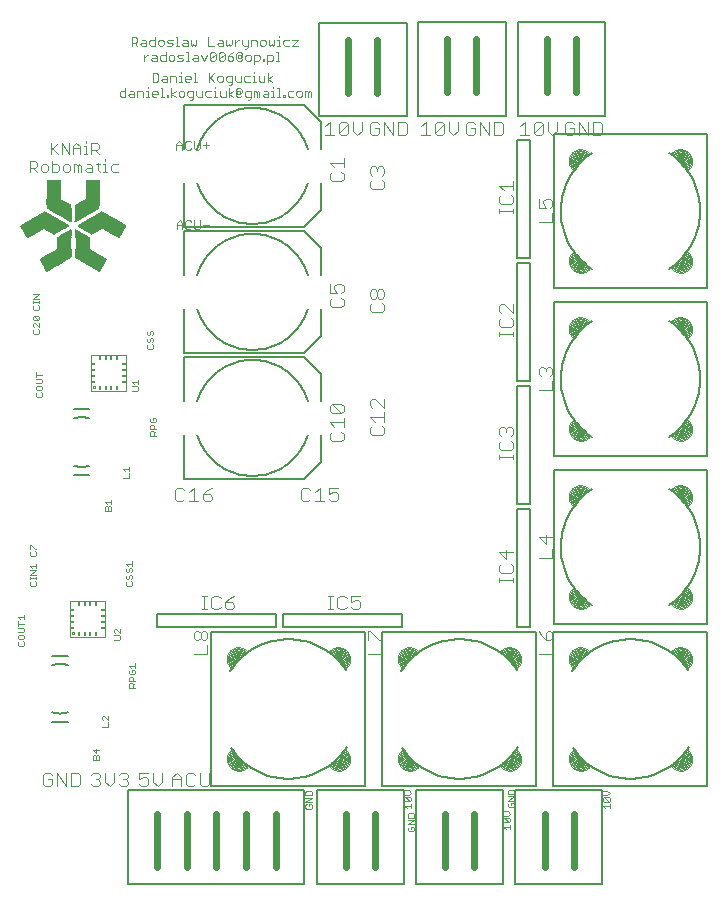
<source format=gtl>
G75*
G70*
%OFA0B0*%
%FSLAX24Y24*%
%IPPOS*%
%LPD*%
%AMOC8*
5,1,8,0,0,1.08239X$1,22.5*
%
%ADD10C,0.0020*%
%ADD11C,0.0040*%
%ADD12R,0.0008X0.0004*%
%ADD13R,0.0016X0.0004*%
%ADD14R,0.0028X0.0004*%
%ADD15R,0.0036X0.0004*%
%ADD16R,0.0044X0.0004*%
%ADD17R,0.0056X0.0004*%
%ADD18R,0.0052X0.0004*%
%ADD19R,0.0064X0.0004*%
%ADD20R,0.0076X0.0004*%
%ADD21R,0.0080X0.0004*%
%ADD22R,0.0088X0.0004*%
%ADD23R,0.0092X0.0004*%
%ADD24R,0.0104X0.0004*%
%ADD25R,0.0100X0.0004*%
%ADD26R,0.0108X0.0004*%
%ADD27R,0.0116X0.0004*%
%ADD28R,0.0128X0.0004*%
%ADD29R,0.0124X0.0004*%
%ADD30R,0.0136X0.0004*%
%ADD31R,0.0152X0.0004*%
%ADD32R,0.0144X0.0004*%
%ADD33R,0.0152X0.0004*%
%ADD34R,0.0164X0.0004*%
%ADD35R,0.0164X0.0004*%
%ADD36R,0.0172X0.0004*%
%ADD37R,0.0184X0.0004*%
%ADD38R,0.0192X0.0004*%
%ADD39R,0.0200X0.0004*%
%ADD40R,0.0196X0.0004*%
%ADD41R,0.0212X0.0004*%
%ADD42R,0.0212X0.0004*%
%ADD43R,0.0220X0.0004*%
%ADD44R,0.0228X0.0004*%
%ADD45R,0.0236X0.0004*%
%ADD46R,0.0240X0.0004*%
%ADD47R,0.0244X0.0004*%
%ADD48R,0.0244X0.0004*%
%ADD49R,0.0256X0.0004*%
%ADD50R,0.0264X0.0004*%
%ADD51R,0.0276X0.0004*%
%ADD52R,0.0284X0.0004*%
%ADD53R,0.0296X0.0004*%
%ADD54R,0.0304X0.0004*%
%ADD55R,0.0312X0.0004*%
%ADD56R,0.0312X0.0004*%
%ADD57R,0.0324X0.0004*%
%ADD58R,0.0320X0.0004*%
%ADD59R,0.0332X0.0004*%
%ADD60R,0.0340X0.0004*%
%ADD61R,0.0336X0.0004*%
%ADD62R,0.0352X0.0004*%
%ADD63R,0.0348X0.0004*%
%ADD64R,0.0356X0.0004*%
%ADD65R,0.0352X0.0004*%
%ADD66R,0.0368X0.0004*%
%ADD67R,0.0380X0.0004*%
%ADD68R,0.0376X0.0004*%
%ADD69R,0.0388X0.0004*%
%ADD70R,0.0384X0.0004*%
%ADD71R,0.0392X0.0004*%
%ADD72R,0.0404X0.0004*%
%ADD73R,0.0404X0.0004*%
%ADD74R,0.0416X0.0004*%
%ADD75R,0.0428X0.0004*%
%ADD76R,0.0420X0.0004*%
%ADD77R,0.0432X0.0004*%
%ADD78R,0.0444X0.0004*%
%ADD79R,0.0440X0.0004*%
%ADD80R,0.0448X0.0004*%
%ADD81R,0.0464X0.0004*%
%ADD82R,0.0460X0.0004*%
%ADD83R,0.0468X0.0004*%
%ADD84R,0.0480X0.0004*%
%ADD85R,0.0484X0.0004*%
%ADD86R,0.0484X0.0004*%
%ADD87R,0.0496X0.0004*%
%ADD88R,0.0508X0.0004*%
%ADD89R,0.0516X0.0004*%
%ADD90R,0.0512X0.0004*%
%ADD91R,0.0520X0.0004*%
%ADD92R,0.0532X0.0004*%
%ADD93R,0.0532X0.0004*%
%ADD94R,0.0544X0.0004*%
%ADD95R,0.0548X0.0004*%
%ADD96R,0.0552X0.0004*%
%ADD97R,0.0560X0.0004*%
%ADD98R,0.0572X0.0004*%
%ADD99R,0.0568X0.0004*%
%ADD100R,0.0580X0.0004*%
%ADD101R,0.0576X0.0004*%
%ADD102R,0.0592X0.0004*%
%ADD103R,0.0588X0.0004*%
%ADD104R,0.0596X0.0004*%
%ADD105R,0.0608X0.0004*%
%ADD106R,0.0616X0.0004*%
%ADD107R,0.0624X0.0004*%
%ADD108R,0.0632X0.0004*%
%ADD109R,0.0644X0.0004*%
%ADD110R,0.0644X0.0004*%
%ADD111R,0.0652X0.0004*%
%ADD112R,0.0660X0.0004*%
%ADD113R,0.0672X0.0004*%
%ADD114R,0.0668X0.0004*%
%ADD115R,0.0680X0.0004*%
%ADD116R,0.0688X0.0004*%
%ADD117R,0.0700X0.0004*%
%ADD118R,0.0708X0.0004*%
%ADD119R,0.0712X0.0004*%
%ADD120R,0.0724X0.0004*%
%ADD121R,0.0724X0.0004*%
%ADD122R,0.0736X0.0004*%
%ADD123R,0.0744X0.0004*%
%ADD124R,0.0744X0.0004*%
%ADD125R,0.0752X0.0004*%
%ADD126R,0.0760X0.0004*%
%ADD127R,0.0764X0.0004*%
%ADD128R,0.0772X0.0004*%
%ADD129R,0.0772X0.0004*%
%ADD130R,0.0780X0.0004*%
%ADD131R,0.0788X0.0004*%
%ADD132R,0.0800X0.0004*%
%ADD133R,0.0804X0.0004*%
%ADD134R,0.0812X0.0004*%
%ADD135R,0.0816X0.0004*%
%ADD136R,0.0824X0.0004*%
%ADD137R,0.0824X0.0004*%
%ADD138R,0.0832X0.0004*%
%ADD139R,0.0836X0.0004*%
%ADD140R,0.0844X0.0004*%
%ADD141R,0.0852X0.0004*%
%ADD142R,0.0852X0.0004*%
%ADD143R,0.0860X0.0004*%
%ADD144R,0.0864X0.0004*%
%ADD145R,0.0872X0.0004*%
%ADD146R,0.0868X0.0004*%
%ADD147R,0.0880X0.0004*%
%ADD148R,0.0884X0.0004*%
%ADD149R,0.0888X0.0004*%
%ADD150R,0.0892X0.0004*%
%ADD151R,0.0900X0.0004*%
%ADD152R,0.0904X0.0004*%
%ADD153R,0.0904X0.0004*%
%ADD154R,0.0916X0.0004*%
%ADD155R,0.0928X0.0004*%
%ADD156R,0.0936X0.0004*%
%ADD157R,0.0932X0.0004*%
%ADD158R,0.0940X0.0004*%
%ADD159R,0.0948X0.0004*%
%ADD160R,0.0952X0.0004*%
%ADD161R,0.0952X0.0004*%
%ADD162R,0.0948X0.0004*%
%ADD163R,0.0956X0.0004*%
%ADD164R,0.0952X0.0004*%
%ADD165R,0.0960X0.0004*%
%ADD166R,0.0944X0.0004*%
%ADD167R,0.0940X0.0004*%
%ADD168R,0.0932X0.0004*%
%ADD169R,0.0924X0.0004*%
%ADD170R,0.0912X0.0004*%
%ADD171R,0.0908X0.0004*%
%ADD172R,0.0908X0.0004*%
%ADD173R,0.0896X0.0004*%
%ADD174R,0.0876X0.0004*%
%ADD175R,0.0872X0.0004*%
%ADD176R,0.0872X0.0004*%
%ADD177R,0.0868X0.0004*%
%ADD178R,0.0864X0.0004*%
%ADD179R,0.0860X0.0004*%
%ADD180R,0.0848X0.0004*%
%ADD181R,0.0840X0.0004*%
%ADD182R,0.0840X0.0004*%
%ADD183R,0.0832X0.0004*%
%ADD184R,0.0832X0.0004*%
%ADD185R,0.0820X0.0004*%
%ADD186R,0.0816X0.0004*%
%ADD187R,0.0808X0.0004*%
%ADD188R,0.0804X0.0004*%
%ADD189R,0.0804X0.0004*%
%ADD190R,0.0800X0.0004*%
%ADD191R,0.0792X0.0004*%
%ADD192R,0.0792X0.0004*%
%ADD193R,0.0784X0.0004*%
%ADD194R,0.0776X0.0004*%
%ADD195R,0.0772X0.0004*%
%ADD196R,0.0768X0.0004*%
%ADD197R,0.0764X0.0004*%
%ADD198R,0.0756X0.0004*%
%ADD199R,0.0740X0.0004*%
%ADD200R,0.0732X0.0004*%
%ADD201R,0.0728X0.0004*%
%ADD202R,0.0724X0.0004*%
%ADD203R,0.0720X0.0004*%
%ADD204R,0.0716X0.0004*%
%ADD205R,0.0704X0.0004*%
%ADD206R,0.0696X0.0004*%
%ADD207R,0.0684X0.0004*%
%ADD208R,0.0676X0.0004*%
%ADD209R,0.0672X0.0004*%
%ADD210R,0.0660X0.0004*%
%ADD211R,0.0656X0.0004*%
%ADD212R,0.0648X0.0004*%
%ADD213R,0.0640X0.0004*%
%ADD214R,0.0632X0.0004*%
%ADD215R,0.0632X0.0004*%
%ADD216R,0.0624X0.0004*%
%ADD217R,0.0620X0.0004*%
%ADD218R,0.0612X0.0004*%
%ADD219R,0.0604X0.0004*%
%ADD220R,0.0584X0.0004*%
%ADD221R,0.0564X0.0004*%
%ADD222R,0.0552X0.0004*%
%ADD223R,0.0556X0.0004*%
%ADD224R,0.0540X0.0004*%
%ADD225R,0.0536X0.0004*%
%ADD226R,0.0528X0.0004*%
%ADD227R,0.0520X0.0004*%
%ADD228R,0.0512X0.0004*%
%ADD229R,0.0504X0.0004*%
%ADD230R,0.0500X0.0004*%
%ADD231R,0.0496X0.0004*%
%ADD232R,0.0492X0.0004*%
%ADD233R,0.0488X0.0004*%
%ADD234R,0.0488X0.0004*%
%ADD235R,0.0012X0.0004*%
%ADD236R,0.0020X0.0004*%
%ADD237R,0.0036X0.0004*%
%ADD238R,0.0472X0.0004*%
%ADD239R,0.0472X0.0004*%
%ADD240R,0.0032X0.0004*%
%ADD241R,0.0040X0.0004*%
%ADD242R,0.0468X0.0004*%
%ADD243R,0.0052X0.0004*%
%ADD244R,0.0048X0.0004*%
%ADD245R,0.0060X0.0004*%
%ADD246R,0.0456X0.0004*%
%ADD247R,0.0068X0.0004*%
%ADD248R,0.0448X0.0004*%
%ADD249R,0.0452X0.0004*%
%ADD250R,0.0080X0.0004*%
%ADD251R,0.0084X0.0004*%
%ADD252R,0.0436X0.0004*%
%ADD253R,0.0096X0.0004*%
%ADD254R,0.0424X0.0004*%
%ADD255R,0.0112X0.0004*%
%ADD256R,0.0124X0.0004*%
%ADD257R,0.0408X0.0004*%
%ADD258R,0.0124X0.0004*%
%ADD259R,0.0136X0.0004*%
%ADD260R,0.0400X0.0004*%
%ADD261R,0.0132X0.0004*%
%ADD262R,0.0144X0.0004*%
%ADD263R,0.0400X0.0004*%
%ADD264R,0.0396X0.0004*%
%ADD265R,0.0156X0.0004*%
%ADD266R,0.0148X0.0004*%
%ADD267R,0.0160X0.0004*%
%ADD268R,0.0172X0.0004*%
%ADD269R,0.0372X0.0004*%
%ADD270R,0.0168X0.0004*%
%ADD271R,0.0176X0.0004*%
%ADD272R,0.0372X0.0004*%
%ADD273R,0.0368X0.0004*%
%ADD274R,0.0192X0.0004*%
%ADD275R,0.0364X0.0004*%
%ADD276R,0.0360X0.0004*%
%ADD277R,0.0188X0.0004*%
%ADD278R,0.0356X0.0004*%
%ADD279R,0.0208X0.0004*%
%ADD280R,0.0352X0.0004*%
%ADD281R,0.0220X0.0004*%
%ADD282R,0.0344X0.0004*%
%ADD283R,0.0228X0.0004*%
%ADD284R,0.0340X0.0004*%
%ADD285R,0.0336X0.0004*%
%ADD286R,0.0224X0.0004*%
%ADD287R,0.0332X0.0004*%
%ADD288R,0.0324X0.0004*%
%ADD289R,0.0232X0.0004*%
%ADD290R,0.0248X0.0004*%
%ADD291R,0.0328X0.0004*%
%ADD292R,0.0312X0.0004*%
%ADD293R,0.0264X0.0004*%
%ADD294R,0.0312X0.0004*%
%ADD295R,0.0260X0.0004*%
%ADD296R,0.0276X0.0004*%
%ADD297R,0.0308X0.0004*%
%ADD298R,0.0300X0.0004*%
%ADD299R,0.0268X0.0004*%
%ADD300R,0.0300X0.0004*%
%ADD301R,0.0292X0.0004*%
%ADD302R,0.0280X0.0004*%
%ADD303R,0.0292X0.0004*%
%ADD304R,0.0288X0.0004*%
%ADD305R,0.0024X0.0004*%
%ADD306R,0.0272X0.0004*%
%ADD307R,0.0320X0.0004*%
%ADD308R,0.0032X0.0004*%
%ADD309R,0.0268X0.0004*%
%ADD310R,0.0252X0.0004*%
%ADD311R,0.0252X0.0004*%
%ADD312R,0.0364X0.0004*%
%ADD313R,0.0104X0.0004*%
%ADD314R,0.0236X0.0004*%
%ADD315R,0.0232X0.0004*%
%ADD316R,0.0104X0.0004*%
%ADD317R,0.0360X0.0004*%
%ADD318R,0.0224X0.0004*%
%ADD319R,0.0120X0.0004*%
%ADD320R,0.0384X0.0004*%
%ADD321R,0.0132X0.0004*%
%ADD322R,0.0216X0.0004*%
%ADD323R,0.0132X0.0004*%
%ADD324R,0.0404X0.0004*%
%ADD325R,0.0412X0.0004*%
%ADD326R,0.0180X0.0004*%
%ADD327R,0.0200X0.0004*%
%ADD328R,0.0196X0.0004*%
%ADD329R,0.0408X0.0004*%
%ADD330R,0.0204X0.0004*%
%ADD331R,0.0176X0.0004*%
%ADD332R,0.0436X0.0004*%
%ADD333R,0.0172X0.0004*%
%ADD334R,0.0444X0.0004*%
%ADD335R,0.0456X0.0004*%
%ADD336R,0.0248X0.0004*%
%ADD337R,0.0164X0.0004*%
%ADD338R,0.0160X0.0004*%
%ADD339R,0.0452X0.0004*%
%ADD340R,0.0464X0.0004*%
%ADD341R,0.0476X0.0004*%
%ADD342R,0.0140X0.0004*%
%ADD343R,0.0492X0.0004*%
%ADD344R,0.0508X0.0004*%
%ADD345R,0.0500X0.0004*%
%ADD346R,0.0524X0.0004*%
%ADD347R,0.0344X0.0004*%
%ADD348R,0.0112X0.0004*%
%ADD349R,0.0372X0.0004*%
%ADD350R,0.0548X0.0004*%
%ADD351R,0.0388X0.0004*%
%ADD352R,0.0092X0.0004*%
%ADD353R,0.0092X0.0004*%
%ADD354R,0.0392X0.0004*%
%ADD355R,0.0556X0.0004*%
%ADD356R,0.0084X0.0004*%
%ADD357R,0.0412X0.0004*%
%ADD358R,0.0072X0.0004*%
%ADD359R,0.0592X0.0004*%
%ADD360R,0.0460X0.0004*%
%ADD361R,0.0056X0.0004*%
%ADD362R,0.0600X0.0004*%
%ADD363R,0.0040X0.0004*%
%ADD364R,0.0612X0.0004*%
%ADD365R,0.0032X0.0004*%
%ADD366R,0.0628X0.0004*%
%ADD367R,0.0640X0.0004*%
%ADD368R,0.0528X0.0004*%
%ADD369R,0.0020X0.0004*%
%ADD370R,0.0024X0.0004*%
%ADD371R,0.0532X0.0004*%
%ADD372R,0.0644X0.0004*%
%ADD373R,0.0552X0.0004*%
%ADD374R,0.0572X0.0004*%
%ADD375R,0.0588X0.0004*%
%ADD376R,0.0680X0.0004*%
%ADD377R,0.0688X0.0004*%
%ADD378R,0.0596X0.0004*%
%ADD379R,0.0604X0.0004*%
%ADD380R,0.0684X0.0004*%
%ADD381R,0.0692X0.0004*%
%ADD382R,0.0692X0.0004*%
%ADD383R,0.0704X0.0004*%
%ADD384R,0.0624X0.0004*%
%ADD385R,0.0636X0.0004*%
%ADD386R,0.0712X0.0004*%
%ADD387R,0.0652X0.0004*%
%ADD388R,0.0664X0.0004*%
%ADD389R,0.0672X0.0004*%
%ADD390R,0.1420X0.0004*%
%ADD391R,0.1428X0.0004*%
%ADD392R,0.1440X0.0004*%
%ADD393R,0.1436X0.0004*%
%ADD394R,0.1444X0.0004*%
%ADD395R,0.1448X0.0004*%
%ADD396R,0.1456X0.0004*%
%ADD397R,0.1456X0.0004*%
%ADD398R,0.1468X0.0004*%
%ADD399R,0.1464X0.0004*%
%ADD400R,0.1472X0.0004*%
%ADD401R,0.1484X0.0004*%
%ADD402R,0.1492X0.0004*%
%ADD403R,0.1504X0.0004*%
%ADD404R,0.1500X0.0004*%
%ADD405R,0.1508X0.0004*%
%ADD406R,0.1508X0.0004*%
%ADD407R,0.1516X0.0004*%
%ADD408R,0.1520X0.0004*%
%ADD409R,0.1528X0.0004*%
%ADD410R,0.1536X0.0004*%
%ADD411R,0.1544X0.0004*%
%ADD412R,0.1540X0.0004*%
%ADD413R,0.1552X0.0004*%
%ADD414R,0.1552X0.0004*%
%ADD415R,0.1564X0.0004*%
%ADD416R,0.1576X0.0004*%
%ADD417R,0.1568X0.0004*%
%ADD418R,0.1580X0.0004*%
%ADD419R,0.1588X0.0004*%
%ADD420R,0.1588X0.0004*%
%ADD421R,0.1596X0.0004*%
%ADD422R,0.1600X0.0004*%
%ADD423R,0.1608X0.0004*%
%ADD424R,0.1616X0.0004*%
%ADD425R,0.1612X0.0004*%
%ADD426R,0.1620X0.0004*%
%ADD427R,0.1608X0.0004*%
%ADD428R,0.1616X0.0004*%
%ADD429R,0.1604X0.0004*%
%ADD430R,0.1560X0.0004*%
%ADD431R,0.1544X0.0004*%
%ADD432R,0.1532X0.0004*%
%ADD433R,0.1512X0.0004*%
%ADD434R,0.1496X0.0004*%
%ADD435R,0.1480X0.0004*%
%ADD436R,0.1492X0.0004*%
%ADD437R,0.1472X0.0004*%
%ADD438R,0.1480X0.0004*%
%ADD439R,0.1452X0.0004*%
%ADD440R,0.1432X0.0004*%
%ADD441R,0.1416X0.0004*%
%ADD442R,0.1424X0.0004*%
%ADD443R,0.1404X0.0004*%
%ADD444R,0.1416X0.0004*%
%ADD445R,0.1388X0.0004*%
%ADD446R,0.1400X0.0004*%
%ADD447R,0.1376X0.0004*%
%ADD448R,0.1384X0.0004*%
%ADD449R,0.1360X0.0004*%
%ADD450R,0.1372X0.0004*%
%ADD451R,0.1348X0.0004*%
%ADD452R,0.1336X0.0004*%
%ADD453R,0.1344X0.0004*%
%ADD454R,0.1320X0.0004*%
%ADD455R,0.1332X0.0004*%
%ADD456R,0.1308X0.0004*%
%ADD457R,0.1296X0.0004*%
%ADD458R,0.1304X0.0004*%
%ADD459R,0.1280X0.0004*%
%ADD460R,0.1292X0.0004*%
%ADD461R,0.1268X0.0004*%
%ADD462R,0.1280X0.0004*%
%ADD463R,0.1256X0.0004*%
%ADD464R,0.1264X0.0004*%
%ADD465R,0.1240X0.0004*%
%ADD466R,0.1252X0.0004*%
%ADD467R,0.1224X0.0004*%
%ADD468R,0.1232X0.0004*%
%ADD469R,0.1216X0.0004*%
%ADD470R,0.1200X0.0004*%
%ADD471R,0.1208X0.0004*%
%ADD472R,0.1184X0.0004*%
%ADD473R,0.0012X0.0004*%
%ADD474R,0.1196X0.0004*%
%ADD475R,0.1176X0.0004*%
%ADD476R,0.1160X0.0004*%
%ADD477R,0.0024X0.0004*%
%ADD478R,0.1168X0.0004*%
%ADD479R,0.1144X0.0004*%
%ADD480R,0.1156X0.0004*%
%ADD481R,0.1128X0.0004*%
%ADD482R,0.1136X0.0004*%
%ADD483R,0.1116X0.0004*%
%ADD484R,0.1124X0.0004*%
%ADD485R,0.1104X0.0004*%
%ADD486R,0.1112X0.0004*%
%ADD487R,0.1088X0.0004*%
%ADD488R,0.1092X0.0004*%
%ADD489R,0.1076X0.0004*%
%ADD490R,0.1084X0.0004*%
%ADD491R,0.1064X0.0004*%
%ADD492R,0.0072X0.0004*%
%ADD493R,0.0076X0.0004*%
%ADD494R,0.1068X0.0004*%
%ADD495R,0.1048X0.0004*%
%ADD496R,0.1056X0.0004*%
%ADD497R,0.1032X0.0004*%
%ADD498R,0.1044X0.0004*%
%ADD499R,0.1016X0.0004*%
%ADD500R,0.1024X0.0004*%
%ADD501R,0.1008X0.0004*%
%ADD502R,0.1012X0.0004*%
%ADD503R,0.0992X0.0004*%
%ADD504R,0.0108X0.0004*%
%ADD505R,0.0996X0.0004*%
%ADD506R,0.0976X0.0004*%
%ADD507R,0.0988X0.0004*%
%ADD508R,0.0964X0.0004*%
%ADD509R,0.0972X0.0004*%
%ADD510R,0.0128X0.0004*%
%ADD511R,0.0944X0.0004*%
%ADD512R,0.0920X0.0004*%
%ADD513R,0.0144X0.0004*%
%ADD514R,0.0924X0.0004*%
%ADD515R,0.0912X0.0004*%
%ADD516R,0.0848X0.0004*%
%ADD517R,0.0828X0.0004*%
%ADD518R,0.0776X0.0004*%
%ADD519R,0.0216X0.0004*%
%ADD520R,0.0212X0.0004*%
%ADD521R,0.0788X0.0004*%
%ADD522R,0.0768X0.0004*%
%ADD523R,0.0748X0.0004*%
%ADD524R,0.0728X0.0004*%
%ADD525R,0.0732X0.0004*%
%ADD526R,0.0712X0.0004*%
%ADD527R,0.0252X0.0004*%
%ADD528R,0.0716X0.0004*%
%ADD529R,0.0272X0.0004*%
%ADD530R,0.0288X0.0004*%
%ADD531R,0.0284X0.0004*%
%ADD532R,0.0648X0.0004*%
%ADD533R,0.0308X0.0004*%
%ADD534R,0.0584X0.0004*%
%ADD535R,0.0316X0.0004*%
%ADD536R,0.0592X0.0004*%
%ADD537R,0.0576X0.0004*%
%ADD538R,0.0316X0.0004*%
%ADD539R,0.0544X0.0004*%
%ADD540R,0.0504X0.0004*%
%ADD541R,0.0504X0.0004*%
%ADD542R,0.0392X0.0004*%
%ADD543R,0.0440X0.0004*%
%ADD544R,0.0392X0.0004*%
%ADD545R,0.0428X0.0004*%
%ADD546R,0.0420X0.0004*%
%ADD547R,0.0296X0.0004*%
%ADD548R,0.0464X0.0004*%
%ADD549R,0.0264X0.0004*%
%ADD550R,0.0224X0.0004*%
%ADD551R,0.0492X0.0004*%
%ADD552R,0.0184X0.0004*%
%ADD553R,0.0152X0.0004*%
%ADD554R,0.0156X0.0004*%
%ADD555R,0.0088X0.0004*%
%ADD556R,0.0568X0.0004*%
%ADD557R,0.0560X0.0004*%
%ADD558R,0.0072X0.0004*%
%ADD559R,0.0592X0.0004*%
%ADD560R,0.0016X0.0004*%
%ADD561R,0.0600X0.0004*%
%ADD562R,0.0632X0.0004*%
%ADD563R,0.0664X0.0004*%
%ADD564R,0.0672X0.0004*%
%ADD565R,0.0664X0.0004*%
%ADD566R,0.0696X0.0004*%
%ADD567R,0.0708X0.0004*%
%ADD568R,0.0700X0.0004*%
%ADD569R,0.0740X0.0004*%
%ADD570R,0.0732X0.0004*%
%ADD571R,0.0796X0.0004*%
%ADD572R,0.0808X0.0004*%
%ADD573R,0.0812X0.0004*%
%ADD574R,0.0820X0.0004*%
%ADD575R,0.0784X0.0004*%
%ADD576R,0.0748X0.0004*%
%ADD577R,0.0736X0.0004*%
%ADD578R,0.0732X0.0004*%
%ADD579R,0.0676X0.0004*%
%ADD580R,0.0564X0.0004*%
%ADD581R,0.0544X0.0004*%
%ADD582R,0.0532X0.0004*%
%ADD583R,0.0524X0.0004*%
%ADD584R,0.0472X0.0004*%
%ADD585R,0.0464X0.0004*%
%ADD586C,0.0030*%
%ADD587R,0.0157X0.0087*%
%ADD588R,0.0087X0.0157*%
%ADD589C,0.0039*%
%ADD590C,0.0079*%
%ADD591C,0.0050*%
%ADD592C,0.0240*%
%ADD593C,0.0080*%
D10*
X002850Y004390D02*
X002850Y004500D01*
X002887Y004537D01*
X002923Y004537D01*
X002960Y004500D01*
X002960Y004390D01*
X003070Y004390D02*
X003070Y004500D01*
X003033Y004537D01*
X002997Y004537D01*
X002960Y004500D01*
X002960Y004611D02*
X002960Y004758D01*
X003070Y004721D02*
X002850Y004721D01*
X002960Y004611D01*
X003070Y004390D02*
X002850Y004390D01*
X003150Y005490D02*
X003370Y005490D01*
X003370Y005637D01*
X003370Y005711D02*
X003223Y005858D01*
X003187Y005858D01*
X003150Y005821D01*
X003150Y005748D01*
X003187Y005711D01*
X003370Y005711D02*
X003370Y005858D01*
X004050Y006790D02*
X004050Y006900D01*
X004087Y006937D01*
X004160Y006937D01*
X004197Y006900D01*
X004197Y006790D01*
X004270Y006790D02*
X004050Y006790D01*
X004197Y006863D02*
X004270Y006937D01*
X004270Y007011D02*
X004050Y007011D01*
X004050Y007121D01*
X004087Y007158D01*
X004160Y007158D01*
X004197Y007121D01*
X004197Y007011D01*
X004233Y007232D02*
X004270Y007269D01*
X004270Y007342D01*
X004233Y007379D01*
X004160Y007379D01*
X004160Y007305D01*
X004087Y007232D02*
X004233Y007232D01*
X004087Y007232D02*
X004050Y007269D01*
X004050Y007342D01*
X004087Y007379D01*
X004123Y007453D02*
X004050Y007526D01*
X004270Y007526D01*
X004270Y007453D02*
X004270Y007600D01*
X003733Y008390D02*
X003770Y008427D01*
X003770Y008500D01*
X003733Y008537D01*
X003550Y008537D01*
X003587Y008611D02*
X003550Y008648D01*
X003550Y008721D01*
X003587Y008758D01*
X003623Y008758D01*
X003770Y008611D01*
X003770Y008758D01*
X003733Y008390D02*
X003550Y008390D01*
X003987Y010190D02*
X004133Y010190D01*
X004170Y010227D01*
X004170Y010300D01*
X004133Y010337D01*
X004133Y010411D02*
X004170Y010448D01*
X004170Y010521D01*
X004133Y010558D01*
X004097Y010558D01*
X004060Y010521D01*
X004060Y010448D01*
X004023Y010411D01*
X003987Y010411D01*
X003950Y010448D01*
X003950Y010521D01*
X003987Y010558D01*
X003987Y010632D02*
X004023Y010632D01*
X004060Y010669D01*
X004060Y010742D01*
X004097Y010779D01*
X004133Y010779D01*
X004170Y010742D01*
X004170Y010669D01*
X004133Y010632D01*
X003987Y010632D02*
X003950Y010669D01*
X003950Y010742D01*
X003987Y010779D01*
X004023Y010853D02*
X003950Y010926D01*
X004170Y010926D01*
X004170Y010853D02*
X004170Y011000D01*
X003987Y010337D02*
X003950Y010300D01*
X003950Y010227D01*
X003987Y010190D01*
X003470Y012690D02*
X003250Y012690D01*
X003250Y012800D01*
X003287Y012837D01*
X003323Y012837D01*
X003360Y012800D01*
X003360Y012690D01*
X003470Y012690D02*
X003470Y012800D01*
X003433Y012837D01*
X003397Y012837D01*
X003360Y012800D01*
X003323Y012911D02*
X003250Y012984D01*
X003470Y012984D01*
X003470Y012911D02*
X003470Y013058D01*
X003850Y013790D02*
X004070Y013790D01*
X004070Y013937D01*
X004070Y014011D02*
X004070Y014158D01*
X004070Y014084D02*
X003850Y014084D01*
X003923Y014011D01*
X004750Y015190D02*
X004750Y015300D01*
X004787Y015337D01*
X004860Y015337D01*
X004897Y015300D01*
X004897Y015190D01*
X004970Y015190D02*
X004750Y015190D01*
X004897Y015263D02*
X004970Y015337D01*
X004970Y015411D02*
X004750Y015411D01*
X004750Y015521D01*
X004787Y015558D01*
X004860Y015558D01*
X004897Y015521D01*
X004897Y015411D01*
X004933Y015632D02*
X004787Y015632D01*
X004750Y015669D01*
X004750Y015742D01*
X004787Y015779D01*
X004860Y015779D02*
X004860Y015705D01*
X004860Y015779D02*
X004933Y015779D01*
X004970Y015742D01*
X004970Y015669D01*
X004933Y015632D01*
X004333Y016690D02*
X004150Y016690D01*
X004150Y016837D02*
X004333Y016837D01*
X004370Y016800D01*
X004370Y016727D01*
X004333Y016690D01*
X004370Y016911D02*
X004370Y017058D01*
X004370Y016984D02*
X004150Y016984D01*
X004223Y016911D01*
X004687Y018090D02*
X004833Y018090D01*
X004870Y018127D01*
X004870Y018200D01*
X004833Y018237D01*
X004833Y018311D02*
X004870Y018348D01*
X004870Y018421D01*
X004833Y018458D01*
X004797Y018458D01*
X004760Y018421D01*
X004760Y018348D01*
X004723Y018311D01*
X004687Y018311D01*
X004650Y018348D01*
X004650Y018421D01*
X004687Y018458D01*
X004687Y018532D02*
X004723Y018532D01*
X004760Y018569D01*
X004760Y018642D01*
X004797Y018679D01*
X004833Y018679D01*
X004870Y018642D01*
X004870Y018569D01*
X004833Y018532D01*
X004687Y018532D02*
X004650Y018569D01*
X004650Y018642D01*
X004687Y018679D01*
X004687Y018237D02*
X004650Y018200D01*
X004650Y018127D01*
X004687Y018090D01*
X001170Y017226D02*
X000950Y017226D01*
X000950Y017153D02*
X000950Y017300D01*
X000950Y017079D02*
X001133Y017079D01*
X001170Y017042D01*
X001170Y016969D01*
X001133Y016932D01*
X000950Y016932D01*
X000987Y016858D02*
X000950Y016821D01*
X000950Y016748D01*
X000987Y016711D01*
X001133Y016711D01*
X001170Y016748D01*
X001170Y016821D01*
X001133Y016858D01*
X000987Y016858D01*
X000987Y016637D02*
X000950Y016600D01*
X000950Y016527D01*
X000987Y016490D01*
X001133Y016490D01*
X001170Y016527D01*
X001170Y016600D01*
X001133Y016637D01*
X001033Y018590D02*
X000887Y018590D01*
X000850Y018627D01*
X000850Y018700D01*
X000887Y018737D01*
X000887Y018811D02*
X000850Y018848D01*
X000850Y018921D01*
X000887Y018958D01*
X000923Y018958D01*
X001070Y018811D01*
X001070Y018958D01*
X001033Y019032D02*
X000887Y019179D01*
X001033Y019179D01*
X001070Y019142D01*
X001070Y019069D01*
X001033Y019032D01*
X000887Y019032D01*
X000850Y019069D01*
X000850Y019142D01*
X000887Y019179D01*
X000887Y019390D02*
X001033Y019390D01*
X001070Y019427D01*
X001070Y019500D01*
X001033Y019537D01*
X001070Y019611D02*
X001070Y019684D01*
X001070Y019648D02*
X000850Y019648D01*
X000850Y019684D02*
X000850Y019611D01*
X000887Y019537D02*
X000850Y019500D01*
X000850Y019427D01*
X000887Y019390D01*
X000850Y019758D02*
X001070Y019905D01*
X000850Y019905D01*
X000850Y019758D02*
X001070Y019758D01*
X001033Y018737D02*
X001070Y018700D01*
X001070Y018627D01*
X001033Y018590D01*
X000787Y011558D02*
X000933Y011411D01*
X000970Y011411D01*
X000933Y011337D02*
X000970Y011300D01*
X000970Y011227D01*
X000933Y011190D01*
X000787Y011190D01*
X000750Y011227D01*
X000750Y011300D01*
X000787Y011337D01*
X000750Y011411D02*
X000750Y011558D01*
X000787Y011558D01*
X000970Y010926D02*
X000970Y010779D01*
X000970Y010853D02*
X000750Y010853D01*
X000823Y010779D01*
X000750Y010705D02*
X000970Y010705D01*
X000750Y010558D01*
X000970Y010558D01*
X000970Y010484D02*
X000970Y010411D01*
X000970Y010448D02*
X000750Y010448D01*
X000750Y010484D02*
X000750Y010411D01*
X000787Y010337D02*
X000750Y010300D01*
X000750Y010227D01*
X000787Y010190D01*
X000933Y010190D01*
X000970Y010227D01*
X000970Y010300D01*
X000933Y010337D01*
X000570Y009221D02*
X000570Y009074D01*
X000570Y009147D02*
X000350Y009147D01*
X000423Y009074D01*
X000350Y009000D02*
X000350Y008853D01*
X000350Y008926D02*
X000570Y008926D01*
X000533Y008779D02*
X000350Y008779D01*
X000350Y008632D02*
X000533Y008632D01*
X000570Y008669D01*
X000570Y008742D01*
X000533Y008779D01*
X000533Y008558D02*
X000387Y008558D01*
X000350Y008521D01*
X000350Y008448D01*
X000387Y008411D01*
X000533Y008411D01*
X000570Y008448D01*
X000570Y008521D01*
X000533Y008558D01*
X000533Y008337D02*
X000570Y008300D01*
X000570Y008227D01*
X000533Y008190D01*
X000387Y008190D01*
X000350Y008227D01*
X000350Y008300D01*
X000387Y008337D01*
X009946Y003310D02*
X009946Y003200D01*
X010166Y003200D01*
X010166Y003310D01*
X010129Y003347D01*
X009983Y003347D01*
X009946Y003310D01*
X009946Y003126D02*
X010166Y003126D01*
X009946Y002979D01*
X010166Y002979D01*
X010129Y002905D02*
X010056Y002905D01*
X010056Y002831D01*
X009983Y002758D02*
X010129Y002758D01*
X010166Y002795D01*
X010166Y002868D01*
X010129Y002905D01*
X009983Y002905D02*
X009946Y002868D01*
X009946Y002795D01*
X009983Y002758D01*
X013242Y002851D02*
X013462Y002851D01*
X013462Y002778D02*
X013462Y002925D01*
X013425Y002999D02*
X013279Y003146D01*
X013425Y003146D01*
X013462Y003109D01*
X013462Y003036D01*
X013425Y002999D01*
X013279Y002999D01*
X013242Y003036D01*
X013242Y003109D01*
X013279Y003146D01*
X013242Y003220D02*
X013389Y003220D01*
X013462Y003293D01*
X013389Y003367D01*
X013242Y003367D01*
X013242Y002851D02*
X013315Y002778D01*
X013395Y002603D02*
X013358Y002566D01*
X013358Y002456D01*
X013578Y002456D01*
X013578Y002566D01*
X013541Y002603D01*
X013395Y002603D01*
X013358Y002382D02*
X013578Y002382D01*
X013358Y002235D01*
X013578Y002235D01*
X013541Y002161D02*
X013468Y002161D01*
X013468Y002087D01*
X013541Y002014D02*
X013578Y002051D01*
X013578Y002124D01*
X013541Y002161D01*
X013395Y002161D02*
X013358Y002124D01*
X013358Y002051D01*
X013395Y002014D01*
X013541Y002014D01*
X016542Y002151D02*
X016762Y002151D01*
X016762Y002078D02*
X016762Y002225D01*
X016725Y002299D02*
X016579Y002446D01*
X016725Y002446D01*
X016762Y002409D01*
X016762Y002336D01*
X016725Y002299D01*
X016579Y002299D01*
X016542Y002336D01*
X016542Y002409D01*
X016579Y002446D01*
X016542Y002520D02*
X016689Y002520D01*
X016762Y002593D01*
X016689Y002667D01*
X016542Y002667D01*
X016682Y002839D02*
X016719Y002802D01*
X016865Y002802D01*
X016902Y002839D01*
X016902Y002912D01*
X016865Y002949D01*
X016792Y002949D01*
X016792Y002875D01*
X016719Y002949D02*
X016682Y002912D01*
X016682Y002839D01*
X016682Y003023D02*
X016902Y003170D01*
X016682Y003170D01*
X016682Y003244D02*
X016682Y003354D01*
X016719Y003391D01*
X016865Y003391D01*
X016902Y003354D01*
X016902Y003244D01*
X016682Y003244D01*
X016682Y003023D02*
X016902Y003023D01*
X016542Y002151D02*
X016615Y002078D01*
X019866Y002839D02*
X020086Y002839D01*
X020086Y002766D02*
X020086Y002913D01*
X020049Y002987D02*
X019903Y003134D01*
X020049Y003134D01*
X020086Y003097D01*
X020086Y003024D01*
X020049Y002987D01*
X019903Y002987D01*
X019866Y003024D01*
X019866Y003097D01*
X019903Y003134D01*
X019866Y003208D02*
X020013Y003208D01*
X020086Y003281D01*
X020013Y003355D01*
X019866Y003355D01*
X019866Y002839D02*
X019939Y002766D01*
D11*
X001430Y003500D02*
X001277Y003500D01*
X001200Y003577D01*
X001200Y003884D01*
X001277Y003960D01*
X001430Y003960D01*
X001507Y003884D01*
X001507Y003730D02*
X001353Y003730D01*
X001507Y003730D02*
X001507Y003577D01*
X001430Y003500D01*
X001660Y003500D02*
X001660Y003960D01*
X001967Y003500D01*
X001967Y003960D01*
X002121Y003960D02*
X002351Y003960D01*
X002428Y003884D01*
X002428Y003577D01*
X002351Y003500D01*
X002121Y003500D01*
X002121Y003960D01*
X002800Y003884D02*
X002877Y003960D01*
X003030Y003960D01*
X003107Y003884D01*
X003107Y003807D01*
X003030Y003730D01*
X003107Y003653D01*
X003107Y003577D01*
X003030Y003500D01*
X002877Y003500D01*
X002800Y003577D01*
X002953Y003730D02*
X003030Y003730D01*
X003260Y003653D02*
X003260Y003960D01*
X003260Y003653D02*
X003414Y003500D01*
X003567Y003653D01*
X003567Y003960D01*
X003721Y003884D02*
X003798Y003960D01*
X003951Y003960D01*
X004028Y003884D01*
X004028Y003807D01*
X003951Y003730D01*
X004028Y003653D01*
X004028Y003577D01*
X003951Y003500D01*
X003798Y003500D01*
X003721Y003577D01*
X003874Y003730D02*
X003951Y003730D01*
X004400Y003730D02*
X004553Y003807D01*
X004630Y003807D01*
X004707Y003730D01*
X004707Y003577D01*
X004630Y003500D01*
X004477Y003500D01*
X004400Y003577D01*
X004400Y003730D02*
X004400Y003960D01*
X004707Y003960D01*
X004860Y003960D02*
X004860Y003653D01*
X005014Y003500D01*
X005167Y003653D01*
X005167Y003960D01*
X005500Y003807D02*
X005500Y003500D01*
X005500Y003730D02*
X005807Y003730D01*
X005807Y003807D02*
X005807Y003500D01*
X005960Y003577D02*
X006037Y003500D01*
X006191Y003500D01*
X006267Y003577D01*
X006421Y003577D02*
X006498Y003500D01*
X006651Y003500D01*
X006728Y003577D01*
X006728Y003960D01*
X006421Y003960D02*
X006421Y003577D01*
X006267Y003884D02*
X006191Y003960D01*
X006037Y003960D01*
X005960Y003884D01*
X005960Y003577D01*
X005807Y003807D02*
X005653Y003960D01*
X005500Y003807D01*
X007471Y004719D02*
X007684Y004421D01*
X007683Y004421D02*
X007682Y004412D01*
X007684Y004402D01*
X007688Y004393D01*
X007695Y004386D01*
X007704Y004382D01*
X007714Y004381D01*
X007724Y004383D01*
X008031Y004185D01*
X008007Y004155D01*
X007981Y004127D01*
X007952Y004102D01*
X007920Y004081D01*
X007887Y004062D01*
X007852Y004047D01*
X007816Y004035D01*
X007778Y004026D01*
X007740Y004022D01*
X007702Y004021D01*
X007664Y004024D01*
X007626Y004031D01*
X007590Y004041D01*
X007554Y004055D01*
X007520Y004072D01*
X007487Y004093D01*
X007457Y004116D01*
X007430Y004143D01*
X007405Y004172D01*
X007383Y004203D01*
X007364Y004236D01*
X007348Y004271D01*
X007336Y004307D01*
X007328Y004345D01*
X007323Y004383D01*
X007322Y004421D01*
X007325Y004459D01*
X007331Y004497D01*
X007341Y004534D01*
X007355Y004569D01*
X007372Y004603D01*
X007392Y004636D01*
X007416Y004666D01*
X007442Y004694D01*
X007471Y004719D01*
X007492Y004689D01*
X007465Y004665D01*
X007440Y004638D01*
X007418Y004608D01*
X007400Y004577D01*
X007384Y004543D01*
X007372Y004509D01*
X007364Y004473D01*
X007360Y004437D01*
X007359Y004400D01*
X007362Y004364D01*
X007369Y004328D01*
X007380Y004293D01*
X007394Y004259D01*
X007411Y004227D01*
X007432Y004197D01*
X007456Y004169D01*
X007482Y004144D01*
X007511Y004121D01*
X007542Y004102D01*
X007575Y004086D01*
X007610Y004073D01*
X007645Y004065D01*
X007681Y004059D01*
X007718Y004058D01*
X007755Y004060D01*
X007791Y004067D01*
X007826Y004076D01*
X007860Y004090D01*
X007892Y004107D01*
X007923Y004127D01*
X007951Y004150D01*
X007977Y004176D01*
X008000Y004205D01*
X007969Y004225D01*
X007947Y004198D01*
X007922Y004174D01*
X007894Y004152D01*
X007865Y004134D01*
X007834Y004119D01*
X007801Y004107D01*
X007767Y004100D01*
X007732Y004096D01*
X007698Y004095D01*
X007663Y004099D01*
X007629Y004106D01*
X007596Y004117D01*
X007565Y004132D01*
X007535Y004150D01*
X007507Y004171D01*
X007482Y004195D01*
X007460Y004222D01*
X007440Y004250D01*
X007424Y004281D01*
X007412Y004314D01*
X007403Y004347D01*
X007397Y004382D01*
X007396Y004416D01*
X007398Y004451D01*
X007405Y004485D01*
X007414Y004518D01*
X007428Y004551D01*
X007445Y004581D01*
X007465Y004609D01*
X007488Y004635D01*
X007514Y004659D01*
X007535Y004628D01*
X007511Y004606D01*
X007490Y004581D01*
X007472Y004554D01*
X007457Y004525D01*
X007445Y004495D01*
X007438Y004463D01*
X007434Y004430D01*
X007433Y004398D01*
X007437Y004365D01*
X007444Y004334D01*
X007455Y004303D01*
X007470Y004273D01*
X007487Y004246D01*
X007508Y004221D01*
X007532Y004198D01*
X007558Y004179D01*
X007586Y004162D01*
X007616Y004149D01*
X007647Y004140D01*
X007680Y004134D01*
X007712Y004132D01*
X007745Y004134D01*
X007777Y004139D01*
X007808Y004149D01*
X007838Y004162D01*
X007867Y004178D01*
X007893Y004197D01*
X007916Y004220D01*
X007938Y004245D01*
X007906Y004265D01*
X007886Y004242D01*
X007864Y004222D01*
X007839Y004204D01*
X007812Y004190D01*
X007784Y004180D01*
X007755Y004173D01*
X007725Y004169D01*
X007694Y004170D01*
X007664Y004174D01*
X007635Y004182D01*
X007607Y004193D01*
X007581Y004208D01*
X007557Y004226D01*
X007535Y004247D01*
X007516Y004270D01*
X007499Y004296D01*
X007487Y004323D01*
X007477Y004352D01*
X007472Y004382D01*
X007470Y004412D01*
X007472Y004442D01*
X007478Y004472D01*
X007487Y004501D01*
X007500Y004528D01*
X007516Y004554D01*
X007535Y004577D01*
X007557Y004598D01*
X007578Y004568D01*
X007559Y004548D01*
X007542Y004527D01*
X007528Y004503D01*
X007518Y004478D01*
X007511Y004451D01*
X007507Y004424D01*
X007508Y004396D01*
X007511Y004369D01*
X007519Y004343D01*
X007530Y004318D01*
X007544Y004294D01*
X007561Y004273D01*
X007581Y004254D01*
X007603Y004238D01*
X007627Y004225D01*
X007653Y004215D01*
X007680Y004209D01*
X007707Y004206D01*
X007735Y004207D01*
X007762Y004212D01*
X007788Y004220D01*
X007813Y004232D01*
X007836Y004247D01*
X007857Y004264D01*
X007875Y004285D01*
X007844Y004305D01*
X007826Y004286D01*
X007806Y004271D01*
X007784Y004259D01*
X007761Y004250D01*
X007736Y004245D01*
X007711Y004243D01*
X007686Y004245D01*
X007661Y004251D01*
X007638Y004261D01*
X007616Y004274D01*
X007596Y004290D01*
X007579Y004308D01*
X007566Y004329D01*
X007555Y004352D01*
X007548Y004377D01*
X007544Y004402D01*
X007545Y004427D01*
X007549Y004452D01*
X007557Y004476D01*
X007568Y004498D01*
X007582Y004519D01*
X007600Y004537D01*
X007621Y004507D01*
X007607Y004490D01*
X007595Y004471D01*
X007587Y004450D01*
X007582Y004428D01*
X007581Y004406D01*
X007584Y004384D01*
X007591Y004362D01*
X007601Y004342D01*
X007614Y004325D01*
X007630Y004309D01*
X007649Y004297D01*
X007669Y004287D01*
X007691Y004282D01*
X007713Y004280D01*
X007736Y004282D01*
X007757Y004288D01*
X007778Y004297D01*
X007796Y004309D01*
X007812Y004325D01*
X007781Y004345D01*
X007766Y004333D01*
X007750Y004325D01*
X007733Y004319D01*
X007714Y004317D01*
X007696Y004319D01*
X007678Y004324D01*
X007662Y004332D01*
X007647Y004343D01*
X007635Y004357D01*
X007626Y004373D01*
X007620Y004391D01*
X007618Y004409D01*
X007619Y004427D01*
X007624Y004445D01*
X007632Y004462D01*
X007643Y004476D01*
X007665Y004445D01*
X007659Y004433D01*
X007656Y004420D01*
X007655Y004406D01*
X007658Y004393D01*
X007664Y004381D01*
X007673Y004370D01*
X007684Y004362D01*
X007696Y004356D01*
X007710Y004354D01*
X007724Y004355D01*
X007737Y004359D01*
X007748Y004366D01*
X008019Y007989D02*
X007721Y007776D01*
X007721Y007777D02*
X007712Y007778D01*
X007702Y007776D01*
X007693Y007772D01*
X007686Y007765D01*
X007682Y007756D01*
X007681Y007746D01*
X007683Y007736D01*
X007485Y007429D01*
X007455Y007453D01*
X007427Y007479D01*
X007402Y007508D01*
X007381Y007540D01*
X007362Y007573D01*
X007347Y007608D01*
X007335Y007644D01*
X007326Y007682D01*
X007322Y007720D01*
X007321Y007758D01*
X007324Y007796D01*
X007331Y007834D01*
X007341Y007870D01*
X007355Y007906D01*
X007372Y007940D01*
X007393Y007973D01*
X007416Y008003D01*
X007443Y008030D01*
X007472Y008055D01*
X007503Y008077D01*
X007536Y008096D01*
X007571Y008112D01*
X007607Y008124D01*
X007645Y008132D01*
X007683Y008137D01*
X007721Y008138D01*
X007759Y008135D01*
X007797Y008129D01*
X007834Y008119D01*
X007869Y008105D01*
X007903Y008088D01*
X007936Y008068D01*
X007966Y008044D01*
X007994Y008018D01*
X008019Y007989D01*
X007989Y007968D01*
X007965Y007995D01*
X007938Y008020D01*
X007908Y008042D01*
X007877Y008060D01*
X007843Y008076D01*
X007809Y008088D01*
X007773Y008096D01*
X007737Y008100D01*
X007700Y008101D01*
X007664Y008098D01*
X007628Y008091D01*
X007593Y008080D01*
X007559Y008066D01*
X007527Y008049D01*
X007497Y008028D01*
X007469Y008004D01*
X007444Y007978D01*
X007421Y007949D01*
X007402Y007918D01*
X007386Y007885D01*
X007373Y007850D01*
X007365Y007815D01*
X007359Y007779D01*
X007358Y007742D01*
X007360Y007705D01*
X007367Y007669D01*
X007376Y007634D01*
X007390Y007600D01*
X007407Y007568D01*
X007427Y007537D01*
X007450Y007509D01*
X007476Y007483D01*
X007505Y007460D01*
X007525Y007491D01*
X007498Y007513D01*
X007474Y007538D01*
X007452Y007566D01*
X007434Y007595D01*
X007419Y007626D01*
X007407Y007659D01*
X007400Y007693D01*
X007396Y007728D01*
X007395Y007762D01*
X007399Y007797D01*
X007406Y007831D01*
X007417Y007864D01*
X007432Y007895D01*
X007450Y007925D01*
X007471Y007953D01*
X007495Y007978D01*
X007522Y008000D01*
X007550Y008020D01*
X007581Y008036D01*
X007614Y008048D01*
X007647Y008057D01*
X007682Y008063D01*
X007716Y008064D01*
X007751Y008062D01*
X007785Y008055D01*
X007818Y008046D01*
X007851Y008032D01*
X007881Y008015D01*
X007909Y007995D01*
X007935Y007972D01*
X007959Y007946D01*
X007928Y007925D01*
X007906Y007949D01*
X007881Y007970D01*
X007854Y007988D01*
X007825Y008003D01*
X007795Y008015D01*
X007763Y008022D01*
X007730Y008026D01*
X007698Y008027D01*
X007665Y008023D01*
X007634Y008016D01*
X007603Y008005D01*
X007573Y007990D01*
X007546Y007973D01*
X007521Y007952D01*
X007498Y007928D01*
X007479Y007902D01*
X007462Y007874D01*
X007449Y007844D01*
X007440Y007813D01*
X007434Y007780D01*
X007432Y007748D01*
X007434Y007715D01*
X007439Y007683D01*
X007449Y007652D01*
X007462Y007622D01*
X007478Y007593D01*
X007497Y007567D01*
X007520Y007544D01*
X007545Y007522D01*
X007565Y007554D01*
X007542Y007574D01*
X007522Y007596D01*
X007504Y007621D01*
X007490Y007648D01*
X007480Y007676D01*
X007473Y007705D01*
X007469Y007735D01*
X007470Y007766D01*
X007474Y007796D01*
X007482Y007825D01*
X007493Y007853D01*
X007508Y007879D01*
X007526Y007903D01*
X007547Y007925D01*
X007570Y007944D01*
X007596Y007961D01*
X007623Y007973D01*
X007652Y007983D01*
X007682Y007988D01*
X007712Y007990D01*
X007742Y007988D01*
X007772Y007982D01*
X007801Y007973D01*
X007828Y007960D01*
X007854Y007944D01*
X007877Y007925D01*
X007898Y007903D01*
X007868Y007882D01*
X007848Y007901D01*
X007827Y007918D01*
X007803Y007932D01*
X007778Y007942D01*
X007751Y007949D01*
X007724Y007953D01*
X007696Y007952D01*
X007669Y007949D01*
X007643Y007941D01*
X007618Y007930D01*
X007594Y007916D01*
X007573Y007899D01*
X007554Y007879D01*
X007538Y007857D01*
X007525Y007833D01*
X007515Y007807D01*
X007509Y007780D01*
X007506Y007753D01*
X007507Y007725D01*
X007512Y007698D01*
X007520Y007672D01*
X007532Y007647D01*
X007547Y007624D01*
X007564Y007603D01*
X007585Y007585D01*
X007605Y007616D01*
X007586Y007634D01*
X007571Y007654D01*
X007559Y007676D01*
X007550Y007699D01*
X007545Y007724D01*
X007543Y007749D01*
X007545Y007774D01*
X007551Y007799D01*
X007561Y007822D01*
X007574Y007844D01*
X007590Y007864D01*
X007608Y007881D01*
X007629Y007894D01*
X007652Y007905D01*
X007677Y007912D01*
X007702Y007916D01*
X007727Y007915D01*
X007752Y007911D01*
X007776Y007903D01*
X007798Y007892D01*
X007819Y007878D01*
X007837Y007860D01*
X007807Y007839D01*
X007790Y007853D01*
X007771Y007865D01*
X007750Y007873D01*
X007728Y007878D01*
X007706Y007879D01*
X007684Y007876D01*
X007662Y007869D01*
X007642Y007859D01*
X007625Y007846D01*
X007609Y007830D01*
X007597Y007811D01*
X007587Y007791D01*
X007582Y007769D01*
X007580Y007747D01*
X007582Y007724D01*
X007588Y007703D01*
X007597Y007682D01*
X007609Y007664D01*
X007625Y007648D01*
X007645Y007679D01*
X007633Y007694D01*
X007625Y007710D01*
X007619Y007727D01*
X007617Y007746D01*
X007619Y007764D01*
X007624Y007782D01*
X007632Y007798D01*
X007643Y007813D01*
X007657Y007825D01*
X007673Y007834D01*
X007691Y007840D01*
X007709Y007842D01*
X007727Y007841D01*
X007745Y007836D01*
X007762Y007828D01*
X007776Y007817D01*
X007745Y007795D01*
X007733Y007801D01*
X007720Y007804D01*
X007706Y007805D01*
X007693Y007802D01*
X007681Y007796D01*
X007670Y007787D01*
X007662Y007776D01*
X007656Y007764D01*
X007654Y007750D01*
X007655Y007736D01*
X007659Y007723D01*
X007666Y007712D01*
X006679Y007916D02*
X006679Y008223D01*
X006602Y008376D02*
X006525Y008376D01*
X006449Y008453D01*
X006449Y008606D01*
X006525Y008683D01*
X006602Y008683D01*
X006679Y008606D01*
X006679Y008453D01*
X006602Y008376D01*
X006449Y008453D02*
X006372Y008376D01*
X006295Y008376D01*
X006219Y008453D01*
X006219Y008606D01*
X006295Y008683D01*
X006372Y008683D01*
X006449Y008606D01*
X006219Y007916D02*
X006679Y007916D01*
X006653Y009400D02*
X006500Y009400D01*
X006577Y009400D02*
X006577Y009860D01*
X006653Y009860D02*
X006500Y009860D01*
X006807Y009784D02*
X006807Y009477D01*
X006884Y009400D01*
X007037Y009400D01*
X007114Y009477D01*
X007267Y009477D02*
X007267Y009630D01*
X007498Y009630D01*
X007574Y009553D01*
X007574Y009477D01*
X007498Y009400D01*
X007344Y009400D01*
X007267Y009477D01*
X007267Y009630D02*
X007421Y009784D01*
X007574Y009860D01*
X007114Y009784D02*
X007037Y009860D01*
X006884Y009860D01*
X006807Y009784D01*
X006751Y013000D02*
X006598Y013000D01*
X006521Y013077D01*
X006521Y013230D01*
X006751Y013230D01*
X006828Y013153D01*
X006828Y013077D01*
X006751Y013000D01*
X006521Y013230D02*
X006674Y013384D01*
X006828Y013460D01*
X006367Y013000D02*
X006060Y013000D01*
X006214Y013000D02*
X006214Y013460D01*
X006060Y013307D01*
X005907Y013384D02*
X005830Y013460D01*
X005677Y013460D01*
X005600Y013384D01*
X005600Y013077D01*
X005677Y013000D01*
X005830Y013000D01*
X005907Y013077D01*
X009800Y013077D02*
X009877Y013000D01*
X010030Y013000D01*
X010107Y013077D01*
X010260Y013000D02*
X010567Y013000D01*
X010414Y013000D02*
X010414Y013460D01*
X010260Y013307D01*
X010107Y013384D02*
X010030Y013460D01*
X009877Y013460D01*
X009800Y013384D01*
X009800Y013077D01*
X010721Y013077D02*
X010798Y013000D01*
X010951Y013000D01*
X011028Y013077D01*
X011028Y013230D01*
X010951Y013307D01*
X010874Y013307D01*
X010721Y013230D01*
X010721Y013460D01*
X011028Y013460D01*
X011143Y015017D02*
X010836Y015017D01*
X010759Y015094D01*
X010759Y015247D01*
X010836Y015324D01*
X010913Y015478D02*
X010759Y015631D01*
X011220Y015631D01*
X011220Y015478D02*
X011220Y015785D01*
X011143Y015938D02*
X010836Y016245D01*
X011143Y016245D01*
X011220Y016168D01*
X011220Y016015D01*
X011143Y015938D01*
X010836Y015938D01*
X010759Y016015D01*
X010759Y016168D01*
X010836Y016245D01*
X011143Y015324D02*
X011220Y015247D01*
X011220Y015094D01*
X011143Y015017D01*
X012100Y015277D02*
X012176Y015200D01*
X012483Y015200D01*
X012560Y015277D01*
X012560Y015430D01*
X012483Y015507D01*
X012560Y015660D02*
X012560Y015967D01*
X012560Y015814D02*
X012100Y015814D01*
X012253Y015660D01*
X012176Y015507D02*
X012100Y015430D01*
X012100Y015277D01*
X012176Y016121D02*
X012100Y016198D01*
X012100Y016351D01*
X012176Y016428D01*
X012253Y016428D01*
X012560Y016121D01*
X012560Y016428D01*
X012483Y019300D02*
X012176Y019300D01*
X012100Y019377D01*
X012100Y019530D01*
X012176Y019607D01*
X012176Y019760D02*
X012253Y019760D01*
X012330Y019837D01*
X012330Y019991D01*
X012407Y020067D01*
X012483Y020067D01*
X012560Y019991D01*
X012560Y019837D01*
X012483Y019760D01*
X012407Y019760D01*
X012330Y019837D01*
X012330Y019991D02*
X012253Y020067D01*
X012176Y020067D01*
X012100Y019991D01*
X012100Y019837D01*
X012176Y019760D01*
X012483Y019607D02*
X012560Y019530D01*
X012560Y019377D01*
X012483Y019300D01*
X011220Y019554D02*
X011143Y019478D01*
X010836Y019478D01*
X010759Y019554D01*
X010759Y019708D01*
X010836Y019785D01*
X010759Y019938D02*
X010990Y019938D01*
X010913Y020091D01*
X010913Y020168D01*
X010990Y020245D01*
X011143Y020245D01*
X011220Y020168D01*
X011220Y020015D01*
X011143Y019938D01*
X011143Y019785D02*
X011220Y019708D01*
X011220Y019554D01*
X010759Y019938D02*
X010759Y020245D01*
X012176Y023400D02*
X012483Y023400D01*
X012560Y023477D01*
X012560Y023630D01*
X012483Y023707D01*
X012483Y023860D02*
X012560Y023937D01*
X012560Y024091D01*
X012483Y024167D01*
X012407Y024167D01*
X012330Y024091D01*
X012330Y024014D01*
X012330Y024091D02*
X012253Y024167D01*
X012176Y024167D01*
X012100Y024091D01*
X012100Y023937D01*
X012176Y023860D01*
X012176Y023707D02*
X012100Y023630D01*
X012100Y023477D01*
X012176Y023400D01*
X011220Y023754D02*
X011220Y023908D01*
X011143Y023985D01*
X011220Y024138D02*
X011220Y024445D01*
X011220Y024291D02*
X010759Y024291D01*
X010913Y024138D01*
X010836Y023985D02*
X010759Y023908D01*
X010759Y023754D01*
X010836Y023678D01*
X011143Y023678D01*
X011220Y023754D01*
X011291Y025200D02*
X011137Y025200D01*
X011060Y025277D01*
X011367Y025584D01*
X011367Y025277D01*
X011291Y025200D01*
X011060Y025277D02*
X011060Y025584D01*
X011137Y025660D01*
X011291Y025660D01*
X011367Y025584D01*
X011521Y025660D02*
X011521Y025353D01*
X011674Y025200D01*
X011828Y025353D01*
X011828Y025660D01*
X012100Y025584D02*
X012100Y025277D01*
X012177Y025200D01*
X012330Y025200D01*
X012407Y025277D01*
X012407Y025430D01*
X012253Y025430D01*
X012100Y025584D02*
X012177Y025660D01*
X012330Y025660D01*
X012407Y025584D01*
X012560Y025660D02*
X012560Y025200D01*
X012867Y025200D02*
X012560Y025660D01*
X012867Y025660D02*
X012867Y025200D01*
X013021Y025200D02*
X013021Y025660D01*
X013251Y025660D01*
X013328Y025584D01*
X013328Y025277D01*
X013251Y025200D01*
X013021Y025200D01*
X013800Y025200D02*
X014107Y025200D01*
X013953Y025200D02*
X013953Y025660D01*
X013800Y025507D01*
X014260Y025584D02*
X014260Y025277D01*
X014567Y025584D01*
X014567Y025277D01*
X014491Y025200D01*
X014337Y025200D01*
X014260Y025277D01*
X014260Y025584D02*
X014337Y025660D01*
X014491Y025660D01*
X014567Y025584D01*
X014721Y025660D02*
X014721Y025353D01*
X014874Y025200D01*
X015028Y025353D01*
X015028Y025660D01*
X015300Y025584D02*
X015300Y025277D01*
X015377Y025200D01*
X015530Y025200D01*
X015607Y025277D01*
X015607Y025430D01*
X015453Y025430D01*
X015300Y025584D02*
X015377Y025660D01*
X015530Y025660D01*
X015607Y025584D01*
X015760Y025660D02*
X016067Y025200D01*
X016067Y025660D01*
X016221Y025660D02*
X016451Y025660D01*
X016528Y025584D01*
X016528Y025277D01*
X016451Y025200D01*
X016221Y025200D01*
X016221Y025660D01*
X015760Y025660D02*
X015760Y025200D01*
X016860Y023674D02*
X016860Y023367D01*
X016860Y023521D02*
X016400Y023521D01*
X016553Y023367D01*
X016476Y023214D02*
X016400Y023137D01*
X016400Y022984D01*
X016476Y022907D01*
X016783Y022907D01*
X016860Y022984D01*
X016860Y023137D01*
X016783Y023214D01*
X016860Y022753D02*
X016860Y022600D01*
X016860Y022677D02*
X016400Y022677D01*
X016400Y022753D02*
X016400Y022600D01*
X017719Y022776D02*
X017949Y022776D01*
X017872Y022930D01*
X017872Y023006D01*
X017949Y023083D01*
X018102Y023083D01*
X018179Y023006D01*
X018179Y022853D01*
X018102Y022776D01*
X018179Y022623D02*
X018179Y022316D01*
X017719Y022316D01*
X017719Y022776D02*
X017719Y023083D01*
X019419Y024589D02*
X019121Y024376D01*
X019121Y024377D02*
X019112Y024378D01*
X019102Y024376D01*
X019093Y024372D01*
X019086Y024365D01*
X019082Y024356D01*
X019081Y024346D01*
X019083Y024336D01*
X018885Y024029D01*
X018855Y024053D01*
X018827Y024079D01*
X018802Y024108D01*
X018781Y024140D01*
X018762Y024173D01*
X018747Y024208D01*
X018735Y024244D01*
X018726Y024282D01*
X018722Y024320D01*
X018721Y024358D01*
X018724Y024396D01*
X018731Y024434D01*
X018741Y024470D01*
X018755Y024506D01*
X018772Y024540D01*
X018793Y024573D01*
X018816Y024603D01*
X018843Y024630D01*
X018872Y024655D01*
X018903Y024677D01*
X018936Y024696D01*
X018971Y024712D01*
X019007Y024724D01*
X019045Y024732D01*
X019083Y024737D01*
X019121Y024738D01*
X019159Y024735D01*
X019197Y024729D01*
X019234Y024719D01*
X019269Y024705D01*
X019303Y024688D01*
X019336Y024668D01*
X019366Y024644D01*
X019394Y024618D01*
X019419Y024589D01*
X019389Y024568D01*
X019365Y024595D01*
X019338Y024620D01*
X019308Y024642D01*
X019277Y024660D01*
X019243Y024676D01*
X019209Y024688D01*
X019173Y024696D01*
X019137Y024700D01*
X019100Y024701D01*
X019064Y024698D01*
X019028Y024691D01*
X018993Y024680D01*
X018959Y024666D01*
X018927Y024649D01*
X018897Y024628D01*
X018869Y024604D01*
X018844Y024578D01*
X018821Y024549D01*
X018802Y024518D01*
X018786Y024485D01*
X018773Y024450D01*
X018765Y024415D01*
X018759Y024379D01*
X018758Y024342D01*
X018760Y024305D01*
X018767Y024269D01*
X018776Y024234D01*
X018790Y024200D01*
X018807Y024168D01*
X018827Y024137D01*
X018850Y024109D01*
X018876Y024083D01*
X018905Y024060D01*
X018925Y024091D01*
X018898Y024113D01*
X018874Y024138D01*
X018852Y024166D01*
X018834Y024195D01*
X018819Y024226D01*
X018807Y024259D01*
X018800Y024293D01*
X018796Y024328D01*
X018795Y024362D01*
X018799Y024397D01*
X018806Y024431D01*
X018817Y024464D01*
X018832Y024495D01*
X018850Y024525D01*
X018871Y024553D01*
X018895Y024578D01*
X018922Y024600D01*
X018950Y024620D01*
X018981Y024636D01*
X019014Y024648D01*
X019047Y024657D01*
X019082Y024663D01*
X019116Y024664D01*
X019151Y024662D01*
X019185Y024655D01*
X019218Y024646D01*
X019251Y024632D01*
X019281Y024615D01*
X019309Y024595D01*
X019335Y024572D01*
X019359Y024546D01*
X019328Y024525D01*
X019306Y024549D01*
X019281Y024570D01*
X019254Y024588D01*
X019225Y024603D01*
X019195Y024615D01*
X019163Y024622D01*
X019130Y024626D01*
X019098Y024627D01*
X019065Y024623D01*
X019034Y024616D01*
X019003Y024605D01*
X018973Y024590D01*
X018946Y024573D01*
X018921Y024552D01*
X018898Y024528D01*
X018879Y024502D01*
X018862Y024474D01*
X018849Y024444D01*
X018840Y024413D01*
X018834Y024380D01*
X018832Y024348D01*
X018834Y024315D01*
X018839Y024283D01*
X018849Y024252D01*
X018862Y024222D01*
X018878Y024193D01*
X018897Y024167D01*
X018920Y024144D01*
X018945Y024122D01*
X018965Y024154D01*
X018942Y024174D01*
X018922Y024196D01*
X018904Y024221D01*
X018890Y024248D01*
X018880Y024276D01*
X018873Y024305D01*
X018869Y024335D01*
X018870Y024366D01*
X018874Y024396D01*
X018882Y024425D01*
X018893Y024453D01*
X018908Y024479D01*
X018926Y024503D01*
X018947Y024525D01*
X018970Y024544D01*
X018996Y024561D01*
X019023Y024573D01*
X019052Y024583D01*
X019082Y024588D01*
X019112Y024590D01*
X019142Y024588D01*
X019172Y024582D01*
X019201Y024573D01*
X019228Y024560D01*
X019254Y024544D01*
X019277Y024525D01*
X019298Y024503D01*
X019268Y024482D01*
X019248Y024501D01*
X019227Y024518D01*
X019203Y024532D01*
X019178Y024542D01*
X019151Y024549D01*
X019124Y024553D01*
X019096Y024552D01*
X019069Y024549D01*
X019043Y024541D01*
X019018Y024530D01*
X018994Y024516D01*
X018973Y024499D01*
X018954Y024479D01*
X018938Y024457D01*
X018925Y024433D01*
X018915Y024407D01*
X018909Y024380D01*
X018906Y024353D01*
X018907Y024325D01*
X018912Y024298D01*
X018920Y024272D01*
X018932Y024247D01*
X018947Y024224D01*
X018964Y024203D01*
X018985Y024185D01*
X019005Y024216D01*
X018986Y024234D01*
X018971Y024254D01*
X018959Y024276D01*
X018950Y024299D01*
X018945Y024324D01*
X018943Y024349D01*
X018945Y024374D01*
X018951Y024399D01*
X018961Y024422D01*
X018974Y024444D01*
X018990Y024464D01*
X019008Y024481D01*
X019029Y024494D01*
X019052Y024505D01*
X019077Y024512D01*
X019102Y024516D01*
X019127Y024515D01*
X019152Y024511D01*
X019176Y024503D01*
X019198Y024492D01*
X019219Y024478D01*
X019237Y024460D01*
X019207Y024439D01*
X019190Y024453D01*
X019171Y024465D01*
X019150Y024473D01*
X019128Y024478D01*
X019106Y024479D01*
X019084Y024476D01*
X019062Y024469D01*
X019042Y024459D01*
X019025Y024446D01*
X019009Y024430D01*
X018997Y024411D01*
X018987Y024391D01*
X018982Y024369D01*
X018980Y024347D01*
X018982Y024324D01*
X018988Y024303D01*
X018997Y024282D01*
X019009Y024264D01*
X019025Y024248D01*
X019045Y024279D01*
X019033Y024294D01*
X019025Y024310D01*
X019019Y024327D01*
X019017Y024346D01*
X019019Y024364D01*
X019024Y024382D01*
X019032Y024398D01*
X019043Y024413D01*
X019057Y024425D01*
X019073Y024434D01*
X019091Y024440D01*
X019109Y024442D01*
X019127Y024441D01*
X019145Y024436D01*
X019162Y024428D01*
X019176Y024417D01*
X019145Y024395D01*
X019133Y024401D01*
X019120Y024404D01*
X019106Y024405D01*
X019093Y024402D01*
X019081Y024396D01*
X019070Y024387D01*
X019062Y024376D01*
X019056Y024364D01*
X019054Y024350D01*
X019055Y024336D01*
X019059Y024323D01*
X019066Y024312D01*
X019060Y025200D02*
X019060Y025660D01*
X019367Y025200D01*
X019367Y025660D01*
X019521Y025660D02*
X019521Y025200D01*
X019751Y025200D01*
X019828Y025277D01*
X019828Y025584D01*
X019751Y025660D01*
X019521Y025660D01*
X018907Y025584D02*
X018830Y025660D01*
X018677Y025660D01*
X018600Y025584D01*
X018600Y025277D01*
X018677Y025200D01*
X018830Y025200D01*
X018907Y025277D01*
X018907Y025430D01*
X018753Y025430D01*
X018328Y025353D02*
X018328Y025660D01*
X018328Y025353D02*
X018174Y025200D01*
X018021Y025353D01*
X018021Y025660D01*
X017867Y025584D02*
X017867Y025277D01*
X017791Y025200D01*
X017637Y025200D01*
X017560Y025277D01*
X017867Y025584D01*
X017791Y025660D01*
X017637Y025660D01*
X017560Y025584D01*
X017560Y025277D01*
X017407Y025200D02*
X017100Y025200D01*
X017253Y025200D02*
X017253Y025660D01*
X017100Y025507D01*
X018871Y021319D02*
X019084Y021021D01*
X019083Y021021D02*
X019082Y021012D01*
X019084Y021002D01*
X019088Y020993D01*
X019095Y020986D01*
X019104Y020982D01*
X019114Y020981D01*
X019124Y020983D01*
X019431Y020785D01*
X019407Y020755D01*
X019381Y020727D01*
X019352Y020702D01*
X019320Y020681D01*
X019287Y020662D01*
X019252Y020647D01*
X019216Y020635D01*
X019178Y020626D01*
X019140Y020622D01*
X019102Y020621D01*
X019064Y020624D01*
X019026Y020631D01*
X018990Y020641D01*
X018954Y020655D01*
X018920Y020672D01*
X018887Y020693D01*
X018857Y020716D01*
X018830Y020743D01*
X018805Y020772D01*
X018783Y020803D01*
X018764Y020836D01*
X018748Y020871D01*
X018736Y020907D01*
X018728Y020945D01*
X018723Y020983D01*
X018722Y021021D01*
X018725Y021059D01*
X018731Y021097D01*
X018741Y021134D01*
X018755Y021169D01*
X018772Y021203D01*
X018792Y021236D01*
X018816Y021266D01*
X018842Y021294D01*
X018871Y021319D01*
X018892Y021289D01*
X018865Y021265D01*
X018840Y021238D01*
X018818Y021208D01*
X018800Y021177D01*
X018784Y021143D01*
X018772Y021109D01*
X018764Y021073D01*
X018760Y021037D01*
X018759Y021000D01*
X018762Y020964D01*
X018769Y020928D01*
X018780Y020893D01*
X018794Y020859D01*
X018811Y020827D01*
X018832Y020797D01*
X018856Y020769D01*
X018882Y020744D01*
X018911Y020721D01*
X018942Y020702D01*
X018975Y020686D01*
X019010Y020673D01*
X019045Y020665D01*
X019081Y020659D01*
X019118Y020658D01*
X019155Y020660D01*
X019191Y020667D01*
X019226Y020676D01*
X019260Y020690D01*
X019292Y020707D01*
X019323Y020727D01*
X019351Y020750D01*
X019377Y020776D01*
X019400Y020805D01*
X019369Y020825D01*
X019347Y020798D01*
X019322Y020774D01*
X019294Y020752D01*
X019265Y020734D01*
X019234Y020719D01*
X019201Y020707D01*
X019167Y020700D01*
X019132Y020696D01*
X019098Y020695D01*
X019063Y020699D01*
X019029Y020706D01*
X018996Y020717D01*
X018965Y020732D01*
X018935Y020750D01*
X018907Y020771D01*
X018882Y020795D01*
X018860Y020822D01*
X018840Y020850D01*
X018824Y020881D01*
X018812Y020914D01*
X018803Y020947D01*
X018797Y020982D01*
X018796Y021016D01*
X018798Y021051D01*
X018805Y021085D01*
X018814Y021118D01*
X018828Y021151D01*
X018845Y021181D01*
X018865Y021209D01*
X018888Y021235D01*
X018914Y021259D01*
X018935Y021228D01*
X018911Y021206D01*
X018890Y021181D01*
X018872Y021154D01*
X018857Y021125D01*
X018845Y021095D01*
X018838Y021063D01*
X018834Y021030D01*
X018833Y020998D01*
X018837Y020965D01*
X018844Y020934D01*
X018855Y020903D01*
X018870Y020873D01*
X018887Y020846D01*
X018908Y020821D01*
X018932Y020798D01*
X018958Y020779D01*
X018986Y020762D01*
X019016Y020749D01*
X019047Y020740D01*
X019080Y020734D01*
X019112Y020732D01*
X019145Y020734D01*
X019177Y020739D01*
X019208Y020749D01*
X019238Y020762D01*
X019267Y020778D01*
X019293Y020797D01*
X019316Y020820D01*
X019338Y020845D01*
X019306Y020865D01*
X019286Y020842D01*
X019264Y020822D01*
X019239Y020804D01*
X019212Y020790D01*
X019184Y020780D01*
X019155Y020773D01*
X019125Y020769D01*
X019094Y020770D01*
X019064Y020774D01*
X019035Y020782D01*
X019007Y020793D01*
X018981Y020808D01*
X018957Y020826D01*
X018935Y020847D01*
X018916Y020870D01*
X018899Y020896D01*
X018887Y020923D01*
X018877Y020952D01*
X018872Y020982D01*
X018870Y021012D01*
X018872Y021042D01*
X018878Y021072D01*
X018887Y021101D01*
X018900Y021128D01*
X018916Y021154D01*
X018935Y021177D01*
X018957Y021198D01*
X018978Y021168D01*
X018959Y021148D01*
X018942Y021127D01*
X018928Y021103D01*
X018918Y021078D01*
X018911Y021051D01*
X018907Y021024D01*
X018908Y020996D01*
X018911Y020969D01*
X018919Y020943D01*
X018930Y020918D01*
X018944Y020894D01*
X018961Y020873D01*
X018981Y020854D01*
X019003Y020838D01*
X019027Y020825D01*
X019053Y020815D01*
X019080Y020809D01*
X019107Y020806D01*
X019135Y020807D01*
X019162Y020812D01*
X019188Y020820D01*
X019213Y020832D01*
X019236Y020847D01*
X019257Y020864D01*
X019275Y020885D01*
X019244Y020905D01*
X019226Y020886D01*
X019206Y020871D01*
X019184Y020859D01*
X019161Y020850D01*
X019136Y020845D01*
X019111Y020843D01*
X019086Y020845D01*
X019061Y020851D01*
X019038Y020861D01*
X019016Y020874D01*
X018996Y020890D01*
X018979Y020908D01*
X018966Y020929D01*
X018955Y020952D01*
X018948Y020977D01*
X018944Y021002D01*
X018945Y021027D01*
X018949Y021052D01*
X018957Y021076D01*
X018968Y021098D01*
X018982Y021119D01*
X019000Y021137D01*
X019021Y021107D01*
X019007Y021090D01*
X018995Y021071D01*
X018987Y021050D01*
X018982Y021028D01*
X018981Y021006D01*
X018984Y020984D01*
X018991Y020962D01*
X019001Y020942D01*
X019014Y020925D01*
X019030Y020909D01*
X019049Y020897D01*
X019069Y020887D01*
X019091Y020882D01*
X019113Y020880D01*
X019136Y020882D01*
X019157Y020888D01*
X019178Y020897D01*
X019196Y020909D01*
X019212Y020925D01*
X019181Y020945D01*
X019166Y020933D01*
X019150Y020925D01*
X019133Y020919D01*
X019114Y020917D01*
X019096Y020919D01*
X019078Y020924D01*
X019062Y020932D01*
X019047Y020943D01*
X019035Y020957D01*
X019026Y020973D01*
X019020Y020991D01*
X019018Y021009D01*
X019019Y021027D01*
X019024Y021045D01*
X019032Y021062D01*
X019043Y021076D01*
X019065Y021045D01*
X019059Y021033D01*
X019056Y021020D01*
X019055Y021006D01*
X019058Y020993D01*
X019064Y020981D01*
X019073Y020970D01*
X019084Y020962D01*
X019096Y020956D01*
X019110Y020954D01*
X019124Y020955D01*
X019137Y020959D01*
X019148Y020966D01*
X019419Y018989D02*
X019121Y018776D01*
X019121Y018777D02*
X019112Y018778D01*
X019102Y018776D01*
X019093Y018772D01*
X019086Y018765D01*
X019082Y018756D01*
X019081Y018746D01*
X019083Y018736D01*
X018885Y018429D01*
X018855Y018453D01*
X018827Y018479D01*
X018802Y018508D01*
X018781Y018540D01*
X018762Y018573D01*
X018747Y018608D01*
X018735Y018644D01*
X018726Y018682D01*
X018722Y018720D01*
X018721Y018758D01*
X018724Y018796D01*
X018731Y018834D01*
X018741Y018870D01*
X018755Y018906D01*
X018772Y018940D01*
X018793Y018973D01*
X018816Y019003D01*
X018843Y019030D01*
X018872Y019055D01*
X018903Y019077D01*
X018936Y019096D01*
X018971Y019112D01*
X019007Y019124D01*
X019045Y019132D01*
X019083Y019137D01*
X019121Y019138D01*
X019159Y019135D01*
X019197Y019129D01*
X019234Y019119D01*
X019269Y019105D01*
X019303Y019088D01*
X019336Y019068D01*
X019366Y019044D01*
X019394Y019018D01*
X019419Y018989D01*
X019389Y018968D01*
X019365Y018995D01*
X019338Y019020D01*
X019308Y019042D01*
X019277Y019060D01*
X019243Y019076D01*
X019209Y019088D01*
X019173Y019096D01*
X019137Y019100D01*
X019100Y019101D01*
X019064Y019098D01*
X019028Y019091D01*
X018993Y019080D01*
X018959Y019066D01*
X018927Y019049D01*
X018897Y019028D01*
X018869Y019004D01*
X018844Y018978D01*
X018821Y018949D01*
X018802Y018918D01*
X018786Y018885D01*
X018773Y018850D01*
X018765Y018815D01*
X018759Y018779D01*
X018758Y018742D01*
X018760Y018705D01*
X018767Y018669D01*
X018776Y018634D01*
X018790Y018600D01*
X018807Y018568D01*
X018827Y018537D01*
X018850Y018509D01*
X018876Y018483D01*
X018905Y018460D01*
X018925Y018491D01*
X018898Y018513D01*
X018874Y018538D01*
X018852Y018566D01*
X018834Y018595D01*
X018819Y018626D01*
X018807Y018659D01*
X018800Y018693D01*
X018796Y018728D01*
X018795Y018762D01*
X018799Y018797D01*
X018806Y018831D01*
X018817Y018864D01*
X018832Y018895D01*
X018850Y018925D01*
X018871Y018953D01*
X018895Y018978D01*
X018922Y019000D01*
X018950Y019020D01*
X018981Y019036D01*
X019014Y019048D01*
X019047Y019057D01*
X019082Y019063D01*
X019116Y019064D01*
X019151Y019062D01*
X019185Y019055D01*
X019218Y019046D01*
X019251Y019032D01*
X019281Y019015D01*
X019309Y018995D01*
X019335Y018972D01*
X019359Y018946D01*
X019328Y018925D01*
X019306Y018949D01*
X019281Y018970D01*
X019254Y018988D01*
X019225Y019003D01*
X019195Y019015D01*
X019163Y019022D01*
X019130Y019026D01*
X019098Y019027D01*
X019065Y019023D01*
X019034Y019016D01*
X019003Y019005D01*
X018973Y018990D01*
X018946Y018973D01*
X018921Y018952D01*
X018898Y018928D01*
X018879Y018902D01*
X018862Y018874D01*
X018849Y018844D01*
X018840Y018813D01*
X018834Y018780D01*
X018832Y018748D01*
X018834Y018715D01*
X018839Y018683D01*
X018849Y018652D01*
X018862Y018622D01*
X018878Y018593D01*
X018897Y018567D01*
X018920Y018544D01*
X018945Y018522D01*
X018965Y018554D01*
X018942Y018574D01*
X018922Y018596D01*
X018904Y018621D01*
X018890Y018648D01*
X018880Y018676D01*
X018873Y018705D01*
X018869Y018735D01*
X018870Y018766D01*
X018874Y018796D01*
X018882Y018825D01*
X018893Y018853D01*
X018908Y018879D01*
X018926Y018903D01*
X018947Y018925D01*
X018970Y018944D01*
X018996Y018961D01*
X019023Y018973D01*
X019052Y018983D01*
X019082Y018988D01*
X019112Y018990D01*
X019142Y018988D01*
X019172Y018982D01*
X019201Y018973D01*
X019228Y018960D01*
X019254Y018944D01*
X019277Y018925D01*
X019298Y018903D01*
X019268Y018882D01*
X019248Y018901D01*
X019227Y018918D01*
X019203Y018932D01*
X019178Y018942D01*
X019151Y018949D01*
X019124Y018953D01*
X019096Y018952D01*
X019069Y018949D01*
X019043Y018941D01*
X019018Y018930D01*
X018994Y018916D01*
X018973Y018899D01*
X018954Y018879D01*
X018938Y018857D01*
X018925Y018833D01*
X018915Y018807D01*
X018909Y018780D01*
X018906Y018753D01*
X018907Y018725D01*
X018912Y018698D01*
X018920Y018672D01*
X018932Y018647D01*
X018947Y018624D01*
X018964Y018603D01*
X018985Y018585D01*
X019005Y018616D01*
X018986Y018634D01*
X018971Y018654D01*
X018959Y018676D01*
X018950Y018699D01*
X018945Y018724D01*
X018943Y018749D01*
X018945Y018774D01*
X018951Y018799D01*
X018961Y018822D01*
X018974Y018844D01*
X018990Y018864D01*
X019008Y018881D01*
X019029Y018894D01*
X019052Y018905D01*
X019077Y018912D01*
X019102Y018916D01*
X019127Y018915D01*
X019152Y018911D01*
X019176Y018903D01*
X019198Y018892D01*
X019219Y018878D01*
X019237Y018860D01*
X019207Y018839D01*
X019190Y018853D01*
X019171Y018865D01*
X019150Y018873D01*
X019128Y018878D01*
X019106Y018879D01*
X019084Y018876D01*
X019062Y018869D01*
X019042Y018859D01*
X019025Y018846D01*
X019009Y018830D01*
X018997Y018811D01*
X018987Y018791D01*
X018982Y018769D01*
X018980Y018747D01*
X018982Y018724D01*
X018988Y018703D01*
X018997Y018682D01*
X019009Y018664D01*
X019025Y018648D01*
X019045Y018679D01*
X019033Y018694D01*
X019025Y018710D01*
X019019Y018727D01*
X019017Y018746D01*
X019019Y018764D01*
X019024Y018782D01*
X019032Y018798D01*
X019043Y018813D01*
X019057Y018825D01*
X019073Y018834D01*
X019091Y018840D01*
X019109Y018842D01*
X019127Y018841D01*
X019145Y018836D01*
X019162Y018828D01*
X019176Y018817D01*
X019145Y018795D01*
X019133Y018801D01*
X019120Y018804D01*
X019106Y018805D01*
X019093Y018802D01*
X019081Y018796D01*
X019070Y018787D01*
X019062Y018776D01*
X019056Y018764D01*
X019054Y018750D01*
X019055Y018736D01*
X019059Y018723D01*
X019066Y018712D01*
X018102Y017483D02*
X018179Y017406D01*
X018179Y017253D01*
X018102Y017176D01*
X018179Y017023D02*
X018179Y016716D01*
X017719Y016716D01*
X017795Y017176D02*
X017719Y017253D01*
X017719Y017406D01*
X017795Y017483D01*
X017872Y017483D01*
X017949Y017406D01*
X018025Y017483D01*
X018102Y017483D01*
X017949Y017406D02*
X017949Y017330D01*
X016860Y018500D02*
X016860Y018653D01*
X016860Y018577D02*
X016400Y018577D01*
X016400Y018653D02*
X016400Y018500D01*
X016476Y018807D02*
X016783Y018807D01*
X016860Y018884D01*
X016860Y019037D01*
X016783Y019114D01*
X016860Y019267D02*
X016553Y019574D01*
X016476Y019574D01*
X016400Y019498D01*
X016400Y019344D01*
X016476Y019267D01*
X016476Y019114D02*
X016400Y019037D01*
X016400Y018884D01*
X016476Y018807D01*
X016860Y019267D02*
X016860Y019574D01*
X016783Y015474D02*
X016707Y015474D01*
X016630Y015398D01*
X016630Y015321D01*
X016630Y015398D02*
X016553Y015474D01*
X016476Y015474D01*
X016400Y015398D01*
X016400Y015244D01*
X016476Y015167D01*
X016476Y015014D02*
X016400Y014937D01*
X016400Y014784D01*
X016476Y014707D01*
X016783Y014707D01*
X016860Y014784D01*
X016860Y014937D01*
X016783Y015014D01*
X016783Y015167D02*
X016860Y015244D01*
X016860Y015398D01*
X016783Y015474D01*
X016860Y014553D02*
X016860Y014400D01*
X016860Y014477D02*
X016400Y014477D01*
X016400Y014553D02*
X016400Y014400D01*
X017719Y011806D02*
X017949Y011576D01*
X017949Y011883D01*
X018179Y011806D02*
X017719Y011806D01*
X018179Y011423D02*
X018179Y011116D01*
X017719Y011116D01*
X016860Y011298D02*
X016400Y011298D01*
X016630Y011067D01*
X016630Y011374D01*
X016783Y010914D02*
X016860Y010837D01*
X016860Y010684D01*
X016783Y010607D01*
X016476Y010607D01*
X016400Y010684D01*
X016400Y010837D01*
X016476Y010914D01*
X016400Y010453D02*
X016400Y010300D01*
X016400Y010377D02*
X016860Y010377D01*
X016860Y010453D02*
X016860Y010300D01*
X017719Y008683D02*
X017795Y008530D01*
X017949Y008376D01*
X017949Y008606D01*
X018025Y008683D01*
X018102Y008683D01*
X018179Y008606D01*
X018179Y008453D01*
X018102Y008376D01*
X017949Y008376D01*
X018179Y008223D02*
X018179Y007916D01*
X017719Y007916D01*
X016989Y007441D02*
X016776Y007739D01*
X016777Y007739D02*
X016778Y007748D01*
X016776Y007758D01*
X016772Y007767D01*
X016765Y007774D01*
X016756Y007778D01*
X016746Y007779D01*
X016736Y007777D01*
X016429Y007975D01*
X016453Y008005D01*
X016479Y008033D01*
X016508Y008058D01*
X016540Y008079D01*
X016573Y008098D01*
X016608Y008113D01*
X016644Y008125D01*
X016682Y008134D01*
X016720Y008138D01*
X016758Y008139D01*
X016796Y008136D01*
X016834Y008129D01*
X016870Y008119D01*
X016906Y008105D01*
X016940Y008088D01*
X016973Y008067D01*
X017003Y008044D01*
X017030Y008017D01*
X017055Y007988D01*
X017077Y007957D01*
X017096Y007924D01*
X017112Y007889D01*
X017124Y007853D01*
X017132Y007815D01*
X017137Y007777D01*
X017138Y007739D01*
X017135Y007701D01*
X017129Y007663D01*
X017119Y007626D01*
X017105Y007591D01*
X017088Y007557D01*
X017068Y007524D01*
X017044Y007494D01*
X017018Y007466D01*
X016989Y007441D01*
X016968Y007471D01*
X016995Y007495D01*
X017020Y007522D01*
X017042Y007552D01*
X017060Y007583D01*
X017076Y007617D01*
X017088Y007651D01*
X017096Y007687D01*
X017100Y007723D01*
X017101Y007760D01*
X017098Y007796D01*
X017091Y007832D01*
X017080Y007867D01*
X017066Y007901D01*
X017049Y007933D01*
X017028Y007963D01*
X017004Y007991D01*
X016978Y008016D01*
X016949Y008039D01*
X016918Y008058D01*
X016885Y008074D01*
X016850Y008087D01*
X016815Y008095D01*
X016779Y008101D01*
X016742Y008102D01*
X016705Y008100D01*
X016669Y008093D01*
X016634Y008084D01*
X016600Y008070D01*
X016568Y008053D01*
X016537Y008033D01*
X016509Y008010D01*
X016483Y007984D01*
X016460Y007955D01*
X016491Y007935D01*
X016513Y007962D01*
X016538Y007986D01*
X016566Y008008D01*
X016595Y008026D01*
X016626Y008041D01*
X016659Y008053D01*
X016693Y008060D01*
X016728Y008064D01*
X016762Y008065D01*
X016797Y008061D01*
X016831Y008054D01*
X016864Y008043D01*
X016895Y008028D01*
X016925Y008010D01*
X016953Y007989D01*
X016978Y007965D01*
X017000Y007938D01*
X017020Y007910D01*
X017036Y007879D01*
X017048Y007846D01*
X017057Y007813D01*
X017063Y007778D01*
X017064Y007744D01*
X017062Y007709D01*
X017055Y007675D01*
X017046Y007642D01*
X017032Y007609D01*
X017015Y007579D01*
X016995Y007551D01*
X016972Y007525D01*
X016946Y007501D01*
X016925Y007532D01*
X016949Y007554D01*
X016970Y007579D01*
X016988Y007606D01*
X017003Y007635D01*
X017015Y007665D01*
X017022Y007697D01*
X017026Y007730D01*
X017027Y007762D01*
X017023Y007795D01*
X017016Y007826D01*
X017005Y007857D01*
X016990Y007887D01*
X016973Y007914D01*
X016952Y007939D01*
X016928Y007962D01*
X016902Y007981D01*
X016874Y007998D01*
X016844Y008011D01*
X016813Y008020D01*
X016780Y008026D01*
X016748Y008028D01*
X016715Y008026D01*
X016683Y008021D01*
X016652Y008011D01*
X016622Y007998D01*
X016593Y007982D01*
X016567Y007963D01*
X016544Y007940D01*
X016522Y007915D01*
X016554Y007895D01*
X016574Y007918D01*
X016596Y007938D01*
X016621Y007956D01*
X016648Y007970D01*
X016676Y007980D01*
X016705Y007987D01*
X016735Y007991D01*
X016766Y007990D01*
X016796Y007986D01*
X016825Y007978D01*
X016853Y007967D01*
X016879Y007952D01*
X016903Y007934D01*
X016925Y007913D01*
X016944Y007890D01*
X016961Y007864D01*
X016973Y007837D01*
X016983Y007808D01*
X016988Y007778D01*
X016990Y007748D01*
X016988Y007718D01*
X016982Y007688D01*
X016973Y007659D01*
X016960Y007632D01*
X016944Y007606D01*
X016925Y007583D01*
X016903Y007562D01*
X016882Y007592D01*
X016901Y007612D01*
X016918Y007633D01*
X016932Y007657D01*
X016942Y007682D01*
X016949Y007709D01*
X016953Y007736D01*
X016952Y007764D01*
X016949Y007791D01*
X016941Y007817D01*
X016930Y007842D01*
X016916Y007866D01*
X016899Y007887D01*
X016879Y007906D01*
X016857Y007922D01*
X016833Y007935D01*
X016807Y007945D01*
X016780Y007951D01*
X016753Y007954D01*
X016725Y007953D01*
X016698Y007948D01*
X016672Y007940D01*
X016647Y007928D01*
X016624Y007913D01*
X016603Y007896D01*
X016585Y007875D01*
X016616Y007855D01*
X016634Y007874D01*
X016654Y007889D01*
X016676Y007901D01*
X016699Y007910D01*
X016724Y007915D01*
X016749Y007917D01*
X016774Y007915D01*
X016799Y007909D01*
X016822Y007899D01*
X016844Y007886D01*
X016864Y007870D01*
X016881Y007852D01*
X016894Y007831D01*
X016905Y007808D01*
X016912Y007783D01*
X016916Y007758D01*
X016915Y007733D01*
X016911Y007708D01*
X016903Y007684D01*
X016892Y007662D01*
X016878Y007641D01*
X016860Y007623D01*
X016839Y007653D01*
X016853Y007670D01*
X016865Y007689D01*
X016873Y007710D01*
X016878Y007732D01*
X016879Y007754D01*
X016876Y007776D01*
X016869Y007798D01*
X016859Y007818D01*
X016846Y007835D01*
X016830Y007851D01*
X016811Y007863D01*
X016791Y007873D01*
X016769Y007878D01*
X016747Y007880D01*
X016724Y007878D01*
X016703Y007872D01*
X016682Y007863D01*
X016664Y007851D01*
X016648Y007835D01*
X016679Y007815D01*
X016694Y007827D01*
X016710Y007835D01*
X016727Y007841D01*
X016746Y007843D01*
X016764Y007841D01*
X016782Y007836D01*
X016798Y007828D01*
X016813Y007817D01*
X016825Y007803D01*
X016834Y007787D01*
X016840Y007769D01*
X016842Y007751D01*
X016841Y007733D01*
X016836Y007715D01*
X016828Y007698D01*
X016817Y007684D01*
X016795Y007715D01*
X016801Y007727D01*
X016804Y007740D01*
X016805Y007754D01*
X016802Y007767D01*
X016796Y007779D01*
X016787Y007790D01*
X016776Y007798D01*
X016764Y007804D01*
X016750Y007806D01*
X016736Y007805D01*
X016723Y007801D01*
X016712Y007794D01*
X019419Y007989D02*
X019121Y007776D01*
X019121Y007777D02*
X019112Y007778D01*
X019102Y007776D01*
X019093Y007772D01*
X019086Y007765D01*
X019082Y007756D01*
X019081Y007746D01*
X019083Y007736D01*
X018885Y007429D01*
X018855Y007453D01*
X018827Y007479D01*
X018802Y007508D01*
X018781Y007540D01*
X018762Y007573D01*
X018747Y007608D01*
X018735Y007644D01*
X018726Y007682D01*
X018722Y007720D01*
X018721Y007758D01*
X018724Y007796D01*
X018731Y007834D01*
X018741Y007870D01*
X018755Y007906D01*
X018772Y007940D01*
X018793Y007973D01*
X018816Y008003D01*
X018843Y008030D01*
X018872Y008055D01*
X018903Y008077D01*
X018936Y008096D01*
X018971Y008112D01*
X019007Y008124D01*
X019045Y008132D01*
X019083Y008137D01*
X019121Y008138D01*
X019159Y008135D01*
X019197Y008129D01*
X019234Y008119D01*
X019269Y008105D01*
X019303Y008088D01*
X019336Y008068D01*
X019366Y008044D01*
X019394Y008018D01*
X019419Y007989D01*
X019389Y007968D01*
X019365Y007995D01*
X019338Y008020D01*
X019308Y008042D01*
X019277Y008060D01*
X019243Y008076D01*
X019209Y008088D01*
X019173Y008096D01*
X019137Y008100D01*
X019100Y008101D01*
X019064Y008098D01*
X019028Y008091D01*
X018993Y008080D01*
X018959Y008066D01*
X018927Y008049D01*
X018897Y008028D01*
X018869Y008004D01*
X018844Y007978D01*
X018821Y007949D01*
X018802Y007918D01*
X018786Y007885D01*
X018773Y007850D01*
X018765Y007815D01*
X018759Y007779D01*
X018758Y007742D01*
X018760Y007705D01*
X018767Y007669D01*
X018776Y007634D01*
X018790Y007600D01*
X018807Y007568D01*
X018827Y007537D01*
X018850Y007509D01*
X018876Y007483D01*
X018905Y007460D01*
X018925Y007491D01*
X018898Y007513D01*
X018874Y007538D01*
X018852Y007566D01*
X018834Y007595D01*
X018819Y007626D01*
X018807Y007659D01*
X018800Y007693D01*
X018796Y007728D01*
X018795Y007762D01*
X018799Y007797D01*
X018806Y007831D01*
X018817Y007864D01*
X018832Y007895D01*
X018850Y007925D01*
X018871Y007953D01*
X018895Y007978D01*
X018922Y008000D01*
X018950Y008020D01*
X018981Y008036D01*
X019014Y008048D01*
X019047Y008057D01*
X019082Y008063D01*
X019116Y008064D01*
X019151Y008062D01*
X019185Y008055D01*
X019218Y008046D01*
X019251Y008032D01*
X019281Y008015D01*
X019309Y007995D01*
X019335Y007972D01*
X019359Y007946D01*
X019328Y007925D01*
X019306Y007949D01*
X019281Y007970D01*
X019254Y007988D01*
X019225Y008003D01*
X019195Y008015D01*
X019163Y008022D01*
X019130Y008026D01*
X019098Y008027D01*
X019065Y008023D01*
X019034Y008016D01*
X019003Y008005D01*
X018973Y007990D01*
X018946Y007973D01*
X018921Y007952D01*
X018898Y007928D01*
X018879Y007902D01*
X018862Y007874D01*
X018849Y007844D01*
X018840Y007813D01*
X018834Y007780D01*
X018832Y007748D01*
X018834Y007715D01*
X018839Y007683D01*
X018849Y007652D01*
X018862Y007622D01*
X018878Y007593D01*
X018897Y007567D01*
X018920Y007544D01*
X018945Y007522D01*
X018965Y007554D01*
X018942Y007574D01*
X018922Y007596D01*
X018904Y007621D01*
X018890Y007648D01*
X018880Y007676D01*
X018873Y007705D01*
X018869Y007735D01*
X018870Y007766D01*
X018874Y007796D01*
X018882Y007825D01*
X018893Y007853D01*
X018908Y007879D01*
X018926Y007903D01*
X018947Y007925D01*
X018970Y007944D01*
X018996Y007961D01*
X019023Y007973D01*
X019052Y007983D01*
X019082Y007988D01*
X019112Y007990D01*
X019142Y007988D01*
X019172Y007982D01*
X019201Y007973D01*
X019228Y007960D01*
X019254Y007944D01*
X019277Y007925D01*
X019298Y007903D01*
X019268Y007882D01*
X019248Y007901D01*
X019227Y007918D01*
X019203Y007932D01*
X019178Y007942D01*
X019151Y007949D01*
X019124Y007953D01*
X019096Y007952D01*
X019069Y007949D01*
X019043Y007941D01*
X019018Y007930D01*
X018994Y007916D01*
X018973Y007899D01*
X018954Y007879D01*
X018938Y007857D01*
X018925Y007833D01*
X018915Y007807D01*
X018909Y007780D01*
X018906Y007753D01*
X018907Y007725D01*
X018912Y007698D01*
X018920Y007672D01*
X018932Y007647D01*
X018947Y007624D01*
X018964Y007603D01*
X018985Y007585D01*
X019005Y007616D01*
X018986Y007634D01*
X018971Y007654D01*
X018959Y007676D01*
X018950Y007699D01*
X018945Y007724D01*
X018943Y007749D01*
X018945Y007774D01*
X018951Y007799D01*
X018961Y007822D01*
X018974Y007844D01*
X018990Y007864D01*
X019008Y007881D01*
X019029Y007894D01*
X019052Y007905D01*
X019077Y007912D01*
X019102Y007916D01*
X019127Y007915D01*
X019152Y007911D01*
X019176Y007903D01*
X019198Y007892D01*
X019219Y007878D01*
X019237Y007860D01*
X019207Y007839D01*
X019190Y007853D01*
X019171Y007865D01*
X019150Y007873D01*
X019128Y007878D01*
X019106Y007879D01*
X019084Y007876D01*
X019062Y007869D01*
X019042Y007859D01*
X019025Y007846D01*
X019009Y007830D01*
X018997Y007811D01*
X018987Y007791D01*
X018982Y007769D01*
X018980Y007747D01*
X018982Y007724D01*
X018988Y007703D01*
X018997Y007682D01*
X019009Y007664D01*
X019025Y007648D01*
X019045Y007679D01*
X019033Y007694D01*
X019025Y007710D01*
X019019Y007727D01*
X019017Y007746D01*
X019019Y007764D01*
X019024Y007782D01*
X019032Y007798D01*
X019043Y007813D01*
X019057Y007825D01*
X019073Y007834D01*
X019091Y007840D01*
X019109Y007842D01*
X019127Y007841D01*
X019145Y007836D01*
X019162Y007828D01*
X019176Y007817D01*
X019145Y007795D01*
X019133Y007801D01*
X019120Y007804D01*
X019106Y007805D01*
X019093Y007802D01*
X019081Y007796D01*
X019070Y007787D01*
X019062Y007776D01*
X019056Y007764D01*
X019054Y007750D01*
X019055Y007736D01*
X019059Y007723D01*
X019066Y007712D01*
X018871Y010119D02*
X019084Y009821D01*
X019083Y009821D02*
X019082Y009812D01*
X019084Y009802D01*
X019088Y009793D01*
X019095Y009786D01*
X019104Y009782D01*
X019114Y009781D01*
X019124Y009783D01*
X019431Y009585D01*
X019407Y009555D01*
X019381Y009527D01*
X019352Y009502D01*
X019320Y009481D01*
X019287Y009462D01*
X019252Y009447D01*
X019216Y009435D01*
X019178Y009426D01*
X019140Y009422D01*
X019102Y009421D01*
X019064Y009424D01*
X019026Y009431D01*
X018990Y009441D01*
X018954Y009455D01*
X018920Y009472D01*
X018887Y009493D01*
X018857Y009516D01*
X018830Y009543D01*
X018805Y009572D01*
X018783Y009603D01*
X018764Y009636D01*
X018748Y009671D01*
X018736Y009707D01*
X018728Y009745D01*
X018723Y009783D01*
X018722Y009821D01*
X018725Y009859D01*
X018731Y009897D01*
X018741Y009934D01*
X018755Y009969D01*
X018772Y010003D01*
X018792Y010036D01*
X018816Y010066D01*
X018842Y010094D01*
X018871Y010119D01*
X018892Y010089D01*
X018865Y010065D01*
X018840Y010038D01*
X018818Y010008D01*
X018800Y009977D01*
X018784Y009943D01*
X018772Y009909D01*
X018764Y009873D01*
X018760Y009837D01*
X018759Y009800D01*
X018762Y009764D01*
X018769Y009728D01*
X018780Y009693D01*
X018794Y009659D01*
X018811Y009627D01*
X018832Y009597D01*
X018856Y009569D01*
X018882Y009544D01*
X018911Y009521D01*
X018942Y009502D01*
X018975Y009486D01*
X019010Y009473D01*
X019045Y009465D01*
X019081Y009459D01*
X019118Y009458D01*
X019155Y009460D01*
X019191Y009467D01*
X019226Y009476D01*
X019260Y009490D01*
X019292Y009507D01*
X019323Y009527D01*
X019351Y009550D01*
X019377Y009576D01*
X019400Y009605D01*
X019369Y009625D01*
X019347Y009598D01*
X019322Y009574D01*
X019294Y009552D01*
X019265Y009534D01*
X019234Y009519D01*
X019201Y009507D01*
X019167Y009500D01*
X019132Y009496D01*
X019098Y009495D01*
X019063Y009499D01*
X019029Y009506D01*
X018996Y009517D01*
X018965Y009532D01*
X018935Y009550D01*
X018907Y009571D01*
X018882Y009595D01*
X018860Y009622D01*
X018840Y009650D01*
X018824Y009681D01*
X018812Y009714D01*
X018803Y009747D01*
X018797Y009782D01*
X018796Y009816D01*
X018798Y009851D01*
X018805Y009885D01*
X018814Y009918D01*
X018828Y009951D01*
X018845Y009981D01*
X018865Y010009D01*
X018888Y010035D01*
X018914Y010059D01*
X018935Y010028D01*
X018911Y010006D01*
X018890Y009981D01*
X018872Y009954D01*
X018857Y009925D01*
X018845Y009895D01*
X018838Y009863D01*
X018834Y009830D01*
X018833Y009798D01*
X018837Y009765D01*
X018844Y009734D01*
X018855Y009703D01*
X018870Y009673D01*
X018887Y009646D01*
X018908Y009621D01*
X018932Y009598D01*
X018958Y009579D01*
X018986Y009562D01*
X019016Y009549D01*
X019047Y009540D01*
X019080Y009534D01*
X019112Y009532D01*
X019145Y009534D01*
X019177Y009539D01*
X019208Y009549D01*
X019238Y009562D01*
X019267Y009578D01*
X019293Y009597D01*
X019316Y009620D01*
X019338Y009645D01*
X019306Y009665D01*
X019286Y009642D01*
X019264Y009622D01*
X019239Y009604D01*
X019212Y009590D01*
X019184Y009580D01*
X019155Y009573D01*
X019125Y009569D01*
X019094Y009570D01*
X019064Y009574D01*
X019035Y009582D01*
X019007Y009593D01*
X018981Y009608D01*
X018957Y009626D01*
X018935Y009647D01*
X018916Y009670D01*
X018899Y009696D01*
X018887Y009723D01*
X018877Y009752D01*
X018872Y009782D01*
X018870Y009812D01*
X018872Y009842D01*
X018878Y009872D01*
X018887Y009901D01*
X018900Y009928D01*
X018916Y009954D01*
X018935Y009977D01*
X018957Y009998D01*
X018978Y009968D01*
X018959Y009948D01*
X018942Y009927D01*
X018928Y009903D01*
X018918Y009878D01*
X018911Y009851D01*
X018907Y009824D01*
X018908Y009796D01*
X018911Y009769D01*
X018919Y009743D01*
X018930Y009718D01*
X018944Y009694D01*
X018961Y009673D01*
X018981Y009654D01*
X019003Y009638D01*
X019027Y009625D01*
X019053Y009615D01*
X019080Y009609D01*
X019107Y009606D01*
X019135Y009607D01*
X019162Y009612D01*
X019188Y009620D01*
X019213Y009632D01*
X019236Y009647D01*
X019257Y009664D01*
X019275Y009685D01*
X019244Y009705D01*
X019226Y009686D01*
X019206Y009671D01*
X019184Y009659D01*
X019161Y009650D01*
X019136Y009645D01*
X019111Y009643D01*
X019086Y009645D01*
X019061Y009651D01*
X019038Y009661D01*
X019016Y009674D01*
X018996Y009690D01*
X018979Y009708D01*
X018966Y009729D01*
X018955Y009752D01*
X018948Y009777D01*
X018944Y009802D01*
X018945Y009827D01*
X018949Y009852D01*
X018957Y009876D01*
X018968Y009898D01*
X018982Y009919D01*
X019000Y009937D01*
X019021Y009907D01*
X019007Y009890D01*
X018995Y009871D01*
X018987Y009850D01*
X018982Y009828D01*
X018981Y009806D01*
X018984Y009784D01*
X018991Y009762D01*
X019001Y009742D01*
X019014Y009725D01*
X019030Y009709D01*
X019049Y009697D01*
X019069Y009687D01*
X019091Y009682D01*
X019113Y009680D01*
X019136Y009682D01*
X019157Y009688D01*
X019178Y009697D01*
X019196Y009709D01*
X019212Y009725D01*
X019181Y009745D01*
X019166Y009733D01*
X019150Y009725D01*
X019133Y009719D01*
X019114Y009717D01*
X019096Y009719D01*
X019078Y009724D01*
X019062Y009732D01*
X019047Y009743D01*
X019035Y009757D01*
X019026Y009773D01*
X019020Y009791D01*
X019018Y009809D01*
X019019Y009827D01*
X019024Y009845D01*
X019032Y009862D01*
X019043Y009876D01*
X019065Y009845D01*
X019059Y009833D01*
X019056Y009820D01*
X019055Y009806D01*
X019058Y009793D01*
X019064Y009781D01*
X019073Y009770D01*
X019084Y009762D01*
X019096Y009756D01*
X019110Y009754D01*
X019124Y009755D01*
X019137Y009759D01*
X019148Y009766D01*
X019419Y013389D02*
X019121Y013176D01*
X019121Y013177D02*
X019112Y013178D01*
X019102Y013176D01*
X019093Y013172D01*
X019086Y013165D01*
X019082Y013156D01*
X019081Y013146D01*
X019083Y013136D01*
X018885Y012829D01*
X018855Y012853D01*
X018827Y012879D01*
X018802Y012908D01*
X018781Y012940D01*
X018762Y012973D01*
X018747Y013008D01*
X018735Y013044D01*
X018726Y013082D01*
X018722Y013120D01*
X018721Y013158D01*
X018724Y013196D01*
X018731Y013234D01*
X018741Y013270D01*
X018755Y013306D01*
X018772Y013340D01*
X018793Y013373D01*
X018816Y013403D01*
X018843Y013430D01*
X018872Y013455D01*
X018903Y013477D01*
X018936Y013496D01*
X018971Y013512D01*
X019007Y013524D01*
X019045Y013532D01*
X019083Y013537D01*
X019121Y013538D01*
X019159Y013535D01*
X019197Y013529D01*
X019234Y013519D01*
X019269Y013505D01*
X019303Y013488D01*
X019336Y013468D01*
X019366Y013444D01*
X019394Y013418D01*
X019419Y013389D01*
X019389Y013368D01*
X019365Y013395D01*
X019338Y013420D01*
X019308Y013442D01*
X019277Y013460D01*
X019243Y013476D01*
X019209Y013488D01*
X019173Y013496D01*
X019137Y013500D01*
X019100Y013501D01*
X019064Y013498D01*
X019028Y013491D01*
X018993Y013480D01*
X018959Y013466D01*
X018927Y013449D01*
X018897Y013428D01*
X018869Y013404D01*
X018844Y013378D01*
X018821Y013349D01*
X018802Y013318D01*
X018786Y013285D01*
X018773Y013250D01*
X018765Y013215D01*
X018759Y013179D01*
X018758Y013142D01*
X018760Y013105D01*
X018767Y013069D01*
X018776Y013034D01*
X018790Y013000D01*
X018807Y012968D01*
X018827Y012937D01*
X018850Y012909D01*
X018876Y012883D01*
X018905Y012860D01*
X018925Y012891D01*
X018898Y012913D01*
X018874Y012938D01*
X018852Y012966D01*
X018834Y012995D01*
X018819Y013026D01*
X018807Y013059D01*
X018800Y013093D01*
X018796Y013128D01*
X018795Y013162D01*
X018799Y013197D01*
X018806Y013231D01*
X018817Y013264D01*
X018832Y013295D01*
X018850Y013325D01*
X018871Y013353D01*
X018895Y013378D01*
X018922Y013400D01*
X018950Y013420D01*
X018981Y013436D01*
X019014Y013448D01*
X019047Y013457D01*
X019082Y013463D01*
X019116Y013464D01*
X019151Y013462D01*
X019185Y013455D01*
X019218Y013446D01*
X019251Y013432D01*
X019281Y013415D01*
X019309Y013395D01*
X019335Y013372D01*
X019359Y013346D01*
X019328Y013325D01*
X019306Y013349D01*
X019281Y013370D01*
X019254Y013388D01*
X019225Y013403D01*
X019195Y013415D01*
X019163Y013422D01*
X019130Y013426D01*
X019098Y013427D01*
X019065Y013423D01*
X019034Y013416D01*
X019003Y013405D01*
X018973Y013390D01*
X018946Y013373D01*
X018921Y013352D01*
X018898Y013328D01*
X018879Y013302D01*
X018862Y013274D01*
X018849Y013244D01*
X018840Y013213D01*
X018834Y013180D01*
X018832Y013148D01*
X018834Y013115D01*
X018839Y013083D01*
X018849Y013052D01*
X018862Y013022D01*
X018878Y012993D01*
X018897Y012967D01*
X018920Y012944D01*
X018945Y012922D01*
X018965Y012954D01*
X018942Y012974D01*
X018922Y012996D01*
X018904Y013021D01*
X018890Y013048D01*
X018880Y013076D01*
X018873Y013105D01*
X018869Y013135D01*
X018870Y013166D01*
X018874Y013196D01*
X018882Y013225D01*
X018893Y013253D01*
X018908Y013279D01*
X018926Y013303D01*
X018947Y013325D01*
X018970Y013344D01*
X018996Y013361D01*
X019023Y013373D01*
X019052Y013383D01*
X019082Y013388D01*
X019112Y013390D01*
X019142Y013388D01*
X019172Y013382D01*
X019201Y013373D01*
X019228Y013360D01*
X019254Y013344D01*
X019277Y013325D01*
X019298Y013303D01*
X019268Y013282D01*
X019248Y013301D01*
X019227Y013318D01*
X019203Y013332D01*
X019178Y013342D01*
X019151Y013349D01*
X019124Y013353D01*
X019096Y013352D01*
X019069Y013349D01*
X019043Y013341D01*
X019018Y013330D01*
X018994Y013316D01*
X018973Y013299D01*
X018954Y013279D01*
X018938Y013257D01*
X018925Y013233D01*
X018915Y013207D01*
X018909Y013180D01*
X018906Y013153D01*
X018907Y013125D01*
X018912Y013098D01*
X018920Y013072D01*
X018932Y013047D01*
X018947Y013024D01*
X018964Y013003D01*
X018985Y012985D01*
X019005Y013016D01*
X018986Y013034D01*
X018971Y013054D01*
X018959Y013076D01*
X018950Y013099D01*
X018945Y013124D01*
X018943Y013149D01*
X018945Y013174D01*
X018951Y013199D01*
X018961Y013222D01*
X018974Y013244D01*
X018990Y013264D01*
X019008Y013281D01*
X019029Y013294D01*
X019052Y013305D01*
X019077Y013312D01*
X019102Y013316D01*
X019127Y013315D01*
X019152Y013311D01*
X019176Y013303D01*
X019198Y013292D01*
X019219Y013278D01*
X019237Y013260D01*
X019207Y013239D01*
X019190Y013253D01*
X019171Y013265D01*
X019150Y013273D01*
X019128Y013278D01*
X019106Y013279D01*
X019084Y013276D01*
X019062Y013269D01*
X019042Y013259D01*
X019025Y013246D01*
X019009Y013230D01*
X018997Y013211D01*
X018987Y013191D01*
X018982Y013169D01*
X018980Y013147D01*
X018982Y013124D01*
X018988Y013103D01*
X018997Y013082D01*
X019009Y013064D01*
X019025Y013048D01*
X019045Y013079D01*
X019033Y013094D01*
X019025Y013110D01*
X019019Y013127D01*
X019017Y013146D01*
X019019Y013164D01*
X019024Y013182D01*
X019032Y013198D01*
X019043Y013213D01*
X019057Y013225D01*
X019073Y013234D01*
X019091Y013240D01*
X019109Y013242D01*
X019127Y013241D01*
X019145Y013236D01*
X019162Y013228D01*
X019176Y013217D01*
X019145Y013195D01*
X019133Y013201D01*
X019120Y013204D01*
X019106Y013205D01*
X019093Y013202D01*
X019081Y013196D01*
X019070Y013187D01*
X019062Y013176D01*
X019056Y013164D01*
X019054Y013150D01*
X019055Y013136D01*
X019059Y013123D01*
X019066Y013112D01*
X018871Y015719D02*
X019084Y015421D01*
X019083Y015421D02*
X019082Y015412D01*
X019084Y015402D01*
X019088Y015393D01*
X019095Y015386D01*
X019104Y015382D01*
X019114Y015381D01*
X019124Y015383D01*
X019431Y015185D01*
X019407Y015155D01*
X019381Y015127D01*
X019352Y015102D01*
X019320Y015081D01*
X019287Y015062D01*
X019252Y015047D01*
X019216Y015035D01*
X019178Y015026D01*
X019140Y015022D01*
X019102Y015021D01*
X019064Y015024D01*
X019026Y015031D01*
X018990Y015041D01*
X018954Y015055D01*
X018920Y015072D01*
X018887Y015093D01*
X018857Y015116D01*
X018830Y015143D01*
X018805Y015172D01*
X018783Y015203D01*
X018764Y015236D01*
X018748Y015271D01*
X018736Y015307D01*
X018728Y015345D01*
X018723Y015383D01*
X018722Y015421D01*
X018725Y015459D01*
X018731Y015497D01*
X018741Y015534D01*
X018755Y015569D01*
X018772Y015603D01*
X018792Y015636D01*
X018816Y015666D01*
X018842Y015694D01*
X018871Y015719D01*
X018892Y015689D01*
X018865Y015665D01*
X018840Y015638D01*
X018818Y015608D01*
X018800Y015577D01*
X018784Y015543D01*
X018772Y015509D01*
X018764Y015473D01*
X018760Y015437D01*
X018759Y015400D01*
X018762Y015364D01*
X018769Y015328D01*
X018780Y015293D01*
X018794Y015259D01*
X018811Y015227D01*
X018832Y015197D01*
X018856Y015169D01*
X018882Y015144D01*
X018911Y015121D01*
X018942Y015102D01*
X018975Y015086D01*
X019010Y015073D01*
X019045Y015065D01*
X019081Y015059D01*
X019118Y015058D01*
X019155Y015060D01*
X019191Y015067D01*
X019226Y015076D01*
X019260Y015090D01*
X019292Y015107D01*
X019323Y015127D01*
X019351Y015150D01*
X019377Y015176D01*
X019400Y015205D01*
X019369Y015225D01*
X019347Y015198D01*
X019322Y015174D01*
X019294Y015152D01*
X019265Y015134D01*
X019234Y015119D01*
X019201Y015107D01*
X019167Y015100D01*
X019132Y015096D01*
X019098Y015095D01*
X019063Y015099D01*
X019029Y015106D01*
X018996Y015117D01*
X018965Y015132D01*
X018935Y015150D01*
X018907Y015171D01*
X018882Y015195D01*
X018860Y015222D01*
X018840Y015250D01*
X018824Y015281D01*
X018812Y015314D01*
X018803Y015347D01*
X018797Y015382D01*
X018796Y015416D01*
X018798Y015451D01*
X018805Y015485D01*
X018814Y015518D01*
X018828Y015551D01*
X018845Y015581D01*
X018865Y015609D01*
X018888Y015635D01*
X018914Y015659D01*
X018935Y015628D01*
X018911Y015606D01*
X018890Y015581D01*
X018872Y015554D01*
X018857Y015525D01*
X018845Y015495D01*
X018838Y015463D01*
X018834Y015430D01*
X018833Y015398D01*
X018837Y015365D01*
X018844Y015334D01*
X018855Y015303D01*
X018870Y015273D01*
X018887Y015246D01*
X018908Y015221D01*
X018932Y015198D01*
X018958Y015179D01*
X018986Y015162D01*
X019016Y015149D01*
X019047Y015140D01*
X019080Y015134D01*
X019112Y015132D01*
X019145Y015134D01*
X019177Y015139D01*
X019208Y015149D01*
X019238Y015162D01*
X019267Y015178D01*
X019293Y015197D01*
X019316Y015220D01*
X019338Y015245D01*
X019306Y015265D01*
X019286Y015242D01*
X019264Y015222D01*
X019239Y015204D01*
X019212Y015190D01*
X019184Y015180D01*
X019155Y015173D01*
X019125Y015169D01*
X019094Y015170D01*
X019064Y015174D01*
X019035Y015182D01*
X019007Y015193D01*
X018981Y015208D01*
X018957Y015226D01*
X018935Y015247D01*
X018916Y015270D01*
X018899Y015296D01*
X018887Y015323D01*
X018877Y015352D01*
X018872Y015382D01*
X018870Y015412D01*
X018872Y015442D01*
X018878Y015472D01*
X018887Y015501D01*
X018900Y015528D01*
X018916Y015554D01*
X018935Y015577D01*
X018957Y015598D01*
X018978Y015568D01*
X018959Y015548D01*
X018942Y015527D01*
X018928Y015503D01*
X018918Y015478D01*
X018911Y015451D01*
X018907Y015424D01*
X018908Y015396D01*
X018911Y015369D01*
X018919Y015343D01*
X018930Y015318D01*
X018944Y015294D01*
X018961Y015273D01*
X018981Y015254D01*
X019003Y015238D01*
X019027Y015225D01*
X019053Y015215D01*
X019080Y015209D01*
X019107Y015206D01*
X019135Y015207D01*
X019162Y015212D01*
X019188Y015220D01*
X019213Y015232D01*
X019236Y015247D01*
X019257Y015264D01*
X019275Y015285D01*
X019244Y015305D01*
X019226Y015286D01*
X019206Y015271D01*
X019184Y015259D01*
X019161Y015250D01*
X019136Y015245D01*
X019111Y015243D01*
X019086Y015245D01*
X019061Y015251D01*
X019038Y015261D01*
X019016Y015274D01*
X018996Y015290D01*
X018979Y015308D01*
X018966Y015329D01*
X018955Y015352D01*
X018948Y015377D01*
X018944Y015402D01*
X018945Y015427D01*
X018949Y015452D01*
X018957Y015476D01*
X018968Y015498D01*
X018982Y015519D01*
X019000Y015537D01*
X019021Y015507D01*
X019007Y015490D01*
X018995Y015471D01*
X018987Y015450D01*
X018982Y015428D01*
X018981Y015406D01*
X018984Y015384D01*
X018991Y015362D01*
X019001Y015342D01*
X019014Y015325D01*
X019030Y015309D01*
X019049Y015297D01*
X019069Y015287D01*
X019091Y015282D01*
X019113Y015280D01*
X019136Y015282D01*
X019157Y015288D01*
X019178Y015297D01*
X019196Y015309D01*
X019212Y015325D01*
X019181Y015345D01*
X019166Y015333D01*
X019150Y015325D01*
X019133Y015319D01*
X019114Y015317D01*
X019096Y015319D01*
X019078Y015324D01*
X019062Y015332D01*
X019047Y015343D01*
X019035Y015357D01*
X019026Y015373D01*
X019020Y015391D01*
X019018Y015409D01*
X019019Y015427D01*
X019024Y015445D01*
X019032Y015462D01*
X019043Y015476D01*
X019065Y015445D01*
X019059Y015433D01*
X019056Y015420D01*
X019055Y015406D01*
X019058Y015393D01*
X019064Y015381D01*
X019073Y015370D01*
X019084Y015362D01*
X019096Y015356D01*
X019110Y015354D01*
X019124Y015355D01*
X019137Y015359D01*
X019148Y015366D01*
X022141Y015171D02*
X022439Y015384D01*
X022439Y015383D02*
X022448Y015382D01*
X022458Y015384D01*
X022467Y015388D01*
X022474Y015395D01*
X022478Y015404D01*
X022479Y015414D01*
X022477Y015424D01*
X022675Y015731D01*
X022705Y015707D01*
X022733Y015681D01*
X022758Y015652D01*
X022779Y015620D01*
X022798Y015587D01*
X022813Y015552D01*
X022825Y015516D01*
X022834Y015478D01*
X022838Y015440D01*
X022839Y015402D01*
X022836Y015364D01*
X022829Y015326D01*
X022819Y015290D01*
X022805Y015254D01*
X022788Y015220D01*
X022767Y015187D01*
X022744Y015157D01*
X022717Y015130D01*
X022688Y015105D01*
X022657Y015083D01*
X022624Y015064D01*
X022589Y015048D01*
X022553Y015036D01*
X022515Y015028D01*
X022477Y015023D01*
X022439Y015022D01*
X022401Y015025D01*
X022363Y015031D01*
X022326Y015041D01*
X022291Y015055D01*
X022257Y015072D01*
X022224Y015092D01*
X022194Y015116D01*
X022166Y015142D01*
X022141Y015171D01*
X022171Y015192D01*
X022195Y015165D01*
X022222Y015140D01*
X022252Y015118D01*
X022283Y015100D01*
X022317Y015084D01*
X022351Y015072D01*
X022387Y015064D01*
X022423Y015060D01*
X022460Y015059D01*
X022496Y015062D01*
X022532Y015069D01*
X022567Y015080D01*
X022601Y015094D01*
X022633Y015111D01*
X022663Y015132D01*
X022691Y015156D01*
X022716Y015182D01*
X022739Y015211D01*
X022758Y015242D01*
X022774Y015275D01*
X022787Y015310D01*
X022795Y015345D01*
X022801Y015381D01*
X022802Y015418D01*
X022800Y015455D01*
X022793Y015491D01*
X022784Y015526D01*
X022770Y015560D01*
X022753Y015592D01*
X022733Y015623D01*
X022710Y015651D01*
X022684Y015677D01*
X022655Y015700D01*
X022635Y015669D01*
X022662Y015647D01*
X022686Y015622D01*
X022708Y015594D01*
X022726Y015565D01*
X022741Y015534D01*
X022753Y015501D01*
X022760Y015467D01*
X022764Y015432D01*
X022765Y015398D01*
X022761Y015363D01*
X022754Y015329D01*
X022743Y015296D01*
X022728Y015265D01*
X022710Y015235D01*
X022689Y015207D01*
X022665Y015182D01*
X022638Y015160D01*
X022610Y015140D01*
X022579Y015124D01*
X022546Y015112D01*
X022513Y015103D01*
X022478Y015097D01*
X022444Y015096D01*
X022409Y015098D01*
X022375Y015105D01*
X022342Y015114D01*
X022309Y015128D01*
X022279Y015145D01*
X022251Y015165D01*
X022225Y015188D01*
X022201Y015214D01*
X022232Y015235D01*
X022254Y015211D01*
X022279Y015190D01*
X022306Y015172D01*
X022335Y015157D01*
X022365Y015145D01*
X022397Y015138D01*
X022430Y015134D01*
X022462Y015133D01*
X022495Y015137D01*
X022526Y015144D01*
X022557Y015155D01*
X022587Y015170D01*
X022614Y015187D01*
X022639Y015208D01*
X022662Y015232D01*
X022681Y015258D01*
X022698Y015286D01*
X022711Y015316D01*
X022720Y015347D01*
X022726Y015380D01*
X022728Y015412D01*
X022726Y015445D01*
X022721Y015477D01*
X022711Y015508D01*
X022698Y015538D01*
X022682Y015567D01*
X022663Y015593D01*
X022640Y015616D01*
X022615Y015638D01*
X022595Y015606D01*
X022618Y015586D01*
X022638Y015564D01*
X022656Y015539D01*
X022670Y015512D01*
X022680Y015484D01*
X022687Y015455D01*
X022691Y015425D01*
X022690Y015394D01*
X022686Y015364D01*
X022678Y015335D01*
X022667Y015307D01*
X022652Y015281D01*
X022634Y015257D01*
X022613Y015235D01*
X022590Y015216D01*
X022564Y015199D01*
X022537Y015187D01*
X022508Y015177D01*
X022478Y015172D01*
X022448Y015170D01*
X022418Y015172D01*
X022388Y015178D01*
X022359Y015187D01*
X022332Y015200D01*
X022306Y015216D01*
X022283Y015235D01*
X022262Y015257D01*
X022292Y015278D01*
X022312Y015259D01*
X022333Y015242D01*
X022357Y015228D01*
X022382Y015218D01*
X022409Y015211D01*
X022436Y015207D01*
X022464Y015208D01*
X022491Y015211D01*
X022517Y015219D01*
X022542Y015230D01*
X022566Y015244D01*
X022587Y015261D01*
X022606Y015281D01*
X022622Y015303D01*
X022635Y015327D01*
X022645Y015353D01*
X022651Y015380D01*
X022654Y015407D01*
X022653Y015435D01*
X022648Y015462D01*
X022640Y015488D01*
X022628Y015513D01*
X022613Y015536D01*
X022596Y015557D01*
X022575Y015575D01*
X022555Y015544D01*
X022574Y015526D01*
X022589Y015506D01*
X022601Y015484D01*
X022610Y015461D01*
X022615Y015436D01*
X022617Y015411D01*
X022615Y015386D01*
X022609Y015361D01*
X022599Y015338D01*
X022586Y015316D01*
X022570Y015296D01*
X022552Y015279D01*
X022531Y015266D01*
X022508Y015255D01*
X022483Y015248D01*
X022458Y015244D01*
X022433Y015245D01*
X022408Y015249D01*
X022384Y015257D01*
X022362Y015268D01*
X022341Y015282D01*
X022323Y015300D01*
X022353Y015321D01*
X022370Y015307D01*
X022389Y015295D01*
X022410Y015287D01*
X022432Y015282D01*
X022454Y015281D01*
X022476Y015284D01*
X022498Y015291D01*
X022518Y015301D01*
X022535Y015314D01*
X022551Y015330D01*
X022563Y015349D01*
X022573Y015369D01*
X022578Y015391D01*
X022580Y015413D01*
X022578Y015436D01*
X022572Y015457D01*
X022563Y015478D01*
X022551Y015496D01*
X022535Y015512D01*
X022515Y015481D01*
X022527Y015466D01*
X022535Y015450D01*
X022541Y015433D01*
X022543Y015414D01*
X022541Y015396D01*
X022536Y015378D01*
X022528Y015362D01*
X022517Y015347D01*
X022503Y015335D01*
X022487Y015326D01*
X022469Y015320D01*
X022451Y015318D01*
X022433Y015319D01*
X022415Y015324D01*
X022398Y015332D01*
X022384Y015343D01*
X022415Y015365D01*
X022427Y015359D01*
X022440Y015356D01*
X022454Y015355D01*
X022467Y015358D01*
X022479Y015364D01*
X022490Y015373D01*
X022498Y015384D01*
X022504Y015396D01*
X022506Y015410D01*
X022505Y015424D01*
X022501Y015437D01*
X022494Y015448D01*
X022689Y012841D02*
X022476Y013139D01*
X022477Y013139D02*
X022478Y013148D01*
X022476Y013158D01*
X022472Y013167D01*
X022465Y013174D01*
X022456Y013178D01*
X022446Y013179D01*
X022436Y013177D01*
X022129Y013375D01*
X022153Y013405D01*
X022179Y013433D01*
X022208Y013458D01*
X022240Y013479D01*
X022273Y013498D01*
X022308Y013513D01*
X022344Y013525D01*
X022382Y013534D01*
X022420Y013538D01*
X022458Y013539D01*
X022496Y013536D01*
X022534Y013529D01*
X022570Y013519D01*
X022606Y013505D01*
X022640Y013488D01*
X022673Y013467D01*
X022703Y013444D01*
X022730Y013417D01*
X022755Y013388D01*
X022777Y013357D01*
X022796Y013324D01*
X022812Y013289D01*
X022824Y013253D01*
X022832Y013215D01*
X022837Y013177D01*
X022838Y013139D01*
X022835Y013101D01*
X022829Y013063D01*
X022819Y013026D01*
X022805Y012991D01*
X022788Y012957D01*
X022768Y012924D01*
X022744Y012894D01*
X022718Y012866D01*
X022689Y012841D01*
X022668Y012871D01*
X022695Y012895D01*
X022720Y012922D01*
X022742Y012952D01*
X022760Y012983D01*
X022776Y013017D01*
X022788Y013051D01*
X022796Y013087D01*
X022800Y013123D01*
X022801Y013160D01*
X022798Y013196D01*
X022791Y013232D01*
X022780Y013267D01*
X022766Y013301D01*
X022749Y013333D01*
X022728Y013363D01*
X022704Y013391D01*
X022678Y013416D01*
X022649Y013439D01*
X022618Y013458D01*
X022585Y013474D01*
X022550Y013487D01*
X022515Y013495D01*
X022479Y013501D01*
X022442Y013502D01*
X022405Y013500D01*
X022369Y013493D01*
X022334Y013484D01*
X022300Y013470D01*
X022268Y013453D01*
X022237Y013433D01*
X022209Y013410D01*
X022183Y013384D01*
X022160Y013355D01*
X022191Y013335D01*
X022213Y013362D01*
X022238Y013386D01*
X022266Y013408D01*
X022295Y013426D01*
X022326Y013441D01*
X022359Y013453D01*
X022393Y013460D01*
X022428Y013464D01*
X022462Y013465D01*
X022497Y013461D01*
X022531Y013454D01*
X022564Y013443D01*
X022595Y013428D01*
X022625Y013410D01*
X022653Y013389D01*
X022678Y013365D01*
X022700Y013338D01*
X022720Y013310D01*
X022736Y013279D01*
X022748Y013246D01*
X022757Y013213D01*
X022763Y013178D01*
X022764Y013144D01*
X022762Y013109D01*
X022755Y013075D01*
X022746Y013042D01*
X022732Y013009D01*
X022715Y012979D01*
X022695Y012951D01*
X022672Y012925D01*
X022646Y012901D01*
X022625Y012932D01*
X022649Y012954D01*
X022670Y012979D01*
X022688Y013006D01*
X022703Y013035D01*
X022715Y013065D01*
X022722Y013097D01*
X022726Y013130D01*
X022727Y013162D01*
X022723Y013195D01*
X022716Y013226D01*
X022705Y013257D01*
X022690Y013287D01*
X022673Y013314D01*
X022652Y013339D01*
X022628Y013362D01*
X022602Y013381D01*
X022574Y013398D01*
X022544Y013411D01*
X022513Y013420D01*
X022480Y013426D01*
X022448Y013428D01*
X022415Y013426D01*
X022383Y013421D01*
X022352Y013411D01*
X022322Y013398D01*
X022293Y013382D01*
X022267Y013363D01*
X022244Y013340D01*
X022222Y013315D01*
X022254Y013295D01*
X022274Y013318D01*
X022296Y013338D01*
X022321Y013356D01*
X022348Y013370D01*
X022376Y013380D01*
X022405Y013387D01*
X022435Y013391D01*
X022466Y013390D01*
X022496Y013386D01*
X022525Y013378D01*
X022553Y013367D01*
X022579Y013352D01*
X022603Y013334D01*
X022625Y013313D01*
X022644Y013290D01*
X022661Y013264D01*
X022673Y013237D01*
X022683Y013208D01*
X022688Y013178D01*
X022690Y013148D01*
X022688Y013118D01*
X022682Y013088D01*
X022673Y013059D01*
X022660Y013032D01*
X022644Y013006D01*
X022625Y012983D01*
X022603Y012962D01*
X022582Y012992D01*
X022601Y013012D01*
X022618Y013033D01*
X022632Y013057D01*
X022642Y013082D01*
X022649Y013109D01*
X022653Y013136D01*
X022652Y013164D01*
X022649Y013191D01*
X022641Y013217D01*
X022630Y013242D01*
X022616Y013266D01*
X022599Y013287D01*
X022579Y013306D01*
X022557Y013322D01*
X022533Y013335D01*
X022507Y013345D01*
X022480Y013351D01*
X022453Y013354D01*
X022425Y013353D01*
X022398Y013348D01*
X022372Y013340D01*
X022347Y013328D01*
X022324Y013313D01*
X022303Y013296D01*
X022285Y013275D01*
X022316Y013255D01*
X022334Y013274D01*
X022354Y013289D01*
X022376Y013301D01*
X022399Y013310D01*
X022424Y013315D01*
X022449Y013317D01*
X022474Y013315D01*
X022499Y013309D01*
X022522Y013299D01*
X022544Y013286D01*
X022564Y013270D01*
X022581Y013252D01*
X022594Y013231D01*
X022605Y013208D01*
X022612Y013183D01*
X022616Y013158D01*
X022615Y013133D01*
X022611Y013108D01*
X022603Y013084D01*
X022592Y013062D01*
X022578Y013041D01*
X022560Y013023D01*
X022539Y013053D01*
X022553Y013070D01*
X022565Y013089D01*
X022573Y013110D01*
X022578Y013132D01*
X022579Y013154D01*
X022576Y013176D01*
X022569Y013198D01*
X022559Y013218D01*
X022546Y013235D01*
X022530Y013251D01*
X022511Y013263D01*
X022491Y013273D01*
X022469Y013278D01*
X022447Y013280D01*
X022424Y013278D01*
X022403Y013272D01*
X022382Y013263D01*
X022364Y013251D01*
X022348Y013235D01*
X022379Y013215D01*
X022394Y013227D01*
X022410Y013235D01*
X022427Y013241D01*
X022446Y013243D01*
X022464Y013241D01*
X022482Y013236D01*
X022498Y013228D01*
X022513Y013217D01*
X022525Y013203D01*
X022534Y013187D01*
X022540Y013169D01*
X022542Y013151D01*
X022541Y013133D01*
X022536Y013115D01*
X022528Y013098D01*
X022517Y013084D01*
X022495Y013115D01*
X022501Y013127D01*
X022504Y013140D01*
X022505Y013154D01*
X022502Y013167D01*
X022496Y013179D01*
X022487Y013190D01*
X022476Y013198D01*
X022464Y013204D01*
X022450Y013206D01*
X022436Y013205D01*
X022423Y013201D01*
X022412Y013194D01*
X022141Y009571D02*
X022439Y009784D01*
X022439Y009783D02*
X022448Y009782D01*
X022458Y009784D01*
X022467Y009788D01*
X022474Y009795D01*
X022478Y009804D01*
X022479Y009814D01*
X022477Y009824D01*
X022675Y010131D01*
X022705Y010107D01*
X022733Y010081D01*
X022758Y010052D01*
X022779Y010020D01*
X022798Y009987D01*
X022813Y009952D01*
X022825Y009916D01*
X022834Y009878D01*
X022838Y009840D01*
X022839Y009802D01*
X022836Y009764D01*
X022829Y009726D01*
X022819Y009690D01*
X022805Y009654D01*
X022788Y009620D01*
X022767Y009587D01*
X022744Y009557D01*
X022717Y009530D01*
X022688Y009505D01*
X022657Y009483D01*
X022624Y009464D01*
X022589Y009448D01*
X022553Y009436D01*
X022515Y009428D01*
X022477Y009423D01*
X022439Y009422D01*
X022401Y009425D01*
X022363Y009431D01*
X022326Y009441D01*
X022291Y009455D01*
X022257Y009472D01*
X022224Y009492D01*
X022194Y009516D01*
X022166Y009542D01*
X022141Y009571D01*
X022171Y009592D01*
X022195Y009565D01*
X022222Y009540D01*
X022252Y009518D01*
X022283Y009500D01*
X022317Y009484D01*
X022351Y009472D01*
X022387Y009464D01*
X022423Y009460D01*
X022460Y009459D01*
X022496Y009462D01*
X022532Y009469D01*
X022567Y009480D01*
X022601Y009494D01*
X022633Y009511D01*
X022663Y009532D01*
X022691Y009556D01*
X022716Y009582D01*
X022739Y009611D01*
X022758Y009642D01*
X022774Y009675D01*
X022787Y009710D01*
X022795Y009745D01*
X022801Y009781D01*
X022802Y009818D01*
X022800Y009855D01*
X022793Y009891D01*
X022784Y009926D01*
X022770Y009960D01*
X022753Y009992D01*
X022733Y010023D01*
X022710Y010051D01*
X022684Y010077D01*
X022655Y010100D01*
X022635Y010069D01*
X022662Y010047D01*
X022686Y010022D01*
X022708Y009994D01*
X022726Y009965D01*
X022741Y009934D01*
X022753Y009901D01*
X022760Y009867D01*
X022764Y009832D01*
X022765Y009798D01*
X022761Y009763D01*
X022754Y009729D01*
X022743Y009696D01*
X022728Y009665D01*
X022710Y009635D01*
X022689Y009607D01*
X022665Y009582D01*
X022638Y009560D01*
X022610Y009540D01*
X022579Y009524D01*
X022546Y009512D01*
X022513Y009503D01*
X022478Y009497D01*
X022444Y009496D01*
X022409Y009498D01*
X022375Y009505D01*
X022342Y009514D01*
X022309Y009528D01*
X022279Y009545D01*
X022251Y009565D01*
X022225Y009588D01*
X022201Y009614D01*
X022232Y009635D01*
X022254Y009611D01*
X022279Y009590D01*
X022306Y009572D01*
X022335Y009557D01*
X022365Y009545D01*
X022397Y009538D01*
X022430Y009534D01*
X022462Y009533D01*
X022495Y009537D01*
X022526Y009544D01*
X022557Y009555D01*
X022587Y009570D01*
X022614Y009587D01*
X022639Y009608D01*
X022662Y009632D01*
X022681Y009658D01*
X022698Y009686D01*
X022711Y009716D01*
X022720Y009747D01*
X022726Y009780D01*
X022728Y009812D01*
X022726Y009845D01*
X022721Y009877D01*
X022711Y009908D01*
X022698Y009938D01*
X022682Y009967D01*
X022663Y009993D01*
X022640Y010016D01*
X022615Y010038D01*
X022595Y010006D01*
X022618Y009986D01*
X022638Y009964D01*
X022656Y009939D01*
X022670Y009912D01*
X022680Y009884D01*
X022687Y009855D01*
X022691Y009825D01*
X022690Y009794D01*
X022686Y009764D01*
X022678Y009735D01*
X022667Y009707D01*
X022652Y009681D01*
X022634Y009657D01*
X022613Y009635D01*
X022590Y009616D01*
X022564Y009599D01*
X022537Y009587D01*
X022508Y009577D01*
X022478Y009572D01*
X022448Y009570D01*
X022418Y009572D01*
X022388Y009578D01*
X022359Y009587D01*
X022332Y009600D01*
X022306Y009616D01*
X022283Y009635D01*
X022262Y009657D01*
X022292Y009678D01*
X022312Y009659D01*
X022333Y009642D01*
X022357Y009628D01*
X022382Y009618D01*
X022409Y009611D01*
X022436Y009607D01*
X022464Y009608D01*
X022491Y009611D01*
X022517Y009619D01*
X022542Y009630D01*
X022566Y009644D01*
X022587Y009661D01*
X022606Y009681D01*
X022622Y009703D01*
X022635Y009727D01*
X022645Y009753D01*
X022651Y009780D01*
X022654Y009807D01*
X022653Y009835D01*
X022648Y009862D01*
X022640Y009888D01*
X022628Y009913D01*
X022613Y009936D01*
X022596Y009957D01*
X022575Y009975D01*
X022555Y009944D01*
X022574Y009926D01*
X022589Y009906D01*
X022601Y009884D01*
X022610Y009861D01*
X022615Y009836D01*
X022617Y009811D01*
X022615Y009786D01*
X022609Y009761D01*
X022599Y009738D01*
X022586Y009716D01*
X022570Y009696D01*
X022552Y009679D01*
X022531Y009666D01*
X022508Y009655D01*
X022483Y009648D01*
X022458Y009644D01*
X022433Y009645D01*
X022408Y009649D01*
X022384Y009657D01*
X022362Y009668D01*
X022341Y009682D01*
X022323Y009700D01*
X022353Y009721D01*
X022370Y009707D01*
X022389Y009695D01*
X022410Y009687D01*
X022432Y009682D01*
X022454Y009681D01*
X022476Y009684D01*
X022498Y009691D01*
X022518Y009701D01*
X022535Y009714D01*
X022551Y009730D01*
X022563Y009749D01*
X022573Y009769D01*
X022578Y009791D01*
X022580Y009813D01*
X022578Y009836D01*
X022572Y009857D01*
X022563Y009878D01*
X022551Y009896D01*
X022535Y009912D01*
X022515Y009881D01*
X022527Y009866D01*
X022535Y009850D01*
X022541Y009833D01*
X022543Y009814D01*
X022541Y009796D01*
X022536Y009778D01*
X022528Y009762D01*
X022517Y009747D01*
X022503Y009735D01*
X022487Y009726D01*
X022469Y009720D01*
X022451Y009718D01*
X022433Y009719D01*
X022415Y009724D01*
X022398Y009732D01*
X022384Y009743D01*
X022415Y009765D01*
X022427Y009759D01*
X022440Y009756D01*
X022454Y009755D01*
X022467Y009758D01*
X022479Y009764D01*
X022490Y009773D01*
X022498Y009784D01*
X022504Y009796D01*
X022506Y009810D01*
X022505Y009824D01*
X022501Y009837D01*
X022494Y009848D01*
X022689Y007441D02*
X022476Y007739D01*
X022477Y007739D02*
X022478Y007748D01*
X022476Y007758D01*
X022472Y007767D01*
X022465Y007774D01*
X022456Y007778D01*
X022446Y007779D01*
X022436Y007777D01*
X022129Y007975D01*
X022153Y008005D01*
X022179Y008033D01*
X022208Y008058D01*
X022240Y008079D01*
X022273Y008098D01*
X022308Y008113D01*
X022344Y008125D01*
X022382Y008134D01*
X022420Y008138D01*
X022458Y008139D01*
X022496Y008136D01*
X022534Y008129D01*
X022570Y008119D01*
X022606Y008105D01*
X022640Y008088D01*
X022673Y008067D01*
X022703Y008044D01*
X022730Y008017D01*
X022755Y007988D01*
X022777Y007957D01*
X022796Y007924D01*
X022812Y007889D01*
X022824Y007853D01*
X022832Y007815D01*
X022837Y007777D01*
X022838Y007739D01*
X022835Y007701D01*
X022829Y007663D01*
X022819Y007626D01*
X022805Y007591D01*
X022788Y007557D01*
X022768Y007524D01*
X022744Y007494D01*
X022718Y007466D01*
X022689Y007441D01*
X022668Y007471D01*
X022695Y007495D01*
X022720Y007522D01*
X022742Y007552D01*
X022760Y007583D01*
X022776Y007617D01*
X022788Y007651D01*
X022796Y007687D01*
X022800Y007723D01*
X022801Y007760D01*
X022798Y007796D01*
X022791Y007832D01*
X022780Y007867D01*
X022766Y007901D01*
X022749Y007933D01*
X022728Y007963D01*
X022704Y007991D01*
X022678Y008016D01*
X022649Y008039D01*
X022618Y008058D01*
X022585Y008074D01*
X022550Y008087D01*
X022515Y008095D01*
X022479Y008101D01*
X022442Y008102D01*
X022405Y008100D01*
X022369Y008093D01*
X022334Y008084D01*
X022300Y008070D01*
X022268Y008053D01*
X022237Y008033D01*
X022209Y008010D01*
X022183Y007984D01*
X022160Y007955D01*
X022191Y007935D01*
X022213Y007962D01*
X022238Y007986D01*
X022266Y008008D01*
X022295Y008026D01*
X022326Y008041D01*
X022359Y008053D01*
X022393Y008060D01*
X022428Y008064D01*
X022462Y008065D01*
X022497Y008061D01*
X022531Y008054D01*
X022564Y008043D01*
X022595Y008028D01*
X022625Y008010D01*
X022653Y007989D01*
X022678Y007965D01*
X022700Y007938D01*
X022720Y007910D01*
X022736Y007879D01*
X022748Y007846D01*
X022757Y007813D01*
X022763Y007778D01*
X022764Y007744D01*
X022762Y007709D01*
X022755Y007675D01*
X022746Y007642D01*
X022732Y007609D01*
X022715Y007579D01*
X022695Y007551D01*
X022672Y007525D01*
X022646Y007501D01*
X022625Y007532D01*
X022649Y007554D01*
X022670Y007579D01*
X022688Y007606D01*
X022703Y007635D01*
X022715Y007665D01*
X022722Y007697D01*
X022726Y007730D01*
X022727Y007762D01*
X022723Y007795D01*
X022716Y007826D01*
X022705Y007857D01*
X022690Y007887D01*
X022673Y007914D01*
X022652Y007939D01*
X022628Y007962D01*
X022602Y007981D01*
X022574Y007998D01*
X022544Y008011D01*
X022513Y008020D01*
X022480Y008026D01*
X022448Y008028D01*
X022415Y008026D01*
X022383Y008021D01*
X022352Y008011D01*
X022322Y007998D01*
X022293Y007982D01*
X022267Y007963D01*
X022244Y007940D01*
X022222Y007915D01*
X022254Y007895D01*
X022274Y007918D01*
X022296Y007938D01*
X022321Y007956D01*
X022348Y007970D01*
X022376Y007980D01*
X022405Y007987D01*
X022435Y007991D01*
X022466Y007990D01*
X022496Y007986D01*
X022525Y007978D01*
X022553Y007967D01*
X022579Y007952D01*
X022603Y007934D01*
X022625Y007913D01*
X022644Y007890D01*
X022661Y007864D01*
X022673Y007837D01*
X022683Y007808D01*
X022688Y007778D01*
X022690Y007748D01*
X022688Y007718D01*
X022682Y007688D01*
X022673Y007659D01*
X022660Y007632D01*
X022644Y007606D01*
X022625Y007583D01*
X022603Y007562D01*
X022582Y007592D01*
X022601Y007612D01*
X022618Y007633D01*
X022632Y007657D01*
X022642Y007682D01*
X022649Y007709D01*
X022653Y007736D01*
X022652Y007764D01*
X022649Y007791D01*
X022641Y007817D01*
X022630Y007842D01*
X022616Y007866D01*
X022599Y007887D01*
X022579Y007906D01*
X022557Y007922D01*
X022533Y007935D01*
X022507Y007945D01*
X022480Y007951D01*
X022453Y007954D01*
X022425Y007953D01*
X022398Y007948D01*
X022372Y007940D01*
X022347Y007928D01*
X022324Y007913D01*
X022303Y007896D01*
X022285Y007875D01*
X022316Y007855D01*
X022334Y007874D01*
X022354Y007889D01*
X022376Y007901D01*
X022399Y007910D01*
X022424Y007915D01*
X022449Y007917D01*
X022474Y007915D01*
X022499Y007909D01*
X022522Y007899D01*
X022544Y007886D01*
X022564Y007870D01*
X022581Y007852D01*
X022594Y007831D01*
X022605Y007808D01*
X022612Y007783D01*
X022616Y007758D01*
X022615Y007733D01*
X022611Y007708D01*
X022603Y007684D01*
X022592Y007662D01*
X022578Y007641D01*
X022560Y007623D01*
X022539Y007653D01*
X022553Y007670D01*
X022565Y007689D01*
X022573Y007710D01*
X022578Y007732D01*
X022579Y007754D01*
X022576Y007776D01*
X022569Y007798D01*
X022559Y007818D01*
X022546Y007835D01*
X022530Y007851D01*
X022511Y007863D01*
X022491Y007873D01*
X022469Y007878D01*
X022447Y007880D01*
X022424Y007878D01*
X022403Y007872D01*
X022382Y007863D01*
X022364Y007851D01*
X022348Y007835D01*
X022379Y007815D01*
X022394Y007827D01*
X022410Y007835D01*
X022427Y007841D01*
X022446Y007843D01*
X022464Y007841D01*
X022482Y007836D01*
X022498Y007828D01*
X022513Y007817D01*
X022525Y007803D01*
X022534Y007787D01*
X022540Y007769D01*
X022542Y007751D01*
X022541Y007733D01*
X022536Y007715D01*
X022528Y007698D01*
X022517Y007684D01*
X022495Y007715D01*
X022501Y007727D01*
X022504Y007740D01*
X022505Y007754D01*
X022502Y007767D01*
X022496Y007779D01*
X022487Y007790D01*
X022476Y007798D01*
X022464Y007804D01*
X022450Y007806D01*
X022436Y007805D01*
X022423Y007801D01*
X022412Y007794D01*
X022141Y004171D02*
X022439Y004384D01*
X022439Y004383D02*
X022448Y004382D01*
X022458Y004384D01*
X022467Y004388D01*
X022474Y004395D01*
X022478Y004404D01*
X022479Y004414D01*
X022477Y004424D01*
X022675Y004731D01*
X022705Y004707D01*
X022733Y004681D01*
X022758Y004652D01*
X022779Y004620D01*
X022798Y004587D01*
X022813Y004552D01*
X022825Y004516D01*
X022834Y004478D01*
X022838Y004440D01*
X022839Y004402D01*
X022836Y004364D01*
X022829Y004326D01*
X022819Y004290D01*
X022805Y004254D01*
X022788Y004220D01*
X022767Y004187D01*
X022744Y004157D01*
X022717Y004130D01*
X022688Y004105D01*
X022657Y004083D01*
X022624Y004064D01*
X022589Y004048D01*
X022553Y004036D01*
X022515Y004028D01*
X022477Y004023D01*
X022439Y004022D01*
X022401Y004025D01*
X022363Y004031D01*
X022326Y004041D01*
X022291Y004055D01*
X022257Y004072D01*
X022224Y004092D01*
X022194Y004116D01*
X022166Y004142D01*
X022141Y004171D01*
X022171Y004192D01*
X022195Y004165D01*
X022222Y004140D01*
X022252Y004118D01*
X022283Y004100D01*
X022317Y004084D01*
X022351Y004072D01*
X022387Y004064D01*
X022423Y004060D01*
X022460Y004059D01*
X022496Y004062D01*
X022532Y004069D01*
X022567Y004080D01*
X022601Y004094D01*
X022633Y004111D01*
X022663Y004132D01*
X022691Y004156D01*
X022716Y004182D01*
X022739Y004211D01*
X022758Y004242D01*
X022774Y004275D01*
X022787Y004310D01*
X022795Y004345D01*
X022801Y004381D01*
X022802Y004418D01*
X022800Y004455D01*
X022793Y004491D01*
X022784Y004526D01*
X022770Y004560D01*
X022753Y004592D01*
X022733Y004623D01*
X022710Y004651D01*
X022684Y004677D01*
X022655Y004700D01*
X022635Y004669D01*
X022662Y004647D01*
X022686Y004622D01*
X022708Y004594D01*
X022726Y004565D01*
X022741Y004534D01*
X022753Y004501D01*
X022760Y004467D01*
X022764Y004432D01*
X022765Y004398D01*
X022761Y004363D01*
X022754Y004329D01*
X022743Y004296D01*
X022728Y004265D01*
X022710Y004235D01*
X022689Y004207D01*
X022665Y004182D01*
X022638Y004160D01*
X022610Y004140D01*
X022579Y004124D01*
X022546Y004112D01*
X022513Y004103D01*
X022478Y004097D01*
X022444Y004096D01*
X022409Y004098D01*
X022375Y004105D01*
X022342Y004114D01*
X022309Y004128D01*
X022279Y004145D01*
X022251Y004165D01*
X022225Y004188D01*
X022201Y004214D01*
X022232Y004235D01*
X022254Y004211D01*
X022279Y004190D01*
X022306Y004172D01*
X022335Y004157D01*
X022365Y004145D01*
X022397Y004138D01*
X022430Y004134D01*
X022462Y004133D01*
X022495Y004137D01*
X022526Y004144D01*
X022557Y004155D01*
X022587Y004170D01*
X022614Y004187D01*
X022639Y004208D01*
X022662Y004232D01*
X022681Y004258D01*
X022698Y004286D01*
X022711Y004316D01*
X022720Y004347D01*
X022726Y004380D01*
X022728Y004412D01*
X022726Y004445D01*
X022721Y004477D01*
X022711Y004508D01*
X022698Y004538D01*
X022682Y004567D01*
X022663Y004593D01*
X022640Y004616D01*
X022615Y004638D01*
X022595Y004606D01*
X022618Y004586D01*
X022638Y004564D01*
X022656Y004539D01*
X022670Y004512D01*
X022680Y004484D01*
X022687Y004455D01*
X022691Y004425D01*
X022690Y004394D01*
X022686Y004364D01*
X022678Y004335D01*
X022667Y004307D01*
X022652Y004281D01*
X022634Y004257D01*
X022613Y004235D01*
X022590Y004216D01*
X022564Y004199D01*
X022537Y004187D01*
X022508Y004177D01*
X022478Y004172D01*
X022448Y004170D01*
X022418Y004172D01*
X022388Y004178D01*
X022359Y004187D01*
X022332Y004200D01*
X022306Y004216D01*
X022283Y004235D01*
X022262Y004257D01*
X022292Y004278D01*
X022312Y004259D01*
X022333Y004242D01*
X022357Y004228D01*
X022382Y004218D01*
X022409Y004211D01*
X022436Y004207D01*
X022464Y004208D01*
X022491Y004211D01*
X022517Y004219D01*
X022542Y004230D01*
X022566Y004244D01*
X022587Y004261D01*
X022606Y004281D01*
X022622Y004303D01*
X022635Y004327D01*
X022645Y004353D01*
X022651Y004380D01*
X022654Y004407D01*
X022653Y004435D01*
X022648Y004462D01*
X022640Y004488D01*
X022628Y004513D01*
X022613Y004536D01*
X022596Y004557D01*
X022575Y004575D01*
X022555Y004544D01*
X022574Y004526D01*
X022589Y004506D01*
X022601Y004484D01*
X022610Y004461D01*
X022615Y004436D01*
X022617Y004411D01*
X022615Y004386D01*
X022609Y004361D01*
X022599Y004338D01*
X022586Y004316D01*
X022570Y004296D01*
X022552Y004279D01*
X022531Y004266D01*
X022508Y004255D01*
X022483Y004248D01*
X022458Y004244D01*
X022433Y004245D01*
X022408Y004249D01*
X022384Y004257D01*
X022362Y004268D01*
X022341Y004282D01*
X022323Y004300D01*
X022353Y004321D01*
X022370Y004307D01*
X022389Y004295D01*
X022410Y004287D01*
X022432Y004282D01*
X022454Y004281D01*
X022476Y004284D01*
X022498Y004291D01*
X022518Y004301D01*
X022535Y004314D01*
X022551Y004330D01*
X022563Y004349D01*
X022573Y004369D01*
X022578Y004391D01*
X022580Y004413D01*
X022578Y004436D01*
X022572Y004457D01*
X022563Y004478D01*
X022551Y004496D01*
X022535Y004512D01*
X022515Y004481D01*
X022527Y004466D01*
X022535Y004450D01*
X022541Y004433D01*
X022543Y004414D01*
X022541Y004396D01*
X022536Y004378D01*
X022528Y004362D01*
X022517Y004347D01*
X022503Y004335D01*
X022487Y004326D01*
X022469Y004320D01*
X022451Y004318D01*
X022433Y004319D01*
X022415Y004324D01*
X022398Y004332D01*
X022384Y004343D01*
X022415Y004365D01*
X022427Y004359D01*
X022440Y004356D01*
X022454Y004355D01*
X022467Y004358D01*
X022479Y004364D01*
X022490Y004373D01*
X022498Y004384D01*
X022504Y004396D01*
X022506Y004410D01*
X022505Y004424D01*
X022501Y004437D01*
X022494Y004448D01*
X018871Y004719D02*
X019084Y004421D01*
X019083Y004421D02*
X019082Y004412D01*
X019084Y004402D01*
X019088Y004393D01*
X019095Y004386D01*
X019104Y004382D01*
X019114Y004381D01*
X019124Y004383D01*
X019431Y004185D01*
X019407Y004155D01*
X019381Y004127D01*
X019352Y004102D01*
X019320Y004081D01*
X019287Y004062D01*
X019252Y004047D01*
X019216Y004035D01*
X019178Y004026D01*
X019140Y004022D01*
X019102Y004021D01*
X019064Y004024D01*
X019026Y004031D01*
X018990Y004041D01*
X018954Y004055D01*
X018920Y004072D01*
X018887Y004093D01*
X018857Y004116D01*
X018830Y004143D01*
X018805Y004172D01*
X018783Y004203D01*
X018764Y004236D01*
X018748Y004271D01*
X018736Y004307D01*
X018728Y004345D01*
X018723Y004383D01*
X018722Y004421D01*
X018725Y004459D01*
X018731Y004497D01*
X018741Y004534D01*
X018755Y004569D01*
X018772Y004603D01*
X018792Y004636D01*
X018816Y004666D01*
X018842Y004694D01*
X018871Y004719D01*
X018892Y004689D01*
X018865Y004665D01*
X018840Y004638D01*
X018818Y004608D01*
X018800Y004577D01*
X018784Y004543D01*
X018772Y004509D01*
X018764Y004473D01*
X018760Y004437D01*
X018759Y004400D01*
X018762Y004364D01*
X018769Y004328D01*
X018780Y004293D01*
X018794Y004259D01*
X018811Y004227D01*
X018832Y004197D01*
X018856Y004169D01*
X018882Y004144D01*
X018911Y004121D01*
X018942Y004102D01*
X018975Y004086D01*
X019010Y004073D01*
X019045Y004065D01*
X019081Y004059D01*
X019118Y004058D01*
X019155Y004060D01*
X019191Y004067D01*
X019226Y004076D01*
X019260Y004090D01*
X019292Y004107D01*
X019323Y004127D01*
X019351Y004150D01*
X019377Y004176D01*
X019400Y004205D01*
X019369Y004225D01*
X019347Y004198D01*
X019322Y004174D01*
X019294Y004152D01*
X019265Y004134D01*
X019234Y004119D01*
X019201Y004107D01*
X019167Y004100D01*
X019132Y004096D01*
X019098Y004095D01*
X019063Y004099D01*
X019029Y004106D01*
X018996Y004117D01*
X018965Y004132D01*
X018935Y004150D01*
X018907Y004171D01*
X018882Y004195D01*
X018860Y004222D01*
X018840Y004250D01*
X018824Y004281D01*
X018812Y004314D01*
X018803Y004347D01*
X018797Y004382D01*
X018796Y004416D01*
X018798Y004451D01*
X018805Y004485D01*
X018814Y004518D01*
X018828Y004551D01*
X018845Y004581D01*
X018865Y004609D01*
X018888Y004635D01*
X018914Y004659D01*
X018935Y004628D01*
X018911Y004606D01*
X018890Y004581D01*
X018872Y004554D01*
X018857Y004525D01*
X018845Y004495D01*
X018838Y004463D01*
X018834Y004430D01*
X018833Y004398D01*
X018837Y004365D01*
X018844Y004334D01*
X018855Y004303D01*
X018870Y004273D01*
X018887Y004246D01*
X018908Y004221D01*
X018932Y004198D01*
X018958Y004179D01*
X018986Y004162D01*
X019016Y004149D01*
X019047Y004140D01*
X019080Y004134D01*
X019112Y004132D01*
X019145Y004134D01*
X019177Y004139D01*
X019208Y004149D01*
X019238Y004162D01*
X019267Y004178D01*
X019293Y004197D01*
X019316Y004220D01*
X019338Y004245D01*
X019306Y004265D01*
X019286Y004242D01*
X019264Y004222D01*
X019239Y004204D01*
X019212Y004190D01*
X019184Y004180D01*
X019155Y004173D01*
X019125Y004169D01*
X019094Y004170D01*
X019064Y004174D01*
X019035Y004182D01*
X019007Y004193D01*
X018981Y004208D01*
X018957Y004226D01*
X018935Y004247D01*
X018916Y004270D01*
X018899Y004296D01*
X018887Y004323D01*
X018877Y004352D01*
X018872Y004382D01*
X018870Y004412D01*
X018872Y004442D01*
X018878Y004472D01*
X018887Y004501D01*
X018900Y004528D01*
X018916Y004554D01*
X018935Y004577D01*
X018957Y004598D01*
X018978Y004568D01*
X018959Y004548D01*
X018942Y004527D01*
X018928Y004503D01*
X018918Y004478D01*
X018911Y004451D01*
X018907Y004424D01*
X018908Y004396D01*
X018911Y004369D01*
X018919Y004343D01*
X018930Y004318D01*
X018944Y004294D01*
X018961Y004273D01*
X018981Y004254D01*
X019003Y004238D01*
X019027Y004225D01*
X019053Y004215D01*
X019080Y004209D01*
X019107Y004206D01*
X019135Y004207D01*
X019162Y004212D01*
X019188Y004220D01*
X019213Y004232D01*
X019236Y004247D01*
X019257Y004264D01*
X019275Y004285D01*
X019244Y004305D01*
X019226Y004286D01*
X019206Y004271D01*
X019184Y004259D01*
X019161Y004250D01*
X019136Y004245D01*
X019111Y004243D01*
X019086Y004245D01*
X019061Y004251D01*
X019038Y004261D01*
X019016Y004274D01*
X018996Y004290D01*
X018979Y004308D01*
X018966Y004329D01*
X018955Y004352D01*
X018948Y004377D01*
X018944Y004402D01*
X018945Y004427D01*
X018949Y004452D01*
X018957Y004476D01*
X018968Y004498D01*
X018982Y004519D01*
X019000Y004537D01*
X019021Y004507D01*
X019007Y004490D01*
X018995Y004471D01*
X018987Y004450D01*
X018982Y004428D01*
X018981Y004406D01*
X018984Y004384D01*
X018991Y004362D01*
X019001Y004342D01*
X019014Y004325D01*
X019030Y004309D01*
X019049Y004297D01*
X019069Y004287D01*
X019091Y004282D01*
X019113Y004280D01*
X019136Y004282D01*
X019157Y004288D01*
X019178Y004297D01*
X019196Y004309D01*
X019212Y004325D01*
X019181Y004345D01*
X019166Y004333D01*
X019150Y004325D01*
X019133Y004319D01*
X019114Y004317D01*
X019096Y004319D01*
X019078Y004324D01*
X019062Y004332D01*
X019047Y004343D01*
X019035Y004357D01*
X019026Y004373D01*
X019020Y004391D01*
X019018Y004409D01*
X019019Y004427D01*
X019024Y004445D01*
X019032Y004462D01*
X019043Y004476D01*
X019065Y004445D01*
X019059Y004433D01*
X019056Y004420D01*
X019055Y004406D01*
X019058Y004393D01*
X019064Y004381D01*
X019073Y004370D01*
X019084Y004362D01*
X019096Y004356D01*
X019110Y004354D01*
X019124Y004355D01*
X019137Y004359D01*
X019148Y004366D01*
X016441Y004171D02*
X016739Y004384D01*
X016739Y004383D02*
X016748Y004382D01*
X016758Y004384D01*
X016767Y004388D01*
X016774Y004395D01*
X016778Y004404D01*
X016779Y004414D01*
X016777Y004424D01*
X016975Y004731D01*
X017005Y004707D01*
X017033Y004681D01*
X017058Y004652D01*
X017079Y004620D01*
X017098Y004587D01*
X017113Y004552D01*
X017125Y004516D01*
X017134Y004478D01*
X017138Y004440D01*
X017139Y004402D01*
X017136Y004364D01*
X017129Y004326D01*
X017119Y004290D01*
X017105Y004254D01*
X017088Y004220D01*
X017067Y004187D01*
X017044Y004157D01*
X017017Y004130D01*
X016988Y004105D01*
X016957Y004083D01*
X016924Y004064D01*
X016889Y004048D01*
X016853Y004036D01*
X016815Y004028D01*
X016777Y004023D01*
X016739Y004022D01*
X016701Y004025D01*
X016663Y004031D01*
X016626Y004041D01*
X016591Y004055D01*
X016557Y004072D01*
X016524Y004092D01*
X016494Y004116D01*
X016466Y004142D01*
X016441Y004171D01*
X016471Y004192D01*
X016495Y004165D01*
X016522Y004140D01*
X016552Y004118D01*
X016583Y004100D01*
X016617Y004084D01*
X016651Y004072D01*
X016687Y004064D01*
X016723Y004060D01*
X016760Y004059D01*
X016796Y004062D01*
X016832Y004069D01*
X016867Y004080D01*
X016901Y004094D01*
X016933Y004111D01*
X016963Y004132D01*
X016991Y004156D01*
X017016Y004182D01*
X017039Y004211D01*
X017058Y004242D01*
X017074Y004275D01*
X017087Y004310D01*
X017095Y004345D01*
X017101Y004381D01*
X017102Y004418D01*
X017100Y004455D01*
X017093Y004491D01*
X017084Y004526D01*
X017070Y004560D01*
X017053Y004592D01*
X017033Y004623D01*
X017010Y004651D01*
X016984Y004677D01*
X016955Y004700D01*
X016935Y004669D01*
X016962Y004647D01*
X016986Y004622D01*
X017008Y004594D01*
X017026Y004565D01*
X017041Y004534D01*
X017053Y004501D01*
X017060Y004467D01*
X017064Y004432D01*
X017065Y004398D01*
X017061Y004363D01*
X017054Y004329D01*
X017043Y004296D01*
X017028Y004265D01*
X017010Y004235D01*
X016989Y004207D01*
X016965Y004182D01*
X016938Y004160D01*
X016910Y004140D01*
X016879Y004124D01*
X016846Y004112D01*
X016813Y004103D01*
X016778Y004097D01*
X016744Y004096D01*
X016709Y004098D01*
X016675Y004105D01*
X016642Y004114D01*
X016609Y004128D01*
X016579Y004145D01*
X016551Y004165D01*
X016525Y004188D01*
X016501Y004214D01*
X016532Y004235D01*
X016554Y004211D01*
X016579Y004190D01*
X016606Y004172D01*
X016635Y004157D01*
X016665Y004145D01*
X016697Y004138D01*
X016730Y004134D01*
X016762Y004133D01*
X016795Y004137D01*
X016826Y004144D01*
X016857Y004155D01*
X016887Y004170D01*
X016914Y004187D01*
X016939Y004208D01*
X016962Y004232D01*
X016981Y004258D01*
X016998Y004286D01*
X017011Y004316D01*
X017020Y004347D01*
X017026Y004380D01*
X017028Y004412D01*
X017026Y004445D01*
X017021Y004477D01*
X017011Y004508D01*
X016998Y004538D01*
X016982Y004567D01*
X016963Y004593D01*
X016940Y004616D01*
X016915Y004638D01*
X016895Y004606D01*
X016918Y004586D01*
X016938Y004564D01*
X016956Y004539D01*
X016970Y004512D01*
X016980Y004484D01*
X016987Y004455D01*
X016991Y004425D01*
X016990Y004394D01*
X016986Y004364D01*
X016978Y004335D01*
X016967Y004307D01*
X016952Y004281D01*
X016934Y004257D01*
X016913Y004235D01*
X016890Y004216D01*
X016864Y004199D01*
X016837Y004187D01*
X016808Y004177D01*
X016778Y004172D01*
X016748Y004170D01*
X016718Y004172D01*
X016688Y004178D01*
X016659Y004187D01*
X016632Y004200D01*
X016606Y004216D01*
X016583Y004235D01*
X016562Y004257D01*
X016592Y004278D01*
X016612Y004259D01*
X016633Y004242D01*
X016657Y004228D01*
X016682Y004218D01*
X016709Y004211D01*
X016736Y004207D01*
X016764Y004208D01*
X016791Y004211D01*
X016817Y004219D01*
X016842Y004230D01*
X016866Y004244D01*
X016887Y004261D01*
X016906Y004281D01*
X016922Y004303D01*
X016935Y004327D01*
X016945Y004353D01*
X016951Y004380D01*
X016954Y004407D01*
X016953Y004435D01*
X016948Y004462D01*
X016940Y004488D01*
X016928Y004513D01*
X016913Y004536D01*
X016896Y004557D01*
X016875Y004575D01*
X016855Y004544D01*
X016874Y004526D01*
X016889Y004506D01*
X016901Y004484D01*
X016910Y004461D01*
X016915Y004436D01*
X016917Y004411D01*
X016915Y004386D01*
X016909Y004361D01*
X016899Y004338D01*
X016886Y004316D01*
X016870Y004296D01*
X016852Y004279D01*
X016831Y004266D01*
X016808Y004255D01*
X016783Y004248D01*
X016758Y004244D01*
X016733Y004245D01*
X016708Y004249D01*
X016684Y004257D01*
X016662Y004268D01*
X016641Y004282D01*
X016623Y004300D01*
X016653Y004321D01*
X016670Y004307D01*
X016689Y004295D01*
X016710Y004287D01*
X016732Y004282D01*
X016754Y004281D01*
X016776Y004284D01*
X016798Y004291D01*
X016818Y004301D01*
X016835Y004314D01*
X016851Y004330D01*
X016863Y004349D01*
X016873Y004369D01*
X016878Y004391D01*
X016880Y004413D01*
X016878Y004436D01*
X016872Y004457D01*
X016863Y004478D01*
X016851Y004496D01*
X016835Y004512D01*
X016815Y004481D01*
X016827Y004466D01*
X016835Y004450D01*
X016841Y004433D01*
X016843Y004414D01*
X016841Y004396D01*
X016836Y004378D01*
X016828Y004362D01*
X016817Y004347D01*
X016803Y004335D01*
X016787Y004326D01*
X016769Y004320D01*
X016751Y004318D01*
X016733Y004319D01*
X016715Y004324D01*
X016698Y004332D01*
X016684Y004343D01*
X016715Y004365D01*
X016727Y004359D01*
X016740Y004356D01*
X016754Y004355D01*
X016767Y004358D01*
X016779Y004364D01*
X016790Y004373D01*
X016798Y004384D01*
X016804Y004396D01*
X016806Y004410D01*
X016805Y004424D01*
X016801Y004437D01*
X016794Y004448D01*
X013171Y004719D02*
X013384Y004421D01*
X013383Y004421D02*
X013382Y004412D01*
X013384Y004402D01*
X013388Y004393D01*
X013395Y004386D01*
X013404Y004382D01*
X013414Y004381D01*
X013424Y004383D01*
X013731Y004185D01*
X013707Y004155D01*
X013681Y004127D01*
X013652Y004102D01*
X013620Y004081D01*
X013587Y004062D01*
X013552Y004047D01*
X013516Y004035D01*
X013478Y004026D01*
X013440Y004022D01*
X013402Y004021D01*
X013364Y004024D01*
X013326Y004031D01*
X013290Y004041D01*
X013254Y004055D01*
X013220Y004072D01*
X013187Y004093D01*
X013157Y004116D01*
X013130Y004143D01*
X013105Y004172D01*
X013083Y004203D01*
X013064Y004236D01*
X013048Y004271D01*
X013036Y004307D01*
X013028Y004345D01*
X013023Y004383D01*
X013022Y004421D01*
X013025Y004459D01*
X013031Y004497D01*
X013041Y004534D01*
X013055Y004569D01*
X013072Y004603D01*
X013092Y004636D01*
X013116Y004666D01*
X013142Y004694D01*
X013171Y004719D01*
X013192Y004689D01*
X013165Y004665D01*
X013140Y004638D01*
X013118Y004608D01*
X013100Y004577D01*
X013084Y004543D01*
X013072Y004509D01*
X013064Y004473D01*
X013060Y004437D01*
X013059Y004400D01*
X013062Y004364D01*
X013069Y004328D01*
X013080Y004293D01*
X013094Y004259D01*
X013111Y004227D01*
X013132Y004197D01*
X013156Y004169D01*
X013182Y004144D01*
X013211Y004121D01*
X013242Y004102D01*
X013275Y004086D01*
X013310Y004073D01*
X013345Y004065D01*
X013381Y004059D01*
X013418Y004058D01*
X013455Y004060D01*
X013491Y004067D01*
X013526Y004076D01*
X013560Y004090D01*
X013592Y004107D01*
X013623Y004127D01*
X013651Y004150D01*
X013677Y004176D01*
X013700Y004205D01*
X013669Y004225D01*
X013647Y004198D01*
X013622Y004174D01*
X013594Y004152D01*
X013565Y004134D01*
X013534Y004119D01*
X013501Y004107D01*
X013467Y004100D01*
X013432Y004096D01*
X013398Y004095D01*
X013363Y004099D01*
X013329Y004106D01*
X013296Y004117D01*
X013265Y004132D01*
X013235Y004150D01*
X013207Y004171D01*
X013182Y004195D01*
X013160Y004222D01*
X013140Y004250D01*
X013124Y004281D01*
X013112Y004314D01*
X013103Y004347D01*
X013097Y004382D01*
X013096Y004416D01*
X013098Y004451D01*
X013105Y004485D01*
X013114Y004518D01*
X013128Y004551D01*
X013145Y004581D01*
X013165Y004609D01*
X013188Y004635D01*
X013214Y004659D01*
X013235Y004628D01*
X013211Y004606D01*
X013190Y004581D01*
X013172Y004554D01*
X013157Y004525D01*
X013145Y004495D01*
X013138Y004463D01*
X013134Y004430D01*
X013133Y004398D01*
X013137Y004365D01*
X013144Y004334D01*
X013155Y004303D01*
X013170Y004273D01*
X013187Y004246D01*
X013208Y004221D01*
X013232Y004198D01*
X013258Y004179D01*
X013286Y004162D01*
X013316Y004149D01*
X013347Y004140D01*
X013380Y004134D01*
X013412Y004132D01*
X013445Y004134D01*
X013477Y004139D01*
X013508Y004149D01*
X013538Y004162D01*
X013567Y004178D01*
X013593Y004197D01*
X013616Y004220D01*
X013638Y004245D01*
X013606Y004265D01*
X013586Y004242D01*
X013564Y004222D01*
X013539Y004204D01*
X013512Y004190D01*
X013484Y004180D01*
X013455Y004173D01*
X013425Y004169D01*
X013394Y004170D01*
X013364Y004174D01*
X013335Y004182D01*
X013307Y004193D01*
X013281Y004208D01*
X013257Y004226D01*
X013235Y004247D01*
X013216Y004270D01*
X013199Y004296D01*
X013187Y004323D01*
X013177Y004352D01*
X013172Y004382D01*
X013170Y004412D01*
X013172Y004442D01*
X013178Y004472D01*
X013187Y004501D01*
X013200Y004528D01*
X013216Y004554D01*
X013235Y004577D01*
X013257Y004598D01*
X013278Y004568D01*
X013259Y004548D01*
X013242Y004527D01*
X013228Y004503D01*
X013218Y004478D01*
X013211Y004451D01*
X013207Y004424D01*
X013208Y004396D01*
X013211Y004369D01*
X013219Y004343D01*
X013230Y004318D01*
X013244Y004294D01*
X013261Y004273D01*
X013281Y004254D01*
X013303Y004238D01*
X013327Y004225D01*
X013353Y004215D01*
X013380Y004209D01*
X013407Y004206D01*
X013435Y004207D01*
X013462Y004212D01*
X013488Y004220D01*
X013513Y004232D01*
X013536Y004247D01*
X013557Y004264D01*
X013575Y004285D01*
X013544Y004305D01*
X013526Y004286D01*
X013506Y004271D01*
X013484Y004259D01*
X013461Y004250D01*
X013436Y004245D01*
X013411Y004243D01*
X013386Y004245D01*
X013361Y004251D01*
X013338Y004261D01*
X013316Y004274D01*
X013296Y004290D01*
X013279Y004308D01*
X013266Y004329D01*
X013255Y004352D01*
X013248Y004377D01*
X013244Y004402D01*
X013245Y004427D01*
X013249Y004452D01*
X013257Y004476D01*
X013268Y004498D01*
X013282Y004519D01*
X013300Y004537D01*
X013321Y004507D01*
X013307Y004490D01*
X013295Y004471D01*
X013287Y004450D01*
X013282Y004428D01*
X013281Y004406D01*
X013284Y004384D01*
X013291Y004362D01*
X013301Y004342D01*
X013314Y004325D01*
X013330Y004309D01*
X013349Y004297D01*
X013369Y004287D01*
X013391Y004282D01*
X013413Y004280D01*
X013436Y004282D01*
X013457Y004288D01*
X013478Y004297D01*
X013496Y004309D01*
X013512Y004325D01*
X013481Y004345D01*
X013466Y004333D01*
X013450Y004325D01*
X013433Y004319D01*
X013414Y004317D01*
X013396Y004319D01*
X013378Y004324D01*
X013362Y004332D01*
X013347Y004343D01*
X013335Y004357D01*
X013326Y004373D01*
X013320Y004391D01*
X013318Y004409D01*
X013319Y004427D01*
X013324Y004445D01*
X013332Y004462D01*
X013343Y004476D01*
X013365Y004445D01*
X013359Y004433D01*
X013356Y004420D01*
X013355Y004406D01*
X013358Y004393D01*
X013364Y004381D01*
X013373Y004370D01*
X013384Y004362D01*
X013396Y004356D01*
X013410Y004354D01*
X013424Y004355D01*
X013437Y004359D01*
X013448Y004366D01*
X010741Y004171D02*
X011039Y004384D01*
X011039Y004383D02*
X011048Y004382D01*
X011058Y004384D01*
X011067Y004388D01*
X011074Y004395D01*
X011078Y004404D01*
X011079Y004414D01*
X011077Y004424D01*
X011275Y004731D01*
X011305Y004707D01*
X011333Y004681D01*
X011358Y004652D01*
X011379Y004620D01*
X011398Y004587D01*
X011413Y004552D01*
X011425Y004516D01*
X011434Y004478D01*
X011438Y004440D01*
X011439Y004402D01*
X011436Y004364D01*
X011429Y004326D01*
X011419Y004290D01*
X011405Y004254D01*
X011388Y004220D01*
X011367Y004187D01*
X011344Y004157D01*
X011317Y004130D01*
X011288Y004105D01*
X011257Y004083D01*
X011224Y004064D01*
X011189Y004048D01*
X011153Y004036D01*
X011115Y004028D01*
X011077Y004023D01*
X011039Y004022D01*
X011001Y004025D01*
X010963Y004031D01*
X010926Y004041D01*
X010891Y004055D01*
X010857Y004072D01*
X010824Y004092D01*
X010794Y004116D01*
X010766Y004142D01*
X010741Y004171D01*
X010771Y004192D01*
X010795Y004165D01*
X010822Y004140D01*
X010852Y004118D01*
X010883Y004100D01*
X010917Y004084D01*
X010951Y004072D01*
X010987Y004064D01*
X011023Y004060D01*
X011060Y004059D01*
X011096Y004062D01*
X011132Y004069D01*
X011167Y004080D01*
X011201Y004094D01*
X011233Y004111D01*
X011263Y004132D01*
X011291Y004156D01*
X011316Y004182D01*
X011339Y004211D01*
X011358Y004242D01*
X011374Y004275D01*
X011387Y004310D01*
X011395Y004345D01*
X011401Y004381D01*
X011402Y004418D01*
X011400Y004455D01*
X011393Y004491D01*
X011384Y004526D01*
X011370Y004560D01*
X011353Y004592D01*
X011333Y004623D01*
X011310Y004651D01*
X011284Y004677D01*
X011255Y004700D01*
X011235Y004669D01*
X011262Y004647D01*
X011286Y004622D01*
X011308Y004594D01*
X011326Y004565D01*
X011341Y004534D01*
X011353Y004501D01*
X011360Y004467D01*
X011364Y004432D01*
X011365Y004398D01*
X011361Y004363D01*
X011354Y004329D01*
X011343Y004296D01*
X011328Y004265D01*
X011310Y004235D01*
X011289Y004207D01*
X011265Y004182D01*
X011238Y004160D01*
X011210Y004140D01*
X011179Y004124D01*
X011146Y004112D01*
X011113Y004103D01*
X011078Y004097D01*
X011044Y004096D01*
X011009Y004098D01*
X010975Y004105D01*
X010942Y004114D01*
X010909Y004128D01*
X010879Y004145D01*
X010851Y004165D01*
X010825Y004188D01*
X010801Y004214D01*
X010832Y004235D01*
X010854Y004211D01*
X010879Y004190D01*
X010906Y004172D01*
X010935Y004157D01*
X010965Y004145D01*
X010997Y004138D01*
X011030Y004134D01*
X011062Y004133D01*
X011095Y004137D01*
X011126Y004144D01*
X011157Y004155D01*
X011187Y004170D01*
X011214Y004187D01*
X011239Y004208D01*
X011262Y004232D01*
X011281Y004258D01*
X011298Y004286D01*
X011311Y004316D01*
X011320Y004347D01*
X011326Y004380D01*
X011328Y004412D01*
X011326Y004445D01*
X011321Y004477D01*
X011311Y004508D01*
X011298Y004538D01*
X011282Y004567D01*
X011263Y004593D01*
X011240Y004616D01*
X011215Y004638D01*
X011195Y004606D01*
X011218Y004586D01*
X011238Y004564D01*
X011256Y004539D01*
X011270Y004512D01*
X011280Y004484D01*
X011287Y004455D01*
X011291Y004425D01*
X011290Y004394D01*
X011286Y004364D01*
X011278Y004335D01*
X011267Y004307D01*
X011252Y004281D01*
X011234Y004257D01*
X011213Y004235D01*
X011190Y004216D01*
X011164Y004199D01*
X011137Y004187D01*
X011108Y004177D01*
X011078Y004172D01*
X011048Y004170D01*
X011018Y004172D01*
X010988Y004178D01*
X010959Y004187D01*
X010932Y004200D01*
X010906Y004216D01*
X010883Y004235D01*
X010862Y004257D01*
X010892Y004278D01*
X010912Y004259D01*
X010933Y004242D01*
X010957Y004228D01*
X010982Y004218D01*
X011009Y004211D01*
X011036Y004207D01*
X011064Y004208D01*
X011091Y004211D01*
X011117Y004219D01*
X011142Y004230D01*
X011166Y004244D01*
X011187Y004261D01*
X011206Y004281D01*
X011222Y004303D01*
X011235Y004327D01*
X011245Y004353D01*
X011251Y004380D01*
X011254Y004407D01*
X011253Y004435D01*
X011248Y004462D01*
X011240Y004488D01*
X011228Y004513D01*
X011213Y004536D01*
X011196Y004557D01*
X011175Y004575D01*
X011155Y004544D01*
X011174Y004526D01*
X011189Y004506D01*
X011201Y004484D01*
X011210Y004461D01*
X011215Y004436D01*
X011217Y004411D01*
X011215Y004386D01*
X011209Y004361D01*
X011199Y004338D01*
X011186Y004316D01*
X011170Y004296D01*
X011152Y004279D01*
X011131Y004266D01*
X011108Y004255D01*
X011083Y004248D01*
X011058Y004244D01*
X011033Y004245D01*
X011008Y004249D01*
X010984Y004257D01*
X010962Y004268D01*
X010941Y004282D01*
X010923Y004300D01*
X010953Y004321D01*
X010970Y004307D01*
X010989Y004295D01*
X011010Y004287D01*
X011032Y004282D01*
X011054Y004281D01*
X011076Y004284D01*
X011098Y004291D01*
X011118Y004301D01*
X011135Y004314D01*
X011151Y004330D01*
X011163Y004349D01*
X011173Y004369D01*
X011178Y004391D01*
X011180Y004413D01*
X011178Y004436D01*
X011172Y004457D01*
X011163Y004478D01*
X011151Y004496D01*
X011135Y004512D01*
X011115Y004481D01*
X011127Y004466D01*
X011135Y004450D01*
X011141Y004433D01*
X011143Y004414D01*
X011141Y004396D01*
X011136Y004378D01*
X011128Y004362D01*
X011117Y004347D01*
X011103Y004335D01*
X011087Y004326D01*
X011069Y004320D01*
X011051Y004318D01*
X011033Y004319D01*
X011015Y004324D01*
X010998Y004332D01*
X010984Y004343D01*
X011015Y004365D01*
X011027Y004359D01*
X011040Y004356D01*
X011054Y004355D01*
X011067Y004358D01*
X011079Y004364D01*
X011090Y004373D01*
X011098Y004384D01*
X011104Y004396D01*
X011106Y004410D01*
X011105Y004424D01*
X011101Y004437D01*
X011094Y004448D01*
X011289Y007441D02*
X011076Y007739D01*
X011077Y007739D02*
X011078Y007748D01*
X011076Y007758D01*
X011072Y007767D01*
X011065Y007774D01*
X011056Y007778D01*
X011046Y007779D01*
X011036Y007777D01*
X010729Y007975D01*
X010753Y008005D01*
X010779Y008033D01*
X010808Y008058D01*
X010840Y008079D01*
X010873Y008098D01*
X010908Y008113D01*
X010944Y008125D01*
X010982Y008134D01*
X011020Y008138D01*
X011058Y008139D01*
X011096Y008136D01*
X011134Y008129D01*
X011170Y008119D01*
X011206Y008105D01*
X011240Y008088D01*
X011273Y008067D01*
X011303Y008044D01*
X011330Y008017D01*
X011355Y007988D01*
X011377Y007957D01*
X011396Y007924D01*
X011412Y007889D01*
X011424Y007853D01*
X011432Y007815D01*
X011437Y007777D01*
X011438Y007739D01*
X011435Y007701D01*
X011429Y007663D01*
X011419Y007626D01*
X011405Y007591D01*
X011388Y007557D01*
X011368Y007524D01*
X011344Y007494D01*
X011318Y007466D01*
X011289Y007441D01*
X011268Y007471D01*
X011295Y007495D01*
X011320Y007522D01*
X011342Y007552D01*
X011360Y007583D01*
X011376Y007617D01*
X011388Y007651D01*
X011396Y007687D01*
X011400Y007723D01*
X011401Y007760D01*
X011398Y007796D01*
X011391Y007832D01*
X011380Y007867D01*
X011366Y007901D01*
X011349Y007933D01*
X011328Y007963D01*
X011304Y007991D01*
X011278Y008016D01*
X011249Y008039D01*
X011218Y008058D01*
X011185Y008074D01*
X011150Y008087D01*
X011115Y008095D01*
X011079Y008101D01*
X011042Y008102D01*
X011005Y008100D01*
X010969Y008093D01*
X010934Y008084D01*
X010900Y008070D01*
X010868Y008053D01*
X010837Y008033D01*
X010809Y008010D01*
X010783Y007984D01*
X010760Y007955D01*
X010791Y007935D01*
X010813Y007962D01*
X010838Y007986D01*
X010866Y008008D01*
X010895Y008026D01*
X010926Y008041D01*
X010959Y008053D01*
X010993Y008060D01*
X011028Y008064D01*
X011062Y008065D01*
X011097Y008061D01*
X011131Y008054D01*
X011164Y008043D01*
X011195Y008028D01*
X011225Y008010D01*
X011253Y007989D01*
X011278Y007965D01*
X011300Y007938D01*
X011320Y007910D01*
X011336Y007879D01*
X011348Y007846D01*
X011357Y007813D01*
X011363Y007778D01*
X011364Y007744D01*
X011362Y007709D01*
X011355Y007675D01*
X011346Y007642D01*
X011332Y007609D01*
X011315Y007579D01*
X011295Y007551D01*
X011272Y007525D01*
X011246Y007501D01*
X011225Y007532D01*
X011249Y007554D01*
X011270Y007579D01*
X011288Y007606D01*
X011303Y007635D01*
X011315Y007665D01*
X011322Y007697D01*
X011326Y007730D01*
X011327Y007762D01*
X011323Y007795D01*
X011316Y007826D01*
X011305Y007857D01*
X011290Y007887D01*
X011273Y007914D01*
X011252Y007939D01*
X011228Y007962D01*
X011202Y007981D01*
X011174Y007998D01*
X011144Y008011D01*
X011113Y008020D01*
X011080Y008026D01*
X011048Y008028D01*
X011015Y008026D01*
X010983Y008021D01*
X010952Y008011D01*
X010922Y007998D01*
X010893Y007982D01*
X010867Y007963D01*
X010844Y007940D01*
X010822Y007915D01*
X010854Y007895D01*
X010874Y007918D01*
X010896Y007938D01*
X010921Y007956D01*
X010948Y007970D01*
X010976Y007980D01*
X011005Y007987D01*
X011035Y007991D01*
X011066Y007990D01*
X011096Y007986D01*
X011125Y007978D01*
X011153Y007967D01*
X011179Y007952D01*
X011203Y007934D01*
X011225Y007913D01*
X011244Y007890D01*
X011261Y007864D01*
X011273Y007837D01*
X011283Y007808D01*
X011288Y007778D01*
X011290Y007748D01*
X011288Y007718D01*
X011282Y007688D01*
X011273Y007659D01*
X011260Y007632D01*
X011244Y007606D01*
X011225Y007583D01*
X011203Y007562D01*
X011182Y007592D01*
X011201Y007612D01*
X011218Y007633D01*
X011232Y007657D01*
X011242Y007682D01*
X011249Y007709D01*
X011253Y007736D01*
X011252Y007764D01*
X011249Y007791D01*
X011241Y007817D01*
X011230Y007842D01*
X011216Y007866D01*
X011199Y007887D01*
X011179Y007906D01*
X011157Y007922D01*
X011133Y007935D01*
X011107Y007945D01*
X011080Y007951D01*
X011053Y007954D01*
X011025Y007953D01*
X010998Y007948D01*
X010972Y007940D01*
X010947Y007928D01*
X010924Y007913D01*
X010903Y007896D01*
X010885Y007875D01*
X010916Y007855D01*
X010934Y007874D01*
X010954Y007889D01*
X010976Y007901D01*
X010999Y007910D01*
X011024Y007915D01*
X011049Y007917D01*
X011074Y007915D01*
X011099Y007909D01*
X011122Y007899D01*
X011144Y007886D01*
X011164Y007870D01*
X011181Y007852D01*
X011194Y007831D01*
X011205Y007808D01*
X011212Y007783D01*
X011216Y007758D01*
X011215Y007733D01*
X011211Y007708D01*
X011203Y007684D01*
X011192Y007662D01*
X011178Y007641D01*
X011160Y007623D01*
X011139Y007653D01*
X011153Y007670D01*
X011165Y007689D01*
X011173Y007710D01*
X011178Y007732D01*
X011179Y007754D01*
X011176Y007776D01*
X011169Y007798D01*
X011159Y007818D01*
X011146Y007835D01*
X011130Y007851D01*
X011111Y007863D01*
X011091Y007873D01*
X011069Y007878D01*
X011047Y007880D01*
X011024Y007878D01*
X011003Y007872D01*
X010982Y007863D01*
X010964Y007851D01*
X010948Y007835D01*
X010979Y007815D01*
X010994Y007827D01*
X011010Y007835D01*
X011027Y007841D01*
X011046Y007843D01*
X011064Y007841D01*
X011082Y007836D01*
X011098Y007828D01*
X011113Y007817D01*
X011125Y007803D01*
X011134Y007787D01*
X011140Y007769D01*
X011142Y007751D01*
X011141Y007733D01*
X011136Y007715D01*
X011128Y007698D01*
X011117Y007684D01*
X011095Y007715D01*
X011101Y007727D01*
X011104Y007740D01*
X011105Y007754D01*
X011102Y007767D01*
X011096Y007779D01*
X011087Y007790D01*
X011076Y007798D01*
X011064Y007804D01*
X011050Y007806D01*
X011036Y007805D01*
X011023Y007801D01*
X011012Y007794D01*
X012019Y007916D02*
X012479Y007916D01*
X012479Y008223D01*
X012479Y008376D02*
X012402Y008376D01*
X012095Y008683D01*
X012019Y008683D01*
X012019Y008376D01*
X011698Y009400D02*
X011544Y009400D01*
X011467Y009477D01*
X011314Y009477D02*
X011237Y009400D01*
X011084Y009400D01*
X011007Y009477D01*
X011007Y009784D01*
X011084Y009860D01*
X011237Y009860D01*
X011314Y009784D01*
X011467Y009860D02*
X011467Y009630D01*
X011621Y009707D01*
X011698Y009707D01*
X011774Y009630D01*
X011774Y009477D01*
X011698Y009400D01*
X011774Y009860D02*
X011467Y009860D01*
X010853Y009860D02*
X010700Y009860D01*
X010777Y009860D02*
X010777Y009400D01*
X010853Y009400D02*
X010700Y009400D01*
X013719Y007989D02*
X013421Y007776D01*
X013421Y007777D02*
X013412Y007778D01*
X013402Y007776D01*
X013393Y007772D01*
X013386Y007765D01*
X013382Y007756D01*
X013381Y007746D01*
X013383Y007736D01*
X013185Y007429D01*
X013155Y007453D01*
X013127Y007479D01*
X013102Y007508D01*
X013081Y007540D01*
X013062Y007573D01*
X013047Y007608D01*
X013035Y007644D01*
X013026Y007682D01*
X013022Y007720D01*
X013021Y007758D01*
X013024Y007796D01*
X013031Y007834D01*
X013041Y007870D01*
X013055Y007906D01*
X013072Y007940D01*
X013093Y007973D01*
X013116Y008003D01*
X013143Y008030D01*
X013172Y008055D01*
X013203Y008077D01*
X013236Y008096D01*
X013271Y008112D01*
X013307Y008124D01*
X013345Y008132D01*
X013383Y008137D01*
X013421Y008138D01*
X013459Y008135D01*
X013497Y008129D01*
X013534Y008119D01*
X013569Y008105D01*
X013603Y008088D01*
X013636Y008068D01*
X013666Y008044D01*
X013694Y008018D01*
X013719Y007989D01*
X013689Y007968D01*
X013665Y007995D01*
X013638Y008020D01*
X013608Y008042D01*
X013577Y008060D01*
X013543Y008076D01*
X013509Y008088D01*
X013473Y008096D01*
X013437Y008100D01*
X013400Y008101D01*
X013364Y008098D01*
X013328Y008091D01*
X013293Y008080D01*
X013259Y008066D01*
X013227Y008049D01*
X013197Y008028D01*
X013169Y008004D01*
X013144Y007978D01*
X013121Y007949D01*
X013102Y007918D01*
X013086Y007885D01*
X013073Y007850D01*
X013065Y007815D01*
X013059Y007779D01*
X013058Y007742D01*
X013060Y007705D01*
X013067Y007669D01*
X013076Y007634D01*
X013090Y007600D01*
X013107Y007568D01*
X013127Y007537D01*
X013150Y007509D01*
X013176Y007483D01*
X013205Y007460D01*
X013225Y007491D01*
X013198Y007513D01*
X013174Y007538D01*
X013152Y007566D01*
X013134Y007595D01*
X013119Y007626D01*
X013107Y007659D01*
X013100Y007693D01*
X013096Y007728D01*
X013095Y007762D01*
X013099Y007797D01*
X013106Y007831D01*
X013117Y007864D01*
X013132Y007895D01*
X013150Y007925D01*
X013171Y007953D01*
X013195Y007978D01*
X013222Y008000D01*
X013250Y008020D01*
X013281Y008036D01*
X013314Y008048D01*
X013347Y008057D01*
X013382Y008063D01*
X013416Y008064D01*
X013451Y008062D01*
X013485Y008055D01*
X013518Y008046D01*
X013551Y008032D01*
X013581Y008015D01*
X013609Y007995D01*
X013635Y007972D01*
X013659Y007946D01*
X013628Y007925D01*
X013606Y007949D01*
X013581Y007970D01*
X013554Y007988D01*
X013525Y008003D01*
X013495Y008015D01*
X013463Y008022D01*
X013430Y008026D01*
X013398Y008027D01*
X013365Y008023D01*
X013334Y008016D01*
X013303Y008005D01*
X013273Y007990D01*
X013246Y007973D01*
X013221Y007952D01*
X013198Y007928D01*
X013179Y007902D01*
X013162Y007874D01*
X013149Y007844D01*
X013140Y007813D01*
X013134Y007780D01*
X013132Y007748D01*
X013134Y007715D01*
X013139Y007683D01*
X013149Y007652D01*
X013162Y007622D01*
X013178Y007593D01*
X013197Y007567D01*
X013220Y007544D01*
X013245Y007522D01*
X013265Y007554D01*
X013242Y007574D01*
X013222Y007596D01*
X013204Y007621D01*
X013190Y007648D01*
X013180Y007676D01*
X013173Y007705D01*
X013169Y007735D01*
X013170Y007766D01*
X013174Y007796D01*
X013182Y007825D01*
X013193Y007853D01*
X013208Y007879D01*
X013226Y007903D01*
X013247Y007925D01*
X013270Y007944D01*
X013296Y007961D01*
X013323Y007973D01*
X013352Y007983D01*
X013382Y007988D01*
X013412Y007990D01*
X013442Y007988D01*
X013472Y007982D01*
X013501Y007973D01*
X013528Y007960D01*
X013554Y007944D01*
X013577Y007925D01*
X013598Y007903D01*
X013568Y007882D01*
X013548Y007901D01*
X013527Y007918D01*
X013503Y007932D01*
X013478Y007942D01*
X013451Y007949D01*
X013424Y007953D01*
X013396Y007952D01*
X013369Y007949D01*
X013343Y007941D01*
X013318Y007930D01*
X013294Y007916D01*
X013273Y007899D01*
X013254Y007879D01*
X013238Y007857D01*
X013225Y007833D01*
X013215Y007807D01*
X013209Y007780D01*
X013206Y007753D01*
X013207Y007725D01*
X013212Y007698D01*
X013220Y007672D01*
X013232Y007647D01*
X013247Y007624D01*
X013264Y007603D01*
X013285Y007585D01*
X013305Y007616D01*
X013286Y007634D01*
X013271Y007654D01*
X013259Y007676D01*
X013250Y007699D01*
X013245Y007724D01*
X013243Y007749D01*
X013245Y007774D01*
X013251Y007799D01*
X013261Y007822D01*
X013274Y007844D01*
X013290Y007864D01*
X013308Y007881D01*
X013329Y007894D01*
X013352Y007905D01*
X013377Y007912D01*
X013402Y007916D01*
X013427Y007915D01*
X013452Y007911D01*
X013476Y007903D01*
X013498Y007892D01*
X013519Y007878D01*
X013537Y007860D01*
X013507Y007839D01*
X013490Y007853D01*
X013471Y007865D01*
X013450Y007873D01*
X013428Y007878D01*
X013406Y007879D01*
X013384Y007876D01*
X013362Y007869D01*
X013342Y007859D01*
X013325Y007846D01*
X013309Y007830D01*
X013297Y007811D01*
X013287Y007791D01*
X013282Y007769D01*
X013280Y007747D01*
X013282Y007724D01*
X013288Y007703D01*
X013297Y007682D01*
X013309Y007664D01*
X013325Y007648D01*
X013345Y007679D01*
X013333Y007694D01*
X013325Y007710D01*
X013319Y007727D01*
X013317Y007746D01*
X013319Y007764D01*
X013324Y007782D01*
X013332Y007798D01*
X013343Y007813D01*
X013357Y007825D01*
X013373Y007834D01*
X013391Y007840D01*
X013409Y007842D01*
X013427Y007841D01*
X013445Y007836D01*
X013462Y007828D01*
X013476Y007817D01*
X013445Y007795D01*
X013433Y007801D01*
X013420Y007804D01*
X013406Y007805D01*
X013393Y007802D01*
X013381Y007796D01*
X013370Y007787D01*
X013362Y007776D01*
X013356Y007764D01*
X013354Y007750D01*
X013355Y007736D01*
X013359Y007723D01*
X013366Y007712D01*
X022689Y018441D02*
X022476Y018739D01*
X022477Y018739D02*
X022478Y018748D01*
X022476Y018758D01*
X022472Y018767D01*
X022465Y018774D01*
X022456Y018778D01*
X022446Y018779D01*
X022436Y018777D01*
X022129Y018975D01*
X022153Y019005D01*
X022179Y019033D01*
X022208Y019058D01*
X022240Y019079D01*
X022273Y019098D01*
X022308Y019113D01*
X022344Y019125D01*
X022382Y019134D01*
X022420Y019138D01*
X022458Y019139D01*
X022496Y019136D01*
X022534Y019129D01*
X022570Y019119D01*
X022606Y019105D01*
X022640Y019088D01*
X022673Y019067D01*
X022703Y019044D01*
X022730Y019017D01*
X022755Y018988D01*
X022777Y018957D01*
X022796Y018924D01*
X022812Y018889D01*
X022824Y018853D01*
X022832Y018815D01*
X022837Y018777D01*
X022838Y018739D01*
X022835Y018701D01*
X022829Y018663D01*
X022819Y018626D01*
X022805Y018591D01*
X022788Y018557D01*
X022768Y018524D01*
X022744Y018494D01*
X022718Y018466D01*
X022689Y018441D01*
X022668Y018471D01*
X022695Y018495D01*
X022720Y018522D01*
X022742Y018552D01*
X022760Y018583D01*
X022776Y018617D01*
X022788Y018651D01*
X022796Y018687D01*
X022800Y018723D01*
X022801Y018760D01*
X022798Y018796D01*
X022791Y018832D01*
X022780Y018867D01*
X022766Y018901D01*
X022749Y018933D01*
X022728Y018963D01*
X022704Y018991D01*
X022678Y019016D01*
X022649Y019039D01*
X022618Y019058D01*
X022585Y019074D01*
X022550Y019087D01*
X022515Y019095D01*
X022479Y019101D01*
X022442Y019102D01*
X022405Y019100D01*
X022369Y019093D01*
X022334Y019084D01*
X022300Y019070D01*
X022268Y019053D01*
X022237Y019033D01*
X022209Y019010D01*
X022183Y018984D01*
X022160Y018955D01*
X022191Y018935D01*
X022213Y018962D01*
X022238Y018986D01*
X022266Y019008D01*
X022295Y019026D01*
X022326Y019041D01*
X022359Y019053D01*
X022393Y019060D01*
X022428Y019064D01*
X022462Y019065D01*
X022497Y019061D01*
X022531Y019054D01*
X022564Y019043D01*
X022595Y019028D01*
X022625Y019010D01*
X022653Y018989D01*
X022678Y018965D01*
X022700Y018938D01*
X022720Y018910D01*
X022736Y018879D01*
X022748Y018846D01*
X022757Y018813D01*
X022763Y018778D01*
X022764Y018744D01*
X022762Y018709D01*
X022755Y018675D01*
X022746Y018642D01*
X022732Y018609D01*
X022715Y018579D01*
X022695Y018551D01*
X022672Y018525D01*
X022646Y018501D01*
X022625Y018532D01*
X022649Y018554D01*
X022670Y018579D01*
X022688Y018606D01*
X022703Y018635D01*
X022715Y018665D01*
X022722Y018697D01*
X022726Y018730D01*
X022727Y018762D01*
X022723Y018795D01*
X022716Y018826D01*
X022705Y018857D01*
X022690Y018887D01*
X022673Y018914D01*
X022652Y018939D01*
X022628Y018962D01*
X022602Y018981D01*
X022574Y018998D01*
X022544Y019011D01*
X022513Y019020D01*
X022480Y019026D01*
X022448Y019028D01*
X022415Y019026D01*
X022383Y019021D01*
X022352Y019011D01*
X022322Y018998D01*
X022293Y018982D01*
X022267Y018963D01*
X022244Y018940D01*
X022222Y018915D01*
X022254Y018895D01*
X022274Y018918D01*
X022296Y018938D01*
X022321Y018956D01*
X022348Y018970D01*
X022376Y018980D01*
X022405Y018987D01*
X022435Y018991D01*
X022466Y018990D01*
X022496Y018986D01*
X022525Y018978D01*
X022553Y018967D01*
X022579Y018952D01*
X022603Y018934D01*
X022625Y018913D01*
X022644Y018890D01*
X022661Y018864D01*
X022673Y018837D01*
X022683Y018808D01*
X022688Y018778D01*
X022690Y018748D01*
X022688Y018718D01*
X022682Y018688D01*
X022673Y018659D01*
X022660Y018632D01*
X022644Y018606D01*
X022625Y018583D01*
X022603Y018562D01*
X022582Y018592D01*
X022601Y018612D01*
X022618Y018633D01*
X022632Y018657D01*
X022642Y018682D01*
X022649Y018709D01*
X022653Y018736D01*
X022652Y018764D01*
X022649Y018791D01*
X022641Y018817D01*
X022630Y018842D01*
X022616Y018866D01*
X022599Y018887D01*
X022579Y018906D01*
X022557Y018922D01*
X022533Y018935D01*
X022507Y018945D01*
X022480Y018951D01*
X022453Y018954D01*
X022425Y018953D01*
X022398Y018948D01*
X022372Y018940D01*
X022347Y018928D01*
X022324Y018913D01*
X022303Y018896D01*
X022285Y018875D01*
X022316Y018855D01*
X022334Y018874D01*
X022354Y018889D01*
X022376Y018901D01*
X022399Y018910D01*
X022424Y018915D01*
X022449Y018917D01*
X022474Y018915D01*
X022499Y018909D01*
X022522Y018899D01*
X022544Y018886D01*
X022564Y018870D01*
X022581Y018852D01*
X022594Y018831D01*
X022605Y018808D01*
X022612Y018783D01*
X022616Y018758D01*
X022615Y018733D01*
X022611Y018708D01*
X022603Y018684D01*
X022592Y018662D01*
X022578Y018641D01*
X022560Y018623D01*
X022539Y018653D01*
X022553Y018670D01*
X022565Y018689D01*
X022573Y018710D01*
X022578Y018732D01*
X022579Y018754D01*
X022576Y018776D01*
X022569Y018798D01*
X022559Y018818D01*
X022546Y018835D01*
X022530Y018851D01*
X022511Y018863D01*
X022491Y018873D01*
X022469Y018878D01*
X022447Y018880D01*
X022424Y018878D01*
X022403Y018872D01*
X022382Y018863D01*
X022364Y018851D01*
X022348Y018835D01*
X022379Y018815D01*
X022394Y018827D01*
X022410Y018835D01*
X022427Y018841D01*
X022446Y018843D01*
X022464Y018841D01*
X022482Y018836D01*
X022498Y018828D01*
X022513Y018817D01*
X022525Y018803D01*
X022534Y018787D01*
X022540Y018769D01*
X022542Y018751D01*
X022541Y018733D01*
X022536Y018715D01*
X022528Y018698D01*
X022517Y018684D01*
X022495Y018715D01*
X022501Y018727D01*
X022504Y018740D01*
X022505Y018754D01*
X022502Y018767D01*
X022496Y018779D01*
X022487Y018790D01*
X022476Y018798D01*
X022464Y018804D01*
X022450Y018806D01*
X022436Y018805D01*
X022423Y018801D01*
X022412Y018794D01*
X022141Y020771D02*
X022439Y020984D01*
X022439Y020983D02*
X022448Y020982D01*
X022458Y020984D01*
X022467Y020988D01*
X022474Y020995D01*
X022478Y021004D01*
X022479Y021014D01*
X022477Y021024D01*
X022675Y021331D01*
X022705Y021307D01*
X022733Y021281D01*
X022758Y021252D01*
X022779Y021220D01*
X022798Y021187D01*
X022813Y021152D01*
X022825Y021116D01*
X022834Y021078D01*
X022838Y021040D01*
X022839Y021002D01*
X022836Y020964D01*
X022829Y020926D01*
X022819Y020890D01*
X022805Y020854D01*
X022788Y020820D01*
X022767Y020787D01*
X022744Y020757D01*
X022717Y020730D01*
X022688Y020705D01*
X022657Y020683D01*
X022624Y020664D01*
X022589Y020648D01*
X022553Y020636D01*
X022515Y020628D01*
X022477Y020623D01*
X022439Y020622D01*
X022401Y020625D01*
X022363Y020631D01*
X022326Y020641D01*
X022291Y020655D01*
X022257Y020672D01*
X022224Y020692D01*
X022194Y020716D01*
X022166Y020742D01*
X022141Y020771D01*
X022171Y020792D01*
X022195Y020765D01*
X022222Y020740D01*
X022252Y020718D01*
X022283Y020700D01*
X022317Y020684D01*
X022351Y020672D01*
X022387Y020664D01*
X022423Y020660D01*
X022460Y020659D01*
X022496Y020662D01*
X022532Y020669D01*
X022567Y020680D01*
X022601Y020694D01*
X022633Y020711D01*
X022663Y020732D01*
X022691Y020756D01*
X022716Y020782D01*
X022739Y020811D01*
X022758Y020842D01*
X022774Y020875D01*
X022787Y020910D01*
X022795Y020945D01*
X022801Y020981D01*
X022802Y021018D01*
X022800Y021055D01*
X022793Y021091D01*
X022784Y021126D01*
X022770Y021160D01*
X022753Y021192D01*
X022733Y021223D01*
X022710Y021251D01*
X022684Y021277D01*
X022655Y021300D01*
X022635Y021269D01*
X022662Y021247D01*
X022686Y021222D01*
X022708Y021194D01*
X022726Y021165D01*
X022741Y021134D01*
X022753Y021101D01*
X022760Y021067D01*
X022764Y021032D01*
X022765Y020998D01*
X022761Y020963D01*
X022754Y020929D01*
X022743Y020896D01*
X022728Y020865D01*
X022710Y020835D01*
X022689Y020807D01*
X022665Y020782D01*
X022638Y020760D01*
X022610Y020740D01*
X022579Y020724D01*
X022546Y020712D01*
X022513Y020703D01*
X022478Y020697D01*
X022444Y020696D01*
X022409Y020698D01*
X022375Y020705D01*
X022342Y020714D01*
X022309Y020728D01*
X022279Y020745D01*
X022251Y020765D01*
X022225Y020788D01*
X022201Y020814D01*
X022232Y020835D01*
X022254Y020811D01*
X022279Y020790D01*
X022306Y020772D01*
X022335Y020757D01*
X022365Y020745D01*
X022397Y020738D01*
X022430Y020734D01*
X022462Y020733D01*
X022495Y020737D01*
X022526Y020744D01*
X022557Y020755D01*
X022587Y020770D01*
X022614Y020787D01*
X022639Y020808D01*
X022662Y020832D01*
X022681Y020858D01*
X022698Y020886D01*
X022711Y020916D01*
X022720Y020947D01*
X022726Y020980D01*
X022728Y021012D01*
X022726Y021045D01*
X022721Y021077D01*
X022711Y021108D01*
X022698Y021138D01*
X022682Y021167D01*
X022663Y021193D01*
X022640Y021216D01*
X022615Y021238D01*
X022595Y021206D01*
X022618Y021186D01*
X022638Y021164D01*
X022656Y021139D01*
X022670Y021112D01*
X022680Y021084D01*
X022687Y021055D01*
X022691Y021025D01*
X022690Y020994D01*
X022686Y020964D01*
X022678Y020935D01*
X022667Y020907D01*
X022652Y020881D01*
X022634Y020857D01*
X022613Y020835D01*
X022590Y020816D01*
X022564Y020799D01*
X022537Y020787D01*
X022508Y020777D01*
X022478Y020772D01*
X022448Y020770D01*
X022418Y020772D01*
X022388Y020778D01*
X022359Y020787D01*
X022332Y020800D01*
X022306Y020816D01*
X022283Y020835D01*
X022262Y020857D01*
X022292Y020878D01*
X022312Y020859D01*
X022333Y020842D01*
X022357Y020828D01*
X022382Y020818D01*
X022409Y020811D01*
X022436Y020807D01*
X022464Y020808D01*
X022491Y020811D01*
X022517Y020819D01*
X022542Y020830D01*
X022566Y020844D01*
X022587Y020861D01*
X022606Y020881D01*
X022622Y020903D01*
X022635Y020927D01*
X022645Y020953D01*
X022651Y020980D01*
X022654Y021007D01*
X022653Y021035D01*
X022648Y021062D01*
X022640Y021088D01*
X022628Y021113D01*
X022613Y021136D01*
X022596Y021157D01*
X022575Y021175D01*
X022555Y021144D01*
X022574Y021126D01*
X022589Y021106D01*
X022601Y021084D01*
X022610Y021061D01*
X022615Y021036D01*
X022617Y021011D01*
X022615Y020986D01*
X022609Y020961D01*
X022599Y020938D01*
X022586Y020916D01*
X022570Y020896D01*
X022552Y020879D01*
X022531Y020866D01*
X022508Y020855D01*
X022483Y020848D01*
X022458Y020844D01*
X022433Y020845D01*
X022408Y020849D01*
X022384Y020857D01*
X022362Y020868D01*
X022341Y020882D01*
X022323Y020900D01*
X022353Y020921D01*
X022370Y020907D01*
X022389Y020895D01*
X022410Y020887D01*
X022432Y020882D01*
X022454Y020881D01*
X022476Y020884D01*
X022498Y020891D01*
X022518Y020901D01*
X022535Y020914D01*
X022551Y020930D01*
X022563Y020949D01*
X022573Y020969D01*
X022578Y020991D01*
X022580Y021013D01*
X022578Y021036D01*
X022572Y021057D01*
X022563Y021078D01*
X022551Y021096D01*
X022535Y021112D01*
X022515Y021081D01*
X022527Y021066D01*
X022535Y021050D01*
X022541Y021033D01*
X022543Y021014D01*
X022541Y020996D01*
X022536Y020978D01*
X022528Y020962D01*
X022517Y020947D01*
X022503Y020935D01*
X022487Y020926D01*
X022469Y020920D01*
X022451Y020918D01*
X022433Y020919D01*
X022415Y020924D01*
X022398Y020932D01*
X022384Y020943D01*
X022415Y020965D01*
X022427Y020959D01*
X022440Y020956D01*
X022454Y020955D01*
X022467Y020958D01*
X022479Y020964D01*
X022490Y020973D01*
X022498Y020984D01*
X022504Y020996D01*
X022506Y021010D01*
X022505Y021024D01*
X022501Y021037D01*
X022494Y021048D01*
X022689Y024041D02*
X022476Y024339D01*
X022477Y024339D02*
X022478Y024348D01*
X022476Y024358D01*
X022472Y024367D01*
X022465Y024374D01*
X022456Y024378D01*
X022446Y024379D01*
X022436Y024377D01*
X022129Y024575D01*
X022153Y024605D01*
X022179Y024633D01*
X022208Y024658D01*
X022240Y024679D01*
X022273Y024698D01*
X022308Y024713D01*
X022344Y024725D01*
X022382Y024734D01*
X022420Y024738D01*
X022458Y024739D01*
X022496Y024736D01*
X022534Y024729D01*
X022570Y024719D01*
X022606Y024705D01*
X022640Y024688D01*
X022673Y024667D01*
X022703Y024644D01*
X022730Y024617D01*
X022755Y024588D01*
X022777Y024557D01*
X022796Y024524D01*
X022812Y024489D01*
X022824Y024453D01*
X022832Y024415D01*
X022837Y024377D01*
X022838Y024339D01*
X022835Y024301D01*
X022829Y024263D01*
X022819Y024226D01*
X022805Y024191D01*
X022788Y024157D01*
X022768Y024124D01*
X022744Y024094D01*
X022718Y024066D01*
X022689Y024041D01*
X022668Y024071D01*
X022695Y024095D01*
X022720Y024122D01*
X022742Y024152D01*
X022760Y024183D01*
X022776Y024217D01*
X022788Y024251D01*
X022796Y024287D01*
X022800Y024323D01*
X022801Y024360D01*
X022798Y024396D01*
X022791Y024432D01*
X022780Y024467D01*
X022766Y024501D01*
X022749Y024533D01*
X022728Y024563D01*
X022704Y024591D01*
X022678Y024616D01*
X022649Y024639D01*
X022618Y024658D01*
X022585Y024674D01*
X022550Y024687D01*
X022515Y024695D01*
X022479Y024701D01*
X022442Y024702D01*
X022405Y024700D01*
X022369Y024693D01*
X022334Y024684D01*
X022300Y024670D01*
X022268Y024653D01*
X022237Y024633D01*
X022209Y024610D01*
X022183Y024584D01*
X022160Y024555D01*
X022191Y024535D01*
X022213Y024562D01*
X022238Y024586D01*
X022266Y024608D01*
X022295Y024626D01*
X022326Y024641D01*
X022359Y024653D01*
X022393Y024660D01*
X022428Y024664D01*
X022462Y024665D01*
X022497Y024661D01*
X022531Y024654D01*
X022564Y024643D01*
X022595Y024628D01*
X022625Y024610D01*
X022653Y024589D01*
X022678Y024565D01*
X022700Y024538D01*
X022720Y024510D01*
X022736Y024479D01*
X022748Y024446D01*
X022757Y024413D01*
X022763Y024378D01*
X022764Y024344D01*
X022762Y024309D01*
X022755Y024275D01*
X022746Y024242D01*
X022732Y024209D01*
X022715Y024179D01*
X022695Y024151D01*
X022672Y024125D01*
X022646Y024101D01*
X022625Y024132D01*
X022649Y024154D01*
X022670Y024179D01*
X022688Y024206D01*
X022703Y024235D01*
X022715Y024265D01*
X022722Y024297D01*
X022726Y024330D01*
X022727Y024362D01*
X022723Y024395D01*
X022716Y024426D01*
X022705Y024457D01*
X022690Y024487D01*
X022673Y024514D01*
X022652Y024539D01*
X022628Y024562D01*
X022602Y024581D01*
X022574Y024598D01*
X022544Y024611D01*
X022513Y024620D01*
X022480Y024626D01*
X022448Y024628D01*
X022415Y024626D01*
X022383Y024621D01*
X022352Y024611D01*
X022322Y024598D01*
X022293Y024582D01*
X022267Y024563D01*
X022244Y024540D01*
X022222Y024515D01*
X022254Y024495D01*
X022274Y024518D01*
X022296Y024538D01*
X022321Y024556D01*
X022348Y024570D01*
X022376Y024580D01*
X022405Y024587D01*
X022435Y024591D01*
X022466Y024590D01*
X022496Y024586D01*
X022525Y024578D01*
X022553Y024567D01*
X022579Y024552D01*
X022603Y024534D01*
X022625Y024513D01*
X022644Y024490D01*
X022661Y024464D01*
X022673Y024437D01*
X022683Y024408D01*
X022688Y024378D01*
X022690Y024348D01*
X022688Y024318D01*
X022682Y024288D01*
X022673Y024259D01*
X022660Y024232D01*
X022644Y024206D01*
X022625Y024183D01*
X022603Y024162D01*
X022582Y024192D01*
X022601Y024212D01*
X022618Y024233D01*
X022632Y024257D01*
X022642Y024282D01*
X022649Y024309D01*
X022653Y024336D01*
X022652Y024364D01*
X022649Y024391D01*
X022641Y024417D01*
X022630Y024442D01*
X022616Y024466D01*
X022599Y024487D01*
X022579Y024506D01*
X022557Y024522D01*
X022533Y024535D01*
X022507Y024545D01*
X022480Y024551D01*
X022453Y024554D01*
X022425Y024553D01*
X022398Y024548D01*
X022372Y024540D01*
X022347Y024528D01*
X022324Y024513D01*
X022303Y024496D01*
X022285Y024475D01*
X022316Y024455D01*
X022334Y024474D01*
X022354Y024489D01*
X022376Y024501D01*
X022399Y024510D01*
X022424Y024515D01*
X022449Y024517D01*
X022474Y024515D01*
X022499Y024509D01*
X022522Y024499D01*
X022544Y024486D01*
X022564Y024470D01*
X022581Y024452D01*
X022594Y024431D01*
X022605Y024408D01*
X022612Y024383D01*
X022616Y024358D01*
X022615Y024333D01*
X022611Y024308D01*
X022603Y024284D01*
X022592Y024262D01*
X022578Y024241D01*
X022560Y024223D01*
X022539Y024253D01*
X022553Y024270D01*
X022565Y024289D01*
X022573Y024310D01*
X022578Y024332D01*
X022579Y024354D01*
X022576Y024376D01*
X022569Y024398D01*
X022559Y024418D01*
X022546Y024435D01*
X022530Y024451D01*
X022511Y024463D01*
X022491Y024473D01*
X022469Y024478D01*
X022447Y024480D01*
X022424Y024478D01*
X022403Y024472D01*
X022382Y024463D01*
X022364Y024451D01*
X022348Y024435D01*
X022379Y024415D01*
X022394Y024427D01*
X022410Y024435D01*
X022427Y024441D01*
X022446Y024443D01*
X022464Y024441D01*
X022482Y024436D01*
X022498Y024428D01*
X022513Y024417D01*
X022525Y024403D01*
X022534Y024387D01*
X022540Y024369D01*
X022542Y024351D01*
X022541Y024333D01*
X022536Y024315D01*
X022528Y024298D01*
X022517Y024284D01*
X022495Y024315D01*
X022501Y024327D01*
X022504Y024340D01*
X022505Y024354D01*
X022502Y024367D01*
X022496Y024379D01*
X022487Y024390D01*
X022476Y024398D01*
X022464Y024404D01*
X022450Y024406D01*
X022436Y024405D01*
X022423Y024401D01*
X022412Y024394D01*
X010907Y025200D02*
X010600Y025200D01*
X010753Y025200D02*
X010753Y025660D01*
X010600Y025507D01*
D12*
X001574Y021888D03*
X001326Y020644D03*
D13*
X001326Y020648D03*
X002130Y022040D03*
X002282Y022040D03*
X002130Y022304D03*
X003078Y020648D03*
D14*
X003076Y020652D03*
X002124Y022032D03*
X001256Y022632D03*
X001328Y020652D03*
X003160Y022632D03*
D15*
X003724Y021776D03*
X003072Y020656D03*
X001576Y021896D03*
X001328Y020656D03*
D16*
X001332Y020660D03*
X002296Y022024D03*
X002296Y022320D03*
X002116Y022320D03*
X003160Y022628D03*
X003072Y020660D03*
D17*
X001334Y020664D03*
X001254Y022624D03*
D18*
X002300Y022324D03*
X002828Y021900D03*
X003068Y020664D03*
D19*
X003066Y020668D03*
X003718Y021788D03*
X002306Y022012D03*
X002106Y022012D03*
X002106Y022332D03*
X002306Y022332D03*
X001338Y020668D03*
D20*
X001340Y020672D03*
X002100Y022004D03*
X002312Y022004D03*
X003064Y020672D03*
X003716Y021792D03*
D21*
X003714Y021796D03*
X003062Y020676D03*
X001342Y020676D03*
D22*
X001342Y020680D03*
X001574Y021912D03*
X002094Y022344D03*
X002318Y022344D03*
D23*
X002828Y021912D03*
X003060Y020680D03*
D24*
X003710Y021804D03*
X002326Y021988D03*
X002086Y021988D03*
X001346Y020684D03*
D25*
X002088Y021992D03*
X002324Y021992D03*
X002324Y022352D03*
X002088Y022352D03*
X001256Y022612D03*
X003056Y020684D03*
X003160Y022612D03*
D26*
X003056Y020688D03*
X001348Y020688D03*
X000704Y021804D03*
D27*
X001352Y020692D03*
X002080Y021984D03*
X002080Y022360D03*
X002332Y022360D03*
X003160Y022608D03*
X003052Y020692D03*
D28*
X002074Y021976D03*
X001354Y020696D03*
D29*
X002336Y021976D03*
X003052Y020696D03*
D30*
X003050Y020700D03*
X002342Y021968D03*
X002070Y021972D03*
X002070Y022372D03*
X002342Y022372D03*
X001354Y020700D03*
D31*
X001358Y020704D03*
X001358Y020708D03*
X001574Y021928D03*
D32*
X003046Y020704D03*
X003698Y021820D03*
D33*
X003046Y020708D03*
D34*
X001364Y020712D03*
D35*
X002056Y022388D03*
X002356Y022388D03*
X003040Y020712D03*
D36*
X003040Y020716D03*
X001364Y020716D03*
D37*
X001366Y020720D03*
X002366Y021944D03*
X002366Y022400D03*
X002046Y022400D03*
X003158Y022588D03*
X003038Y020720D03*
D38*
X003034Y020724D03*
X002830Y021940D03*
X002370Y022404D03*
X001370Y020724D03*
D39*
X001370Y020728D03*
X000726Y021844D03*
X001254Y022584D03*
X002038Y022408D03*
X002374Y022408D03*
X002374Y021932D03*
X002830Y021944D03*
X003158Y022584D03*
D40*
X003684Y021844D03*
X003032Y020728D03*
X002040Y022404D03*
D41*
X002032Y021928D03*
X001376Y020732D03*
D42*
X003028Y020732D03*
X003680Y021852D03*
X003160Y022580D03*
D43*
X003028Y020736D03*
X001376Y020736D03*
D44*
X001380Y020740D03*
X002024Y021920D03*
X002024Y022424D03*
X002388Y022424D03*
X003024Y020740D03*
D45*
X002392Y021912D03*
X002020Y022428D03*
X000736Y021860D03*
X001380Y020744D03*
D46*
X002394Y022432D03*
X003158Y022572D03*
X003674Y021864D03*
X003022Y020744D03*
X001254Y022572D03*
D47*
X001384Y020748D03*
D48*
X002016Y021912D03*
X002016Y022432D03*
X002396Y021908D03*
X003020Y020748D03*
D49*
X003018Y020752D03*
X002402Y021900D03*
X002402Y022440D03*
X002010Y022440D03*
X001254Y022568D03*
X000742Y021868D03*
X001386Y020752D03*
X003158Y022568D03*
D50*
X003018Y020756D03*
X001386Y020756D03*
D51*
X001392Y020760D03*
X002412Y022452D03*
X002832Y021964D03*
X003012Y020760D03*
D52*
X003012Y020764D03*
X001392Y020764D03*
X000748Y021880D03*
D53*
X001394Y020768D03*
X002422Y022464D03*
X003658Y021888D03*
X003010Y020768D03*
D54*
X003006Y020772D03*
X002426Y021872D03*
X002426Y022468D03*
X003658Y021892D03*
X001398Y020772D03*
D55*
X001398Y020776D03*
X003654Y021896D03*
D56*
X003006Y020776D03*
D57*
X001404Y020780D03*
D58*
X001978Y021868D03*
X002434Y021864D03*
X003002Y020780D03*
D59*
X003000Y020784D03*
X002828Y021980D03*
X002440Y022484D03*
X001404Y020784D03*
X000760Y021900D03*
D60*
X000760Y021904D03*
X001408Y020788D03*
X002444Y021852D03*
X001968Y022488D03*
D61*
X001970Y022484D03*
X002442Y022488D03*
X003158Y022544D03*
X002998Y020788D03*
X001254Y022544D03*
D62*
X001410Y020792D03*
X003158Y022540D03*
D63*
X002448Y021848D03*
X002996Y020792D03*
X001256Y022540D03*
X000764Y021908D03*
D64*
X001412Y020796D03*
X001960Y022496D03*
D65*
X002450Y022496D03*
X002994Y020796D03*
D66*
X002990Y020800D03*
X002458Y022504D03*
X001414Y020800D03*
D67*
X001416Y020804D03*
X002464Y021828D03*
X002464Y022512D03*
X003640Y021924D03*
D68*
X003158Y022532D03*
X001950Y022508D03*
X001950Y021832D03*
X002990Y020804D03*
X000770Y021920D03*
D69*
X001420Y020808D03*
X002468Y021824D03*
X001944Y022512D03*
X003636Y021928D03*
D70*
X002986Y020808D03*
X001946Y021828D03*
D71*
X001942Y021824D03*
X001422Y020812D03*
X002982Y020812D03*
D72*
X001424Y020816D03*
D73*
X001936Y021816D03*
X002980Y020816D03*
D74*
X002978Y020820D03*
X002482Y021808D03*
X001930Y021808D03*
X002482Y022532D03*
X001254Y022520D03*
X001426Y020820D03*
X003630Y021940D03*
D75*
X003628Y021944D03*
X002832Y022008D03*
X002488Y021800D03*
X001924Y021800D03*
X001576Y022008D03*
X000784Y021944D03*
X001428Y020824D03*
X002488Y022540D03*
D76*
X001928Y022532D03*
X002484Y021804D03*
X002832Y022004D03*
X002976Y020824D03*
D77*
X002974Y020828D03*
X001430Y020828D03*
D78*
X001432Y020832D03*
X002496Y022548D03*
D79*
X001918Y022544D03*
X001574Y022012D03*
X001918Y021792D03*
X002494Y021792D03*
X002830Y022012D03*
X002970Y020832D03*
X000786Y021948D03*
D80*
X001434Y020836D03*
X002970Y020836D03*
D81*
X002966Y020844D03*
X002506Y021780D03*
X001906Y021780D03*
X002506Y022560D03*
X003158Y022508D03*
X003618Y021960D03*
X001438Y020840D03*
D82*
X002968Y020840D03*
D83*
X003616Y021964D03*
X002848Y023060D03*
X002848Y023064D03*
X002848Y023068D03*
X002848Y023072D03*
X002848Y023080D03*
X002848Y023084D03*
X002848Y023088D03*
X002848Y023092D03*
X002848Y023100D03*
X002848Y023104D03*
X002848Y023108D03*
X002848Y023112D03*
X002848Y023120D03*
X002848Y023124D03*
X002848Y023128D03*
X002848Y023132D03*
X002848Y023140D03*
X002848Y023144D03*
X002848Y023148D03*
X002848Y023152D03*
X002848Y023160D03*
X002848Y023164D03*
X002848Y023168D03*
X002848Y023172D03*
X002848Y023180D03*
X002848Y023184D03*
X002848Y023188D03*
X002848Y023192D03*
X002848Y023200D03*
X002848Y023204D03*
X002848Y023208D03*
X002848Y023212D03*
X002848Y023220D03*
X002848Y023224D03*
X002848Y023228D03*
X002848Y023232D03*
X002848Y023240D03*
X002848Y023244D03*
X002848Y023248D03*
X002848Y023252D03*
X002848Y023260D03*
X002848Y023264D03*
X002848Y023268D03*
X002848Y023272D03*
X002848Y023280D03*
X002848Y023284D03*
X002848Y023288D03*
X002848Y023292D03*
X002848Y023300D03*
X002848Y023304D03*
X002848Y023308D03*
X002848Y023312D03*
X002848Y023320D03*
X002848Y023324D03*
X002848Y023328D03*
X002848Y023332D03*
X002848Y023340D03*
X002848Y023344D03*
X002848Y023348D03*
X002848Y023352D03*
X002848Y023360D03*
X002848Y023364D03*
X002848Y023368D03*
X002848Y023372D03*
X002848Y023380D03*
X002848Y023384D03*
X002848Y023388D03*
X002848Y023392D03*
X002848Y023400D03*
X002848Y023404D03*
X002848Y023408D03*
X002848Y023412D03*
X002848Y023420D03*
X002848Y023424D03*
X002848Y023428D03*
X002848Y023432D03*
X002848Y023440D03*
X002848Y023444D03*
X002848Y023448D03*
X002848Y023452D03*
X002848Y023460D03*
X002848Y023464D03*
X002848Y023468D03*
X002848Y023472D03*
X002848Y023480D03*
X002848Y023484D03*
X002848Y023488D03*
X002848Y023492D03*
X002848Y023500D03*
X002848Y023504D03*
X002848Y023508D03*
X002848Y023512D03*
X002848Y023520D03*
X002848Y023524D03*
X002848Y023528D03*
X002848Y023532D03*
X002848Y023540D03*
X002848Y023544D03*
X002848Y023548D03*
X002848Y023552D03*
X002848Y023560D03*
X002848Y023564D03*
X002848Y023568D03*
X002848Y023572D03*
X002848Y023580D03*
X002848Y023584D03*
X002848Y023588D03*
X002848Y023592D03*
X002848Y023600D03*
X002848Y023604D03*
X002848Y023608D03*
X002848Y023612D03*
X002848Y023620D03*
X002848Y023624D03*
X002848Y023628D03*
X002848Y023632D03*
X002848Y023640D03*
X002848Y023644D03*
X002848Y023648D03*
X002848Y023652D03*
X002848Y023660D03*
X002848Y023664D03*
X002848Y023668D03*
X002848Y023672D03*
X002848Y023680D03*
X002848Y023684D03*
X002848Y023688D03*
X002848Y023692D03*
X001576Y022020D03*
X001440Y020844D03*
D84*
X001442Y020848D03*
X001898Y021768D03*
X001558Y023044D03*
X003158Y022504D03*
X003614Y021968D03*
X002962Y020848D03*
D85*
X001444Y020852D03*
D86*
X001896Y021764D03*
X001576Y022024D03*
X001896Y022568D03*
X002516Y022572D03*
X002840Y023040D03*
X002516Y021768D03*
X002960Y020852D03*
D87*
X002958Y020856D03*
X001446Y020856D03*
D88*
X001448Y020860D03*
X002528Y021364D03*
X002956Y020860D03*
X001572Y023028D03*
D89*
X001576Y023024D03*
X002824Y023020D03*
X002832Y022032D03*
X002532Y021360D03*
X001452Y020864D03*
X003604Y021984D03*
D90*
X002954Y020864D03*
X002530Y022588D03*
X001574Y022032D03*
D91*
X001254Y022492D03*
X001878Y022588D03*
X002534Y022592D03*
X003158Y022492D03*
X002950Y020868D03*
X001454Y020868D03*
D92*
X001456Y020872D03*
X001872Y021348D03*
X002816Y023012D03*
D93*
X002540Y022600D03*
X002948Y020872D03*
D94*
X002946Y020876D03*
X001458Y020876D03*
D95*
X001460Y020880D03*
X001864Y021340D03*
X002548Y021340D03*
X002548Y022608D03*
X003156Y022484D03*
X001864Y022604D03*
D96*
X002806Y023000D03*
X002942Y020880D03*
D97*
X002942Y020884D03*
X002830Y022044D03*
X001858Y022612D03*
X001254Y022480D03*
X001462Y020884D03*
D98*
X001464Y020888D03*
X001604Y022992D03*
D99*
X001574Y022048D03*
X001854Y021328D03*
X002558Y021328D03*
X002938Y020888D03*
X002558Y022620D03*
X002798Y022992D03*
X000818Y022004D03*
D100*
X001576Y022052D03*
X001608Y022988D03*
X002792Y022984D03*
X001468Y020892D03*
D101*
X001850Y021324D03*
X002562Y021324D03*
X002938Y020892D03*
X003590Y022008D03*
X002562Y022624D03*
X001850Y022620D03*
X000822Y022008D03*
D102*
X001470Y020896D03*
D103*
X001844Y021316D03*
X002568Y021316D03*
X002936Y020896D03*
D104*
X002932Y020900D03*
X002572Y021312D03*
X001840Y021312D03*
X001472Y020900D03*
X001840Y022632D03*
X001616Y022980D03*
D105*
X001622Y022972D03*
X001574Y022060D03*
X001474Y020904D03*
X002578Y021304D03*
X002930Y020904D03*
X002578Y022644D03*
X002778Y022968D03*
D106*
X002774Y022964D03*
X002582Y022648D03*
X003158Y022464D03*
X001830Y022644D03*
X001626Y022968D03*
X001254Y022464D03*
X001478Y020908D03*
X002926Y020908D03*
D107*
X002926Y020912D03*
X001478Y020912D03*
X001826Y022648D03*
X002586Y022652D03*
X002770Y022960D03*
D108*
X002766Y022956D03*
X002922Y020916D03*
X001482Y020916D03*
D109*
X001484Y020920D03*
D110*
X002832Y022068D03*
X002596Y022664D03*
X001816Y022660D03*
X001640Y022952D03*
X002920Y020920D03*
D111*
X002920Y020924D03*
X002600Y021280D03*
X001484Y020924D03*
X002600Y022668D03*
X001644Y022948D03*
D112*
X001648Y022944D03*
X001808Y022668D03*
X002832Y022072D03*
X003156Y022452D03*
X003572Y022044D03*
X002916Y020928D03*
X001488Y020928D03*
D113*
X001490Y020932D03*
X002610Y021268D03*
X002610Y022680D03*
X001254Y022448D03*
D114*
X000844Y022048D03*
X002608Y021272D03*
X002916Y020932D03*
X003572Y022048D03*
D115*
X002910Y020936D03*
X001494Y020936D03*
D116*
X001494Y020940D03*
X001794Y021260D03*
X002618Y021260D03*
X002910Y020940D03*
X002738Y022924D03*
X001662Y022928D03*
D117*
X001668Y022920D03*
X002624Y021252D03*
X002908Y020944D03*
X001496Y020944D03*
D118*
X001500Y020948D03*
X001784Y021248D03*
X002628Y021248D03*
X002904Y020948D03*
X003156Y022440D03*
X000856Y022068D03*
D119*
X001782Y022700D03*
X002726Y022908D03*
X002902Y020952D03*
X001502Y020952D03*
D120*
X001504Y020956D03*
D121*
X002900Y020956D03*
D122*
X002898Y020960D03*
X002642Y021232D03*
X001506Y020960D03*
D123*
X001510Y020964D03*
X001766Y021228D03*
X002646Y022724D03*
D124*
X001254Y022428D03*
X002894Y020964D03*
D125*
X002894Y020968D03*
X002650Y021224D03*
X001510Y020968D03*
X001254Y022424D03*
X001694Y022892D03*
X002650Y022728D03*
D126*
X002654Y022732D03*
X003158Y022424D03*
X001758Y022728D03*
X001758Y021220D03*
X001514Y020972D03*
D127*
X002892Y020972D03*
X002700Y022880D03*
X001700Y022888D03*
D128*
X001516Y020976D03*
D129*
X002888Y020976D03*
D130*
X002888Y020980D03*
X001748Y021208D03*
X001516Y020980D03*
X001748Y022740D03*
X002664Y022744D03*
D131*
X001744Y022744D03*
X001712Y022872D03*
X001744Y021204D03*
X001520Y020984D03*
X002884Y020984D03*
D132*
X002882Y020988D03*
X001522Y020988D03*
X001254Y022412D03*
X001738Y022752D03*
D133*
X001524Y020992D03*
D134*
X002680Y021188D03*
X002880Y020992D03*
X001724Y022860D03*
D135*
X001526Y020996D03*
X002878Y020996D03*
D136*
X002686Y021180D03*
X001726Y021184D03*
X001530Y021000D03*
D137*
X001254Y022404D03*
X002874Y021000D03*
D138*
X001530Y021004D03*
D139*
X002872Y021004D03*
D140*
X002872Y021008D03*
X001716Y021172D03*
X001532Y021008D03*
D141*
X001536Y021012D03*
X001712Y021168D03*
D142*
X002700Y021164D03*
X002868Y021012D03*
D143*
X003156Y022396D03*
X001536Y021016D03*
D144*
X002866Y021016D03*
D145*
X001542Y021020D03*
D146*
X002864Y021020D03*
D147*
X002714Y021148D03*
X001542Y021024D03*
X001254Y022388D03*
D148*
X002860Y021024D03*
X003156Y022388D03*
D149*
X002718Y021144D03*
X001694Y021148D03*
X001542Y021028D03*
D150*
X002720Y021140D03*
X002860Y021028D03*
D151*
X002856Y021032D03*
X001688Y021140D03*
X001548Y021032D03*
X003156Y022384D03*
D152*
X002726Y021136D03*
X001550Y021036D03*
D153*
X002854Y021036D03*
D154*
X002852Y021040D03*
X002732Y021128D03*
X001552Y021040D03*
D155*
X001554Y021044D03*
X001674Y021124D03*
X002850Y021044D03*
D156*
X001670Y021120D03*
X001558Y021048D03*
X001254Y022372D03*
D157*
X002848Y021048D03*
D158*
X002844Y021052D03*
X002744Y021112D03*
X001560Y021052D03*
D159*
X001564Y021056D03*
X002772Y021096D03*
X002804Y021076D03*
X002840Y021056D03*
D160*
X002834Y021060D03*
X002798Y021080D03*
X002790Y021084D03*
X001610Y021080D03*
X001570Y021060D03*
D161*
X001582Y021064D03*
X001586Y021068D03*
X002826Y021064D03*
D162*
X002820Y021068D03*
X002812Y021072D03*
X002784Y021088D03*
X002776Y021092D03*
X002764Y021100D03*
X002756Y021104D03*
X002752Y021108D03*
X001664Y021112D03*
X001252Y022368D03*
D163*
X001660Y021108D03*
X001652Y021104D03*
X001644Y021100D03*
X001632Y021092D03*
X001624Y021088D03*
X001616Y021084D03*
X001596Y021072D03*
X003156Y022368D03*
D164*
X001602Y021076D03*
D165*
X001638Y021096D03*
D166*
X001666Y021116D03*
D167*
X002740Y021116D03*
D168*
X002736Y021120D03*
D169*
X002732Y021124D03*
X001676Y021128D03*
D170*
X001682Y021132D03*
D171*
X002728Y021132D03*
D172*
X001684Y021136D03*
D173*
X001690Y021144D03*
X001254Y022384D03*
D174*
X001700Y021152D03*
X003156Y022392D03*
D175*
X002710Y021152D03*
X001254Y022392D03*
D176*
X001702Y021156D03*
D177*
X002708Y021156D03*
D178*
X001706Y021160D03*
D179*
X001708Y021164D03*
X002704Y021160D03*
D180*
X002698Y021168D03*
X003154Y022400D03*
D181*
X002694Y021172D03*
X001254Y022400D03*
D182*
X001718Y021176D03*
D183*
X002690Y021176D03*
D184*
X001722Y021180D03*
D185*
X002684Y021184D03*
X001728Y022768D03*
X001728Y022772D03*
X001728Y022780D03*
X001728Y022788D03*
X001728Y022792D03*
X001728Y022800D03*
X001728Y022804D03*
X001728Y022808D03*
X001728Y022812D03*
X001728Y022820D03*
X001728Y022824D03*
X001728Y022828D03*
X001728Y022832D03*
X001728Y022840D03*
X001728Y022844D03*
X001728Y022848D03*
X001728Y022852D03*
D186*
X001730Y022784D03*
X001730Y022764D03*
X003154Y022408D03*
X001730Y021188D03*
D187*
X001734Y021192D03*
X001254Y022408D03*
X002678Y022764D03*
X002678Y022768D03*
X002678Y022772D03*
X002678Y022780D03*
X002678Y022784D03*
X002678Y022788D03*
X002678Y022792D03*
X002678Y022800D03*
X002678Y022804D03*
X002678Y022808D03*
X002678Y022812D03*
X002678Y022820D03*
X002678Y022824D03*
X002678Y022828D03*
X002678Y022832D03*
X002678Y022840D03*
X002678Y022844D03*
X002678Y022848D03*
X002678Y022852D03*
D188*
X002676Y022760D03*
X003156Y022412D03*
X002676Y021192D03*
X001720Y022864D03*
D189*
X002680Y022856D03*
X001736Y021196D03*
D190*
X002674Y021196D03*
X002674Y022756D03*
D191*
X002686Y022864D03*
X001742Y021200D03*
D192*
X002670Y021200D03*
X002670Y022752D03*
D193*
X002666Y022748D03*
X002690Y022868D03*
X002666Y021204D03*
D194*
X002662Y021208D03*
X001750Y021212D03*
X003158Y022420D03*
X002694Y022872D03*
D195*
X002660Y022740D03*
X001704Y022880D03*
X002660Y021212D03*
D196*
X001754Y021216D03*
X002658Y022736D03*
X002698Y022876D03*
D197*
X002656Y021216D03*
D198*
X002652Y021220D03*
X001760Y021224D03*
X001760Y022724D03*
X002704Y022884D03*
D199*
X002712Y022892D03*
X002644Y022720D03*
X001688Y022900D03*
X001768Y021232D03*
X002644Y021228D03*
D200*
X003552Y022076D03*
X001772Y021236D03*
D201*
X002638Y021236D03*
X000862Y022076D03*
D202*
X001776Y022708D03*
X001680Y022908D03*
X002636Y022712D03*
X001776Y021240D03*
D203*
X001778Y021244D03*
X002634Y021240D03*
X003554Y022072D03*
X002722Y022904D03*
X001778Y022704D03*
X000858Y022072D03*
D204*
X001676Y022912D03*
X002632Y022708D03*
X002632Y021244D03*
D205*
X001786Y021252D03*
X002626Y022700D03*
X002730Y022912D03*
X003558Y022064D03*
D206*
X002622Y021256D03*
X001790Y021256D03*
D207*
X001796Y021264D03*
X002616Y021264D03*
X003156Y022444D03*
X002616Y022688D03*
X001796Y022684D03*
D208*
X000848Y022052D03*
X001800Y021268D03*
D209*
X001802Y021272D03*
X002746Y022932D03*
D210*
X002604Y021276D03*
X001808Y021276D03*
D211*
X001810Y021280D03*
X000842Y022044D03*
X001254Y022452D03*
X002602Y022672D03*
X002754Y022940D03*
D212*
X003574Y022040D03*
X002598Y021284D03*
X001814Y021284D03*
X000838Y022040D03*
D213*
X001818Y021288D03*
X002594Y021288D03*
X002762Y022948D03*
D214*
X001822Y022652D03*
X001822Y021292D03*
D215*
X002590Y021292D03*
X001254Y022460D03*
X001634Y022960D03*
X000834Y022032D03*
D216*
X001826Y021296D03*
X002586Y021296D03*
D217*
X002584Y021300D03*
X001828Y021300D03*
X000832Y022028D03*
X003580Y022028D03*
D218*
X002832Y022060D03*
X001832Y022640D03*
X000832Y022024D03*
X001832Y021304D03*
D219*
X001836Y021308D03*
X002576Y021308D03*
X003156Y022468D03*
X002780Y022972D03*
X002576Y022640D03*
X001252Y022468D03*
X000828Y022020D03*
D220*
X000822Y022012D03*
X001846Y022624D03*
X002566Y022628D03*
X003590Y022012D03*
X002566Y021320D03*
X001846Y021320D03*
D221*
X001856Y021332D03*
X002556Y021332D03*
X003592Y022004D03*
X003156Y022480D03*
D222*
X001862Y021336D03*
D223*
X002552Y021336D03*
D224*
X002544Y021344D03*
X002832Y022040D03*
X002544Y022604D03*
X001868Y022600D03*
X001588Y023012D03*
X000812Y021992D03*
X001868Y021344D03*
D225*
X001574Y022040D03*
X001254Y022488D03*
X002542Y021348D03*
X003158Y022488D03*
X002814Y023008D03*
X003602Y021992D03*
D226*
X003602Y021988D03*
X002538Y021352D03*
X001874Y021352D03*
X000810Y021988D03*
X001874Y022592D03*
D227*
X001878Y021356D03*
X002534Y021356D03*
D228*
X001882Y021360D03*
X001882Y022584D03*
X002826Y023024D03*
X003606Y021980D03*
X000806Y021980D03*
D229*
X001886Y022580D03*
X002526Y022584D03*
X002830Y023028D03*
X002526Y021368D03*
X001886Y021364D03*
D230*
X001888Y021368D03*
X001576Y022028D03*
X001568Y023032D03*
X002524Y022580D03*
X002832Y022028D03*
D231*
X003158Y022500D03*
X002834Y023032D03*
X001890Y021372D03*
D232*
X002520Y021372D03*
X000800Y021972D03*
D233*
X001894Y021756D03*
X001894Y021736D03*
X001894Y021716D03*
X001894Y021696D03*
X001894Y021676D03*
X001894Y021656D03*
X001894Y021636D03*
X001894Y021616D03*
X001894Y021596D03*
X001894Y021576D03*
X001894Y021556D03*
X001894Y021536D03*
X001894Y021516D03*
X001894Y021496D03*
X001894Y021476D03*
X001894Y021456D03*
X001894Y021436D03*
X001894Y021416D03*
X001894Y021396D03*
X001894Y021376D03*
X002518Y021376D03*
X002518Y021396D03*
X002518Y021416D03*
X002518Y021436D03*
X002518Y021456D03*
X002518Y021476D03*
X002518Y021496D03*
X002518Y021516D03*
X002518Y021536D03*
X002518Y021556D03*
X002518Y021576D03*
X002518Y021596D03*
X002518Y021616D03*
X002518Y021636D03*
X002518Y021656D03*
X002518Y021676D03*
X002518Y021696D03*
X002518Y021716D03*
X002518Y021736D03*
X002518Y021756D03*
X002838Y023036D03*
D234*
X002830Y022024D03*
X002518Y021764D03*
X002518Y021760D03*
X002518Y021752D03*
X002518Y021748D03*
X002518Y021744D03*
X002518Y021740D03*
X002518Y021732D03*
X002518Y021728D03*
X002518Y021724D03*
X002518Y021720D03*
X002518Y021712D03*
X002518Y021708D03*
X002518Y021704D03*
X002518Y021700D03*
X002518Y021692D03*
X002518Y021688D03*
X002518Y021684D03*
X002518Y021680D03*
X002518Y021672D03*
X002518Y021668D03*
X002518Y021664D03*
X002518Y021660D03*
X002518Y021652D03*
X002518Y021648D03*
X002518Y021644D03*
X002518Y021640D03*
X002518Y021632D03*
X002518Y021628D03*
X002518Y021624D03*
X002518Y021620D03*
X002518Y021612D03*
X002518Y021608D03*
X002518Y021604D03*
X002518Y021600D03*
X002518Y021592D03*
X002518Y021588D03*
X002518Y021584D03*
X002518Y021580D03*
X002518Y021572D03*
X002518Y021568D03*
X002518Y021564D03*
X002518Y021560D03*
X002518Y021552D03*
X002518Y021548D03*
X002518Y021544D03*
X002518Y021540D03*
X002518Y021532D03*
X002518Y021528D03*
X002518Y021524D03*
X002518Y021520D03*
X002518Y021512D03*
X002518Y021508D03*
X002518Y021504D03*
X002518Y021500D03*
X002518Y021492D03*
X002518Y021488D03*
X002518Y021484D03*
X002518Y021480D03*
X002518Y021472D03*
X002518Y021468D03*
X002518Y021464D03*
X002518Y021460D03*
X002518Y021452D03*
X002518Y021448D03*
X002518Y021444D03*
X002518Y021440D03*
X002518Y021432D03*
X002518Y021428D03*
X002518Y021424D03*
X002518Y021420D03*
X002518Y021412D03*
X002518Y021408D03*
X002518Y021404D03*
X002518Y021400D03*
X002518Y021392D03*
X002518Y021388D03*
X002518Y021384D03*
X002518Y021380D03*
X001894Y021380D03*
X001894Y021384D03*
X001894Y021388D03*
X001894Y021392D03*
X001894Y021400D03*
X001894Y021404D03*
X001894Y021408D03*
X001894Y021412D03*
X001894Y021420D03*
X001894Y021424D03*
X001894Y021428D03*
X001894Y021432D03*
X001894Y021440D03*
X001894Y021444D03*
X001894Y021448D03*
X001894Y021452D03*
X001894Y021460D03*
X001894Y021464D03*
X001894Y021468D03*
X001894Y021472D03*
X001894Y021480D03*
X001894Y021484D03*
X001894Y021488D03*
X001894Y021492D03*
X001894Y021500D03*
X001894Y021504D03*
X001894Y021508D03*
X001894Y021512D03*
X001894Y021520D03*
X001894Y021524D03*
X001894Y021528D03*
X001894Y021532D03*
X001894Y021540D03*
X001894Y021544D03*
X001894Y021548D03*
X001894Y021552D03*
X001894Y021560D03*
X001894Y021564D03*
X001894Y021568D03*
X001894Y021572D03*
X001894Y021580D03*
X001894Y021584D03*
X001894Y021588D03*
X001894Y021592D03*
X001894Y021600D03*
X001894Y021604D03*
X001894Y021608D03*
X001894Y021612D03*
X001894Y021620D03*
X001894Y021624D03*
X001894Y021628D03*
X001894Y021632D03*
X001894Y021640D03*
X001894Y021644D03*
X001894Y021648D03*
X001894Y021652D03*
X001894Y021660D03*
X001894Y021664D03*
X001894Y021668D03*
X001894Y021672D03*
X001894Y021680D03*
X001894Y021684D03*
X001894Y021688D03*
X001894Y021692D03*
X001894Y021700D03*
X001894Y021704D03*
X001894Y021708D03*
X001894Y021712D03*
X001894Y021720D03*
X001894Y021724D03*
X001894Y021728D03*
X001894Y021732D03*
X001894Y021740D03*
X001894Y021744D03*
X001894Y021748D03*
X001894Y021752D03*
X001894Y021760D03*
X001894Y022572D03*
X001562Y023040D03*
X001254Y022500D03*
X000798Y021968D03*
D235*
X000684Y021764D03*
X002280Y022300D03*
X002828Y021888D03*
X003728Y021764D03*
D236*
X003728Y021768D03*
X002828Y021892D03*
X002284Y022304D03*
X000684Y021768D03*
D237*
X000688Y021772D03*
D238*
X001902Y021772D03*
X001902Y022560D03*
X002846Y023048D03*
X002846Y023052D03*
D239*
X002510Y022564D03*
X002830Y022020D03*
X002510Y021772D03*
X001254Y022504D03*
X001554Y023048D03*
X001554Y023052D03*
X001554Y023060D03*
X001554Y023064D03*
X001554Y023068D03*
X001554Y023072D03*
X001554Y023080D03*
X001554Y023084D03*
X001554Y023088D03*
X001554Y023092D03*
X001554Y023100D03*
X001554Y023104D03*
X001554Y023108D03*
X001554Y023112D03*
X001554Y023120D03*
X001554Y023124D03*
X001554Y023128D03*
X001554Y023132D03*
X001554Y023140D03*
X001554Y023144D03*
X001554Y023148D03*
X001554Y023152D03*
X001554Y023160D03*
X001554Y023164D03*
X001554Y023168D03*
X001554Y023172D03*
X001554Y023180D03*
X001554Y023184D03*
X001554Y023188D03*
X001554Y023192D03*
X001554Y023200D03*
X001554Y023204D03*
X001554Y023208D03*
X001554Y023212D03*
X001554Y023220D03*
X001554Y023224D03*
X001554Y023228D03*
X001554Y023232D03*
X001554Y023240D03*
X001554Y023244D03*
X001554Y023248D03*
X001554Y023252D03*
X001554Y023260D03*
X001554Y023264D03*
X001554Y023268D03*
X001554Y023272D03*
X001554Y023280D03*
X001554Y023284D03*
X001554Y023288D03*
X001554Y023292D03*
X001554Y023300D03*
X001554Y023304D03*
X001554Y023308D03*
X001554Y023312D03*
X001554Y023320D03*
X001554Y023324D03*
X001554Y023328D03*
X001554Y023332D03*
X001554Y023340D03*
X001554Y023344D03*
X001554Y023348D03*
X001554Y023352D03*
X001554Y023360D03*
X001554Y023364D03*
X001554Y023368D03*
X001554Y023372D03*
X001554Y023380D03*
X001554Y023384D03*
X001554Y023388D03*
X001554Y023392D03*
X001554Y023400D03*
X001554Y023404D03*
X001554Y023408D03*
X001554Y023412D03*
X001554Y023420D03*
X001554Y023424D03*
X001554Y023428D03*
X001554Y023432D03*
X001554Y023440D03*
X001554Y023444D03*
X001554Y023448D03*
X001554Y023452D03*
X001554Y023460D03*
X001554Y023464D03*
X001554Y023468D03*
X001554Y023472D03*
X001554Y023480D03*
X001554Y023484D03*
X001554Y023488D03*
X001554Y023492D03*
X001554Y023500D03*
X001554Y023504D03*
X001554Y023508D03*
X001554Y023512D03*
X001554Y023520D03*
X001554Y023524D03*
X001554Y023528D03*
X001554Y023532D03*
X001554Y023540D03*
X001554Y023544D03*
X001554Y023548D03*
X001554Y023552D03*
X001554Y023560D03*
X001554Y023564D03*
X001554Y023568D03*
X001554Y023572D03*
X001554Y023580D03*
X001554Y023584D03*
X001554Y023588D03*
X001554Y023592D03*
X001554Y023600D03*
X001554Y023604D03*
X001554Y023608D03*
X001554Y023612D03*
X001554Y023620D03*
X001554Y023624D03*
X001554Y023628D03*
X001554Y023632D03*
X001554Y023640D03*
X001554Y023644D03*
X001554Y023648D03*
X001554Y023652D03*
X001554Y023660D03*
X001554Y023664D03*
X001554Y023668D03*
X001554Y023672D03*
X001554Y023680D03*
X001554Y023684D03*
X001554Y023688D03*
X001554Y023692D03*
D240*
X002122Y022312D03*
X002122Y022028D03*
X002286Y022032D03*
X003726Y021772D03*
D241*
X002294Y022316D03*
X002118Y022316D03*
X000690Y021776D03*
D242*
X001904Y021776D03*
X002508Y021776D03*
X002848Y023056D03*
X002848Y023076D03*
X002848Y023096D03*
X002848Y023116D03*
X002848Y023136D03*
X002848Y023156D03*
X002848Y023176D03*
X002848Y023196D03*
X002848Y023216D03*
X002848Y023236D03*
X002848Y023256D03*
X002848Y023276D03*
X002848Y023296D03*
X002848Y023316D03*
X002848Y023336D03*
X002848Y023356D03*
X002848Y023376D03*
X002848Y023396D03*
X002848Y023416D03*
X002848Y023436D03*
X002848Y023456D03*
X002848Y023476D03*
X002848Y023496D03*
X002848Y023516D03*
X002848Y023536D03*
X002848Y023556D03*
X002848Y023576D03*
X002848Y023596D03*
X002848Y023616D03*
X002848Y023636D03*
X002848Y023656D03*
X002848Y023676D03*
X002848Y023696D03*
D243*
X002112Y022324D03*
X001576Y021900D03*
X000692Y021780D03*
D244*
X002114Y022020D03*
X002298Y022020D03*
X003722Y021780D03*
D245*
X003720Y021784D03*
X003160Y022624D03*
X002828Y021904D03*
X002304Y022328D03*
X002108Y022328D03*
X001576Y021904D03*
X000692Y021784D03*
D246*
X001910Y021784D03*
X002502Y021784D03*
X001910Y022552D03*
D247*
X002308Y022008D03*
X003160Y022620D03*
X000696Y021788D03*
D248*
X000786Y021952D03*
X001254Y022512D03*
X001914Y022548D03*
X001914Y021788D03*
X003158Y022512D03*
D249*
X002500Y022552D03*
X002500Y021788D03*
D250*
X002830Y021908D03*
X002314Y022340D03*
X002098Y022340D03*
X001574Y021908D03*
X000698Y021792D03*
D251*
X000700Y021796D03*
D252*
X001252Y022516D03*
X001920Y021796D03*
X002492Y021796D03*
D253*
X002322Y022348D03*
X002090Y022348D03*
X000702Y021800D03*
X003710Y021800D03*
D254*
X003158Y022520D03*
X001926Y021804D03*
X000782Y021940D03*
D255*
X000706Y021808D03*
X003706Y021808D03*
D256*
X002336Y022364D03*
X002076Y022364D03*
X001576Y021920D03*
X000708Y021812D03*
D257*
X001254Y022524D03*
X001934Y022524D03*
X002478Y022528D03*
X003158Y022524D03*
X002478Y021812D03*
X001934Y021812D03*
D258*
X003704Y021812D03*
D259*
X000710Y021816D03*
D260*
X002474Y021816D03*
D261*
X003700Y021816D03*
D262*
X000714Y021820D03*
D263*
X001938Y021820D03*
X001938Y022520D03*
X002474Y022524D03*
X002830Y022000D03*
D264*
X002472Y021820D03*
X002472Y022520D03*
X003160Y022528D03*
X003636Y021932D03*
X001576Y022000D03*
X000776Y021928D03*
D265*
X000716Y021824D03*
X002060Y021960D03*
X002352Y021960D03*
D266*
X002348Y021964D03*
X002064Y021964D03*
X002064Y022380D03*
X002348Y022380D03*
X002828Y021928D03*
X003696Y021824D03*
D267*
X003694Y021828D03*
X002830Y021932D03*
X002354Y022384D03*
X002058Y022384D03*
X001574Y021932D03*
X000718Y021828D03*
D268*
X000720Y021832D03*
X002360Y022392D03*
D269*
X002460Y022508D03*
X002460Y021832D03*
X003640Y021920D03*
D270*
X003690Y021832D03*
X003158Y022592D03*
X002358Y021952D03*
X001254Y022592D03*
D271*
X000722Y021836D03*
X003690Y021836D03*
D272*
X001952Y021836D03*
D273*
X002458Y021836D03*
X003158Y022536D03*
D274*
X002042Y021940D03*
X000726Y021840D03*
D275*
X001956Y021840D03*
X001956Y022500D03*
D276*
X002454Y022500D03*
X002830Y021988D03*
X002454Y021840D03*
X001958Y021844D03*
X001574Y021988D03*
D277*
X001576Y021940D03*
X002044Y021944D03*
X002368Y021940D03*
X003688Y021840D03*
D278*
X002452Y021844D03*
X000764Y021912D03*
D279*
X000730Y021848D03*
X001254Y022580D03*
X002034Y022412D03*
X002034Y021932D03*
X002378Y021928D03*
X003682Y021848D03*
D280*
X003646Y021912D03*
X001962Y021848D03*
X001962Y022492D03*
D281*
X002028Y022420D03*
X002384Y022420D03*
X002828Y021948D03*
X000732Y021852D03*
D282*
X001966Y021852D03*
X002446Y022492D03*
X002830Y021984D03*
X003646Y021908D03*
D283*
X000736Y021856D03*
D284*
X001968Y021856D03*
D285*
X002442Y021856D03*
D286*
X003678Y021856D03*
D287*
X003652Y021904D03*
X001972Y021860D03*
D288*
X002436Y021860D03*
X002436Y022480D03*
X001256Y022548D03*
X003652Y021900D03*
D289*
X003674Y021860D03*
X002830Y021952D03*
X002390Y022428D03*
X001574Y021952D03*
D290*
X000738Y021864D03*
X003670Y021868D03*
D291*
X003158Y022548D03*
X001974Y022480D03*
X001574Y021980D03*
X001974Y021864D03*
D292*
X002430Y021868D03*
X002430Y022472D03*
X003158Y022552D03*
X000754Y021892D03*
D293*
X000742Y021872D03*
X002006Y022444D03*
X002406Y022444D03*
X002830Y021960D03*
D294*
X001982Y021872D03*
D295*
X002008Y021904D03*
X001576Y021960D03*
X003668Y021872D03*
D296*
X002000Y021896D03*
X000744Y021876D03*
D297*
X001984Y021876D03*
D298*
X002424Y021876D03*
D299*
X002408Y021896D03*
X003668Y021876D03*
D300*
X002828Y021972D03*
X001988Y021880D03*
X001576Y021972D03*
X001988Y022464D03*
X000752Y021888D03*
D301*
X000748Y021884D03*
X002420Y021880D03*
X002828Y021968D03*
D302*
X002414Y021888D03*
X001998Y021892D03*
X001998Y022452D03*
X001254Y022560D03*
X003158Y022560D03*
X003662Y021884D03*
X003662Y021880D03*
D303*
X001992Y021884D03*
X001992Y022460D03*
D304*
X002418Y022460D03*
X002418Y021884D03*
X001994Y021888D03*
X001574Y021968D03*
D305*
X001574Y021892D03*
D306*
X001574Y021964D03*
X002410Y021892D03*
D307*
X002830Y021976D03*
X001978Y022476D03*
X001574Y021976D03*
X000754Y021896D03*
D308*
X002830Y021896D03*
D309*
X002408Y022448D03*
X002004Y021900D03*
X003160Y022564D03*
D310*
X002400Y021904D03*
D311*
X002012Y021908D03*
D312*
X001256Y022536D03*
X000768Y021916D03*
D313*
X001574Y021916D03*
D314*
X002020Y021916D03*
D315*
X002390Y021916D03*
X003158Y022576D03*
D316*
X002830Y021916D03*
D317*
X003642Y021916D03*
D318*
X002386Y021920D03*
X002026Y021924D03*
D319*
X002078Y021980D03*
X002334Y021980D03*
X002830Y021920D03*
D320*
X000774Y021924D03*
D321*
X001576Y021924D03*
D322*
X001574Y021948D03*
X002382Y021924D03*
D323*
X002340Y021972D03*
X002828Y021924D03*
D324*
X000776Y021932D03*
D325*
X000780Y021936D03*
D326*
X001576Y021936D03*
X002048Y022396D03*
X002364Y022396D03*
X002828Y021936D03*
D327*
X002038Y021936D03*
D328*
X002372Y021936D03*
D329*
X003630Y021936D03*
D330*
X002376Y022412D03*
X001576Y021944D03*
D331*
X002050Y021948D03*
X002362Y021948D03*
D332*
X002492Y022544D03*
X001920Y022540D03*
X003624Y021948D03*
D333*
X002052Y021952D03*
X002052Y022392D03*
D334*
X003624Y021952D03*
D335*
X002502Y022556D03*
X000790Y021956D03*
D336*
X001574Y021956D03*
X002398Y022436D03*
X002830Y021956D03*
D337*
X002056Y021956D03*
D338*
X002354Y021956D03*
D339*
X003620Y021956D03*
D340*
X001254Y022508D03*
X000794Y021960D03*
D341*
X000796Y021964D03*
X001900Y022564D03*
X002512Y022568D03*
X002844Y023044D03*
D342*
X003160Y022600D03*
X002068Y021968D03*
X001256Y022600D03*
D343*
X003612Y021972D03*
D344*
X000804Y021976D03*
D345*
X001888Y022576D03*
X003608Y021976D03*
D346*
X001580Y023020D03*
X000808Y021984D03*
D347*
X001574Y021984D03*
D348*
X001254Y022608D03*
X002330Y021984D03*
D349*
X002832Y021992D03*
X001952Y022504D03*
X001576Y021992D03*
X001256Y022532D03*
D350*
X000816Y021996D03*
X003596Y021996D03*
D351*
X002468Y022516D03*
X001576Y021996D03*
D352*
X002092Y021996D03*
D353*
X002320Y021996D03*
D354*
X002830Y021996D03*
D355*
X003596Y022000D03*
X001860Y022608D03*
X001596Y023000D03*
X000816Y022000D03*
D356*
X002096Y022000D03*
X002316Y022000D03*
D357*
X001932Y022528D03*
X001576Y022004D03*
D358*
X002102Y022008D03*
D359*
X000826Y022016D03*
X003586Y022016D03*
D360*
X002832Y022016D03*
X001576Y022016D03*
D361*
X002110Y022016D03*
X002302Y022016D03*
D362*
X003586Y022020D03*
D363*
X002118Y022024D03*
X001254Y022628D03*
D364*
X003584Y022024D03*
D365*
X002290Y022028D03*
X002290Y022312D03*
D366*
X001632Y022964D03*
X003580Y022032D03*
D367*
X001818Y022656D03*
X001638Y022956D03*
X001254Y022456D03*
X000838Y022036D03*
D368*
X001574Y022036D03*
X002538Y022596D03*
D369*
X002128Y022036D03*
X003160Y022636D03*
D370*
X002282Y022036D03*
D371*
X002832Y022036D03*
X001872Y022596D03*
D372*
X003576Y022036D03*
D373*
X002550Y022612D03*
X001594Y023004D03*
X001574Y022044D03*
D374*
X002832Y022048D03*
X002796Y022988D03*
D375*
X002788Y022980D03*
X002568Y022632D03*
X002832Y022052D03*
X001612Y022984D03*
D376*
X001658Y022932D03*
X001798Y022680D03*
X001254Y022444D03*
X002614Y022684D03*
X002742Y022928D03*
X003158Y022448D03*
X003566Y022052D03*
D377*
X000850Y022056D03*
D378*
X001576Y022056D03*
X002784Y022976D03*
D379*
X002832Y022056D03*
X001836Y022636D03*
X001620Y022976D03*
D380*
X003564Y022056D03*
D381*
X002736Y022920D03*
X001792Y022688D03*
X000852Y022060D03*
D382*
X002620Y022692D03*
X003564Y022060D03*
D383*
X001254Y022440D03*
X000854Y022064D03*
D384*
X001574Y022064D03*
D385*
X001576Y022068D03*
X002592Y022660D03*
X002764Y022952D03*
X003156Y022460D03*
X002832Y022064D03*
D386*
X002630Y022704D03*
X003558Y022068D03*
D387*
X002756Y022944D03*
X001812Y022664D03*
X001576Y022072D03*
D388*
X001574Y022076D03*
D389*
X002834Y022076D03*
D390*
X001204Y022080D03*
D391*
X001208Y022084D03*
X003204Y022080D03*
D392*
X003202Y022084D03*
X003154Y022228D03*
D393*
X001208Y022088D03*
D394*
X003200Y022088D03*
D395*
X001254Y022224D03*
X001210Y022092D03*
D396*
X001254Y022220D03*
X003198Y022092D03*
D397*
X001214Y022096D03*
D398*
X003196Y022096D03*
D399*
X003154Y022220D03*
X001214Y022100D03*
D400*
X001218Y022104D03*
X003194Y022100D03*
D401*
X003192Y022104D03*
X001220Y022108D03*
D402*
X001224Y022112D03*
X003188Y022108D03*
D403*
X003186Y022112D03*
D404*
X001224Y022116D03*
D405*
X003184Y022116D03*
D406*
X003156Y022208D03*
X001228Y022120D03*
D407*
X003184Y022120D03*
D408*
X003154Y022204D03*
X001254Y022200D03*
X001230Y022124D03*
D409*
X001230Y022128D03*
X003178Y022124D03*
D410*
X003178Y022128D03*
X001234Y022132D03*
D411*
X003174Y022132D03*
D412*
X001236Y022136D03*
D413*
X003154Y022196D03*
X003174Y022136D03*
D414*
X001254Y022192D03*
X001238Y022140D03*
D415*
X001240Y022144D03*
X003172Y022140D03*
D416*
X003170Y022144D03*
X001254Y022184D03*
D417*
X001254Y022188D03*
X001242Y022148D03*
D418*
X001244Y022152D03*
X003156Y022188D03*
X003168Y022148D03*
D419*
X003164Y022152D03*
X003156Y022184D03*
X001256Y022180D03*
D420*
X001248Y022156D03*
D421*
X003164Y022156D03*
D422*
X001250Y022160D03*
D423*
X001250Y022164D03*
X003158Y022160D03*
D424*
X003158Y022164D03*
D425*
X001252Y022168D03*
X001252Y022172D03*
D426*
X003156Y022172D03*
X003156Y022168D03*
D427*
X001254Y022176D03*
D428*
X003154Y022176D03*
D429*
X003156Y022180D03*
D430*
X003154Y022192D03*
D431*
X001254Y022196D03*
D432*
X003156Y022200D03*
D433*
X001254Y022204D03*
D434*
X001254Y022208D03*
D435*
X001254Y022212D03*
D436*
X003156Y022212D03*
D437*
X001254Y022216D03*
D438*
X003154Y022216D03*
D439*
X003156Y022224D03*
D440*
X001254Y022228D03*
D441*
X001254Y022232D03*
D442*
X003154Y022232D03*
D443*
X001256Y022236D03*
D444*
X003154Y022236D03*
D445*
X001256Y022240D03*
D446*
X003154Y022240D03*
D447*
X001254Y022244D03*
D448*
X003154Y022244D03*
D449*
X003154Y022252D03*
X001254Y022248D03*
D450*
X003156Y022248D03*
D451*
X001252Y022252D03*
D452*
X001254Y022256D03*
D453*
X003154Y022256D03*
D454*
X003154Y022264D03*
X001254Y022260D03*
D455*
X003156Y022260D03*
D456*
X001252Y022264D03*
D457*
X001254Y022268D03*
D458*
X003154Y022268D03*
D459*
X001254Y022272D03*
D460*
X003156Y022272D03*
D461*
X001256Y022276D03*
D462*
X003154Y022276D03*
D463*
X001254Y022280D03*
D464*
X003154Y022280D03*
D465*
X001254Y022284D03*
D466*
X003156Y022284D03*
D467*
X003154Y022292D03*
X001254Y022288D03*
D468*
X003154Y022288D03*
D469*
X001254Y022292D03*
D470*
X001254Y022296D03*
D471*
X003154Y022296D03*
D472*
X003154Y022304D03*
X001254Y022300D03*
D473*
X002132Y022300D03*
D474*
X003156Y022300D03*
D475*
X001254Y022304D03*
D476*
X001254Y022308D03*
D477*
X002126Y022308D03*
X002286Y022308D03*
D478*
X003154Y022308D03*
D479*
X001254Y022312D03*
D480*
X003156Y022312D03*
D481*
X001254Y022316D03*
D482*
X003154Y022316D03*
D483*
X001256Y022320D03*
D484*
X003156Y022320D03*
D485*
X001254Y022324D03*
D486*
X003154Y022324D03*
D487*
X001254Y022328D03*
D488*
X003156Y022328D03*
D489*
X001256Y022332D03*
D490*
X003156Y022332D03*
D491*
X001254Y022336D03*
D492*
X002102Y022336D03*
D493*
X002312Y022336D03*
D494*
X003156Y022336D03*
D495*
X001254Y022340D03*
D496*
X003154Y022340D03*
D497*
X001254Y022344D03*
D498*
X003156Y022344D03*
D499*
X001254Y022348D03*
D500*
X003154Y022348D03*
D501*
X001254Y022352D03*
D502*
X003156Y022352D03*
D503*
X001254Y022356D03*
D504*
X002084Y022356D03*
X002328Y022356D03*
D505*
X003156Y022356D03*
D506*
X001254Y022360D03*
D507*
X003156Y022360D03*
D508*
X001256Y022364D03*
D509*
X003156Y022364D03*
D510*
X003158Y022604D03*
X002338Y022368D03*
X002074Y022368D03*
X001254Y022604D03*
D511*
X003154Y022372D03*
D512*
X001254Y022376D03*
D513*
X002066Y022376D03*
X002346Y022376D03*
D514*
X003156Y022376D03*
D515*
X003154Y022380D03*
X001254Y022380D03*
D516*
X001254Y022396D03*
D517*
X003156Y022404D03*
D518*
X001750Y022736D03*
X001254Y022416D03*
D519*
X002030Y022416D03*
D520*
X002380Y022416D03*
D521*
X003156Y022416D03*
D522*
X001754Y022732D03*
X001702Y022884D03*
X001254Y022420D03*
D523*
X001764Y022720D03*
X002708Y022888D03*
X003156Y022428D03*
D524*
X002718Y022900D03*
X001254Y022432D03*
D525*
X001772Y022712D03*
X003156Y022432D03*
D526*
X001674Y022916D03*
X001254Y022436D03*
D527*
X002012Y022436D03*
D528*
X003156Y022436D03*
D529*
X002002Y022448D03*
D530*
X001994Y022456D03*
D531*
X002416Y022456D03*
D532*
X003158Y022456D03*
D533*
X001984Y022468D03*
X001256Y022552D03*
D534*
X001254Y022472D03*
D535*
X001980Y022472D03*
D536*
X003158Y022472D03*
D537*
X003158Y022476D03*
X001254Y022476D03*
D538*
X002432Y022476D03*
D539*
X001254Y022484D03*
D540*
X001254Y022496D03*
D541*
X003158Y022496D03*
D542*
X001942Y022516D03*
D543*
X003158Y022516D03*
D544*
X001254Y022528D03*
D545*
X001924Y022536D03*
D546*
X002484Y022536D03*
D547*
X003158Y022556D03*
X001254Y022556D03*
D548*
X001906Y022556D03*
D549*
X001254Y022564D03*
D550*
X001254Y022576D03*
D551*
X001564Y023036D03*
X002520Y022576D03*
D552*
X001254Y022588D03*
D553*
X001254Y022596D03*
D554*
X003160Y022596D03*
D555*
X003158Y022616D03*
X001254Y022616D03*
D556*
X001854Y022616D03*
D557*
X002554Y022616D03*
X002802Y022996D03*
D558*
X001254Y022620D03*
D559*
X001842Y022628D03*
D560*
X001254Y022636D03*
D561*
X002574Y022636D03*
D562*
X002590Y022656D03*
D563*
X001806Y022672D03*
X001650Y022940D03*
D564*
X001802Y022676D03*
D565*
X002606Y022676D03*
X002750Y022936D03*
D566*
X001790Y022692D03*
X001666Y022924D03*
D567*
X001784Y022696D03*
D568*
X002624Y022696D03*
X002732Y022916D03*
D569*
X001768Y022716D03*
D570*
X002640Y022716D03*
D571*
X002684Y022860D03*
X001740Y022748D03*
X001716Y022868D03*
D572*
X001734Y022756D03*
X002678Y022776D03*
X002678Y022796D03*
X002678Y022816D03*
X002678Y022836D03*
D573*
X001732Y022760D03*
D574*
X001728Y022776D03*
X001728Y022796D03*
X001728Y022816D03*
X001728Y022836D03*
X001728Y022856D03*
D575*
X001710Y022876D03*
D576*
X001692Y022896D03*
D577*
X002714Y022896D03*
D578*
X001684Y022904D03*
D579*
X001656Y022936D03*
D580*
X001600Y022996D03*
D581*
X001590Y023008D03*
X002810Y023004D03*
D582*
X001584Y023016D03*
D583*
X002820Y023016D03*
D584*
X001554Y023056D03*
X001554Y023076D03*
X001554Y023096D03*
X001554Y023116D03*
X001554Y023136D03*
X001554Y023156D03*
X001554Y023176D03*
X001554Y023196D03*
X001554Y023216D03*
X001554Y023236D03*
X001554Y023256D03*
X001554Y023276D03*
X001554Y023296D03*
X001554Y023316D03*
X001554Y023336D03*
X001554Y023356D03*
X001554Y023376D03*
X001554Y023396D03*
X001554Y023416D03*
X001554Y023436D03*
X001554Y023456D03*
X001554Y023476D03*
X001554Y023496D03*
X001554Y023516D03*
X001554Y023536D03*
X001554Y023556D03*
X001554Y023576D03*
X001554Y023596D03*
X001554Y023616D03*
X001554Y023636D03*
X001554Y023656D03*
X001554Y023676D03*
D585*
X001554Y023696D03*
D586*
X001488Y023987D02*
X001673Y023987D01*
X001735Y024049D01*
X001735Y024172D01*
X001673Y024234D01*
X001488Y024234D01*
X001488Y024357D02*
X001488Y023987D01*
X001366Y024049D02*
X001366Y024172D01*
X001304Y024234D01*
X001181Y024234D01*
X001119Y024172D01*
X001119Y024049D01*
X001181Y023987D01*
X001304Y023987D01*
X001366Y024049D01*
X000998Y023987D02*
X000874Y024110D01*
X000936Y024110D02*
X000751Y024110D01*
X000751Y023987D02*
X000751Y024357D01*
X000936Y024357D01*
X000998Y024296D01*
X000998Y024172D01*
X000936Y024110D01*
X001451Y024587D02*
X001451Y024957D01*
X001513Y024772D02*
X001698Y024587D01*
X001819Y024587D02*
X001819Y024957D01*
X002066Y024587D01*
X002066Y024957D01*
X002188Y024834D02*
X002188Y024587D01*
X002188Y024772D02*
X002435Y024772D01*
X002435Y024834D02*
X002435Y024587D01*
X002556Y024587D02*
X002679Y024587D01*
X002618Y024587D02*
X002618Y024834D01*
X002556Y024834D01*
X002435Y024834D02*
X002311Y024957D01*
X002188Y024834D01*
X002618Y024957D02*
X002618Y025019D01*
X002801Y024957D02*
X002801Y024587D01*
X002801Y024710D02*
X002987Y024710D01*
X003048Y024772D01*
X003048Y024896D01*
X002987Y024957D01*
X002801Y024957D01*
X002925Y024710D02*
X003048Y024587D01*
X003268Y024419D02*
X003268Y024357D01*
X003268Y024234D02*
X003268Y023987D01*
X003206Y023987D02*
X003330Y023987D01*
X003452Y024049D02*
X003514Y023987D01*
X003699Y023987D01*
X003699Y024234D02*
X003514Y024234D01*
X003452Y024172D01*
X003452Y024049D01*
X003268Y024234D02*
X003206Y024234D01*
X003084Y024234D02*
X002961Y024234D01*
X003023Y024296D02*
X003023Y024049D01*
X003084Y02
... [34256 chars truncated]
</source>
